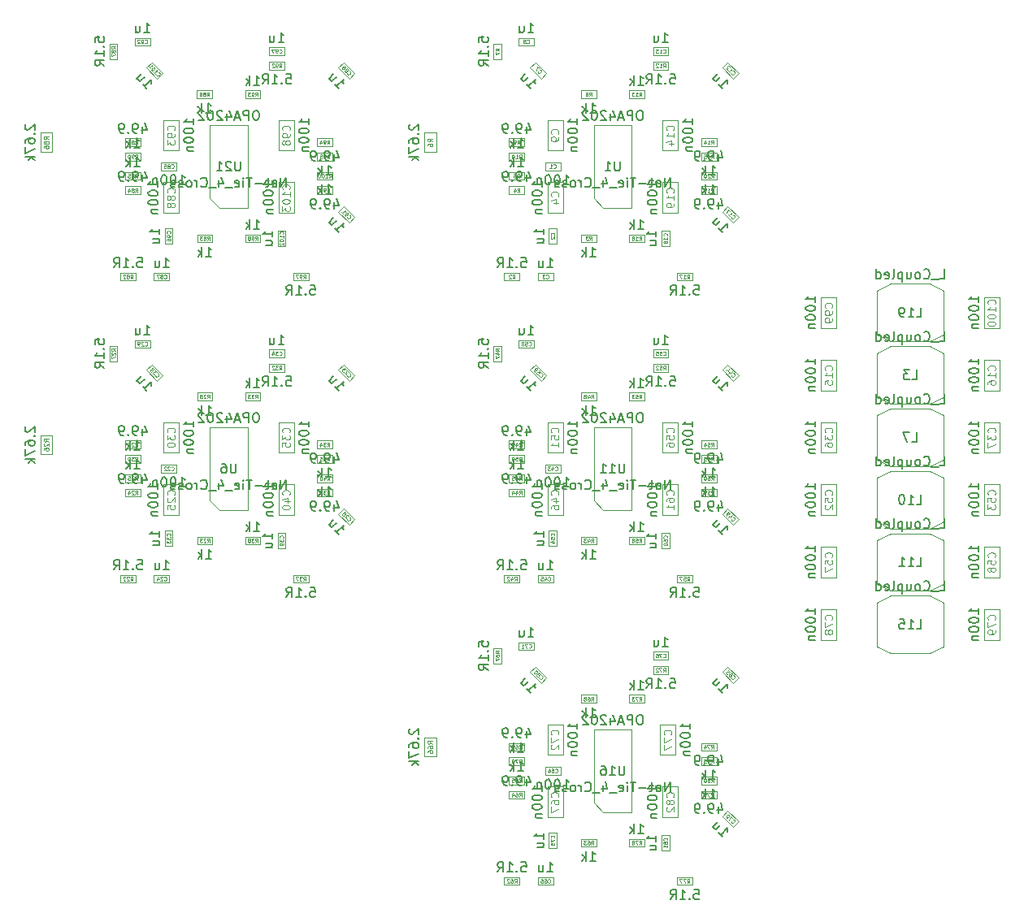
<source format=gbr>
%TF.GenerationSoftware,KiCad,Pcbnew,7.0.1*%
%TF.CreationDate,2023-05-27T02:15:05+02:00*%
%TF.ProjectId,main,6d61696e-2e6b-4696-9361-645f70636258,v1.0.1*%
%TF.SameCoordinates,Original*%
%TF.FileFunction,AssemblyDrawing,Bot*%
%FSLAX46Y46*%
G04 Gerber Fmt 4.6, Leading zero omitted, Abs format (unit mm)*
G04 Created by KiCad (PCBNEW 7.0.1) date 2023-05-27 02:15:05*
%MOMM*%
%LPD*%
G01*
G04 APERTURE LIST*
%ADD10C,0.150000*%
%ADD11C,0.060000*%
%ADD12C,0.120000*%
%ADD13C,0.080000*%
%ADD14C,0.100000*%
G04 APERTURE END LIST*
D10*
%TO.C,NT22*%
X137976190Y-143662619D02*
X137976190Y-142662619D01*
X137976190Y-142662619D02*
X137404762Y-143662619D01*
X137404762Y-143662619D02*
X137404762Y-142662619D01*
X136547619Y-143615000D02*
X136642857Y-143662619D01*
X136642857Y-143662619D02*
X136833333Y-143662619D01*
X136833333Y-143662619D02*
X136928571Y-143615000D01*
X136928571Y-143615000D02*
X136976190Y-143519761D01*
X136976190Y-143519761D02*
X136976190Y-143138809D01*
X136976190Y-143138809D02*
X136928571Y-143043571D01*
X136928571Y-143043571D02*
X136833333Y-142995952D01*
X136833333Y-142995952D02*
X136642857Y-142995952D01*
X136642857Y-142995952D02*
X136547619Y-143043571D01*
X136547619Y-143043571D02*
X136500000Y-143138809D01*
X136500000Y-143138809D02*
X136500000Y-143234047D01*
X136500000Y-143234047D02*
X136976190Y-143329285D01*
X136214285Y-142995952D02*
X135833333Y-142995952D01*
X136071428Y-142662619D02*
X136071428Y-143519761D01*
X136071428Y-143519761D02*
X136023809Y-143615000D01*
X136023809Y-143615000D02*
X135928571Y-143662619D01*
X135928571Y-143662619D02*
X135833333Y-143662619D01*
X135499999Y-143281666D02*
X134738095Y-143281666D01*
X134404761Y-142662619D02*
X133833333Y-142662619D01*
X134119047Y-143662619D02*
X134119047Y-142662619D01*
X133499999Y-143662619D02*
X133499999Y-142995952D01*
X133499999Y-142662619D02*
X133547618Y-142710238D01*
X133547618Y-142710238D02*
X133499999Y-142757857D01*
X133499999Y-142757857D02*
X133452380Y-142710238D01*
X133452380Y-142710238D02*
X133499999Y-142662619D01*
X133499999Y-142662619D02*
X133499999Y-142757857D01*
X132642857Y-143615000D02*
X132738095Y-143662619D01*
X132738095Y-143662619D02*
X132928571Y-143662619D01*
X132928571Y-143662619D02*
X133023809Y-143615000D01*
X133023809Y-143615000D02*
X133071428Y-143519761D01*
X133071428Y-143519761D02*
X133071428Y-143138809D01*
X133071428Y-143138809D02*
X133023809Y-143043571D01*
X133023809Y-143043571D02*
X132928571Y-142995952D01*
X132928571Y-142995952D02*
X132738095Y-142995952D01*
X132738095Y-142995952D02*
X132642857Y-143043571D01*
X132642857Y-143043571D02*
X132595238Y-143138809D01*
X132595238Y-143138809D02*
X132595238Y-143234047D01*
X132595238Y-143234047D02*
X133071428Y-143329285D01*
X132404762Y-143757857D02*
X131642857Y-143757857D01*
X130976190Y-142995952D02*
X130976190Y-143662619D01*
X131214285Y-142615000D02*
X131452380Y-143329285D01*
X131452380Y-143329285D02*
X130833333Y-143329285D01*
X130690476Y-143757857D02*
X129928571Y-143757857D01*
X129119047Y-143567380D02*
X129166666Y-143615000D01*
X129166666Y-143615000D02*
X129309523Y-143662619D01*
X129309523Y-143662619D02*
X129404761Y-143662619D01*
X129404761Y-143662619D02*
X129547618Y-143615000D01*
X129547618Y-143615000D02*
X129642856Y-143519761D01*
X129642856Y-143519761D02*
X129690475Y-143424523D01*
X129690475Y-143424523D02*
X129738094Y-143234047D01*
X129738094Y-143234047D02*
X129738094Y-143091190D01*
X129738094Y-143091190D02*
X129690475Y-142900714D01*
X129690475Y-142900714D02*
X129642856Y-142805476D01*
X129642856Y-142805476D02*
X129547618Y-142710238D01*
X129547618Y-142710238D02*
X129404761Y-142662619D01*
X129404761Y-142662619D02*
X129309523Y-142662619D01*
X129309523Y-142662619D02*
X129166666Y-142710238D01*
X129166666Y-142710238D02*
X129119047Y-142757857D01*
X128690475Y-143662619D02*
X128690475Y-142995952D01*
X128690475Y-143186428D02*
X128642856Y-143091190D01*
X128642856Y-143091190D02*
X128595237Y-143043571D01*
X128595237Y-143043571D02*
X128499999Y-142995952D01*
X128499999Y-142995952D02*
X128404761Y-142995952D01*
X127928570Y-143662619D02*
X128023808Y-143615000D01*
X128023808Y-143615000D02*
X128071427Y-143567380D01*
X128071427Y-143567380D02*
X128119046Y-143472142D01*
X128119046Y-143472142D02*
X128119046Y-143186428D01*
X128119046Y-143186428D02*
X128071427Y-143091190D01*
X128071427Y-143091190D02*
X128023808Y-143043571D01*
X128023808Y-143043571D02*
X127928570Y-142995952D01*
X127928570Y-142995952D02*
X127785713Y-142995952D01*
X127785713Y-142995952D02*
X127690475Y-143043571D01*
X127690475Y-143043571D02*
X127642856Y-143091190D01*
X127642856Y-143091190D02*
X127595237Y-143186428D01*
X127595237Y-143186428D02*
X127595237Y-143472142D01*
X127595237Y-143472142D02*
X127642856Y-143567380D01*
X127642856Y-143567380D02*
X127690475Y-143615000D01*
X127690475Y-143615000D02*
X127785713Y-143662619D01*
X127785713Y-143662619D02*
X127928570Y-143662619D01*
X127214284Y-143615000D02*
X127119046Y-143662619D01*
X127119046Y-143662619D02*
X126928570Y-143662619D01*
X126928570Y-143662619D02*
X126833332Y-143615000D01*
X126833332Y-143615000D02*
X126785713Y-143519761D01*
X126785713Y-143519761D02*
X126785713Y-143472142D01*
X126785713Y-143472142D02*
X126833332Y-143376904D01*
X126833332Y-143376904D02*
X126928570Y-143329285D01*
X126928570Y-143329285D02*
X127071427Y-143329285D01*
X127071427Y-143329285D02*
X127166665Y-143281666D01*
X127166665Y-143281666D02*
X127214284Y-143186428D01*
X127214284Y-143186428D02*
X127214284Y-143138809D01*
X127214284Y-143138809D02*
X127166665Y-143043571D01*
X127166665Y-143043571D02*
X127071427Y-142995952D01*
X127071427Y-142995952D02*
X126928570Y-142995952D01*
X126928570Y-142995952D02*
X126833332Y-143043571D01*
X126404760Y-143615000D02*
X126309522Y-143662619D01*
X126309522Y-143662619D02*
X126119046Y-143662619D01*
X126119046Y-143662619D02*
X126023808Y-143615000D01*
X126023808Y-143615000D02*
X125976189Y-143519761D01*
X125976189Y-143519761D02*
X125976189Y-143472142D01*
X125976189Y-143472142D02*
X126023808Y-143376904D01*
X126023808Y-143376904D02*
X126119046Y-143329285D01*
X126119046Y-143329285D02*
X126261903Y-143329285D01*
X126261903Y-143329285D02*
X126357141Y-143281666D01*
X126357141Y-143281666D02*
X126404760Y-143186428D01*
X126404760Y-143186428D02*
X126404760Y-143138809D01*
X126404760Y-143138809D02*
X126357141Y-143043571D01*
X126357141Y-143043571D02*
X126261903Y-142995952D01*
X126261903Y-142995952D02*
X126119046Y-142995952D01*
X126119046Y-142995952D02*
X126023808Y-143043571D01*
%TO.C,C18*%
X136532619Y-85833333D02*
X136532619Y-85261905D01*
X136532619Y-85547619D02*
X135532619Y-85547619D01*
X135532619Y-85547619D02*
X135675476Y-85452381D01*
X135675476Y-85452381D02*
X135770714Y-85357143D01*
X135770714Y-85357143D02*
X135818333Y-85261905D01*
X135865952Y-86690476D02*
X136532619Y-86690476D01*
X135865952Y-86261905D02*
X136389761Y-86261905D01*
X136389761Y-86261905D02*
X136485000Y-86309524D01*
X136485000Y-86309524D02*
X136532619Y-86404762D01*
X136532619Y-86404762D02*
X136532619Y-86547619D01*
X136532619Y-86547619D02*
X136485000Y-86642857D01*
X136485000Y-86642857D02*
X136437380Y-86690476D01*
D11*
X137646952Y-85742857D02*
X137666000Y-85723809D01*
X137666000Y-85723809D02*
X137685047Y-85666667D01*
X137685047Y-85666667D02*
X137685047Y-85628571D01*
X137685047Y-85628571D02*
X137666000Y-85571428D01*
X137666000Y-85571428D02*
X137627904Y-85533333D01*
X137627904Y-85533333D02*
X137589809Y-85514286D01*
X137589809Y-85514286D02*
X137513619Y-85495238D01*
X137513619Y-85495238D02*
X137456476Y-85495238D01*
X137456476Y-85495238D02*
X137380285Y-85514286D01*
X137380285Y-85514286D02*
X137342190Y-85533333D01*
X137342190Y-85533333D02*
X137304095Y-85571428D01*
X137304095Y-85571428D02*
X137285047Y-85628571D01*
X137285047Y-85628571D02*
X137285047Y-85666667D01*
X137285047Y-85666667D02*
X137304095Y-85723809D01*
X137304095Y-85723809D02*
X137323142Y-85742857D01*
X137685047Y-86123809D02*
X137685047Y-85895238D01*
X137685047Y-86009524D02*
X137285047Y-86009524D01*
X137285047Y-86009524D02*
X137342190Y-85971428D01*
X137342190Y-85971428D02*
X137380285Y-85933333D01*
X137380285Y-85933333D02*
X137399333Y-85895238D01*
X137456476Y-86352380D02*
X137437428Y-86314285D01*
X137437428Y-86314285D02*
X137418380Y-86295238D01*
X137418380Y-86295238D02*
X137380285Y-86276190D01*
X137380285Y-86276190D02*
X137361238Y-86276190D01*
X137361238Y-86276190D02*
X137323142Y-86295238D01*
X137323142Y-86295238D02*
X137304095Y-86314285D01*
X137304095Y-86314285D02*
X137285047Y-86352380D01*
X137285047Y-86352380D02*
X137285047Y-86428571D01*
X137285047Y-86428571D02*
X137304095Y-86466666D01*
X137304095Y-86466666D02*
X137323142Y-86485714D01*
X137323142Y-86485714D02*
X137361238Y-86504761D01*
X137361238Y-86504761D02*
X137380285Y-86504761D01*
X137380285Y-86504761D02*
X137418380Y-86485714D01*
X137418380Y-86485714D02*
X137437428Y-86466666D01*
X137437428Y-86466666D02*
X137456476Y-86428571D01*
X137456476Y-86428571D02*
X137456476Y-86352380D01*
X137456476Y-86352380D02*
X137475523Y-86314285D01*
X137475523Y-86314285D02*
X137494571Y-86295238D01*
X137494571Y-86295238D02*
X137532666Y-86276190D01*
X137532666Y-86276190D02*
X137608857Y-86276190D01*
X137608857Y-86276190D02*
X137646952Y-86295238D01*
X137646952Y-86295238D02*
X137666000Y-86314285D01*
X137666000Y-86314285D02*
X137685047Y-86352380D01*
X137685047Y-86352380D02*
X137685047Y-86428571D01*
X137685047Y-86428571D02*
X137666000Y-86466666D01*
X137666000Y-86466666D02*
X137646952Y-86485714D01*
X137646952Y-86485714D02*
X137608857Y-86504761D01*
X137608857Y-86504761D02*
X137532666Y-86504761D01*
X137532666Y-86504761D02*
X137494571Y-86485714D01*
X137494571Y-86485714D02*
X137475523Y-86466666D01*
X137475523Y-86466666D02*
X137456476Y-86428571D01*
D10*
%TO.C,L15*%
X166071429Y-122712619D02*
X166547619Y-122712619D01*
X166547619Y-122712619D02*
X166547619Y-121712619D01*
X165976191Y-122807857D02*
X165214286Y-122807857D01*
X164404762Y-122617380D02*
X164452381Y-122665000D01*
X164452381Y-122665000D02*
X164595238Y-122712619D01*
X164595238Y-122712619D02*
X164690476Y-122712619D01*
X164690476Y-122712619D02*
X164833333Y-122665000D01*
X164833333Y-122665000D02*
X164928571Y-122569761D01*
X164928571Y-122569761D02*
X164976190Y-122474523D01*
X164976190Y-122474523D02*
X165023809Y-122284047D01*
X165023809Y-122284047D02*
X165023809Y-122141190D01*
X165023809Y-122141190D02*
X164976190Y-121950714D01*
X164976190Y-121950714D02*
X164928571Y-121855476D01*
X164928571Y-121855476D02*
X164833333Y-121760238D01*
X164833333Y-121760238D02*
X164690476Y-121712619D01*
X164690476Y-121712619D02*
X164595238Y-121712619D01*
X164595238Y-121712619D02*
X164452381Y-121760238D01*
X164452381Y-121760238D02*
X164404762Y-121807857D01*
X163833333Y-122712619D02*
X163928571Y-122665000D01*
X163928571Y-122665000D02*
X163976190Y-122617380D01*
X163976190Y-122617380D02*
X164023809Y-122522142D01*
X164023809Y-122522142D02*
X164023809Y-122236428D01*
X164023809Y-122236428D02*
X163976190Y-122141190D01*
X163976190Y-122141190D02*
X163928571Y-122093571D01*
X163928571Y-122093571D02*
X163833333Y-122045952D01*
X163833333Y-122045952D02*
X163690476Y-122045952D01*
X163690476Y-122045952D02*
X163595238Y-122093571D01*
X163595238Y-122093571D02*
X163547619Y-122141190D01*
X163547619Y-122141190D02*
X163500000Y-122236428D01*
X163500000Y-122236428D02*
X163500000Y-122522142D01*
X163500000Y-122522142D02*
X163547619Y-122617380D01*
X163547619Y-122617380D02*
X163595238Y-122665000D01*
X163595238Y-122665000D02*
X163690476Y-122712619D01*
X163690476Y-122712619D02*
X163833333Y-122712619D01*
X162642857Y-122045952D02*
X162642857Y-122712619D01*
X163071428Y-122045952D02*
X163071428Y-122569761D01*
X163071428Y-122569761D02*
X163023809Y-122665000D01*
X163023809Y-122665000D02*
X162928571Y-122712619D01*
X162928571Y-122712619D02*
X162785714Y-122712619D01*
X162785714Y-122712619D02*
X162690476Y-122665000D01*
X162690476Y-122665000D02*
X162642857Y-122617380D01*
X162166666Y-122045952D02*
X162166666Y-123045952D01*
X162166666Y-122093571D02*
X162071428Y-122045952D01*
X162071428Y-122045952D02*
X161880952Y-122045952D01*
X161880952Y-122045952D02*
X161785714Y-122093571D01*
X161785714Y-122093571D02*
X161738095Y-122141190D01*
X161738095Y-122141190D02*
X161690476Y-122236428D01*
X161690476Y-122236428D02*
X161690476Y-122522142D01*
X161690476Y-122522142D02*
X161738095Y-122617380D01*
X161738095Y-122617380D02*
X161785714Y-122665000D01*
X161785714Y-122665000D02*
X161880952Y-122712619D01*
X161880952Y-122712619D02*
X162071428Y-122712619D01*
X162071428Y-122712619D02*
X162166666Y-122665000D01*
X161119047Y-122712619D02*
X161214285Y-122665000D01*
X161214285Y-122665000D02*
X161261904Y-122569761D01*
X161261904Y-122569761D02*
X161261904Y-121712619D01*
X160357142Y-122665000D02*
X160452380Y-122712619D01*
X160452380Y-122712619D02*
X160642856Y-122712619D01*
X160642856Y-122712619D02*
X160738094Y-122665000D01*
X160738094Y-122665000D02*
X160785713Y-122569761D01*
X160785713Y-122569761D02*
X160785713Y-122188809D01*
X160785713Y-122188809D02*
X160738094Y-122093571D01*
X160738094Y-122093571D02*
X160642856Y-122045952D01*
X160642856Y-122045952D02*
X160452380Y-122045952D01*
X160452380Y-122045952D02*
X160357142Y-122093571D01*
X160357142Y-122093571D02*
X160309523Y-122188809D01*
X160309523Y-122188809D02*
X160309523Y-122284047D01*
X160309523Y-122284047D02*
X160785713Y-122379285D01*
X159452380Y-122712619D02*
X159452380Y-121712619D01*
X159452380Y-122665000D02*
X159547618Y-122712619D01*
X159547618Y-122712619D02*
X159738094Y-122712619D01*
X159738094Y-122712619D02*
X159833332Y-122665000D01*
X159833332Y-122665000D02*
X159880951Y-122617380D01*
X159880951Y-122617380D02*
X159928570Y-122522142D01*
X159928570Y-122522142D02*
X159928570Y-122236428D01*
X159928570Y-122236428D02*
X159880951Y-122141190D01*
X159880951Y-122141190D02*
X159833332Y-122093571D01*
X159833332Y-122093571D02*
X159738094Y-122045952D01*
X159738094Y-122045952D02*
X159547618Y-122045952D01*
X159547618Y-122045952D02*
X159452380Y-122093571D01*
X163642857Y-126712619D02*
X164119047Y-126712619D01*
X164119047Y-126712619D02*
X164119047Y-125712619D01*
X162785714Y-126712619D02*
X163357142Y-126712619D01*
X163071428Y-126712619D02*
X163071428Y-125712619D01*
X163071428Y-125712619D02*
X163166666Y-125855476D01*
X163166666Y-125855476D02*
X163261904Y-125950714D01*
X163261904Y-125950714D02*
X163357142Y-125998333D01*
X161880952Y-125712619D02*
X162357142Y-125712619D01*
X162357142Y-125712619D02*
X162404761Y-126188809D01*
X162404761Y-126188809D02*
X162357142Y-126141190D01*
X162357142Y-126141190D02*
X162261904Y-126093571D01*
X162261904Y-126093571D02*
X162023809Y-126093571D01*
X162023809Y-126093571D02*
X161928571Y-126141190D01*
X161928571Y-126141190D02*
X161880952Y-126188809D01*
X161880952Y-126188809D02*
X161833333Y-126284047D01*
X161833333Y-126284047D02*
X161833333Y-126522142D01*
X161833333Y-126522142D02*
X161880952Y-126617380D01*
X161880952Y-126617380D02*
X161928571Y-126665000D01*
X161928571Y-126665000D02*
X162023809Y-126712619D01*
X162023809Y-126712619D02*
X162261904Y-126712619D01*
X162261904Y-126712619D02*
X162357142Y-126665000D01*
X162357142Y-126665000D02*
X162404761Y-126617380D01*
%TO.C,R95*%
X102119047Y-79392619D02*
X102690475Y-79392619D01*
X102404761Y-79392619D02*
X102404761Y-78392619D01*
X102404761Y-78392619D02*
X102499999Y-78535476D01*
X102499999Y-78535476D02*
X102595237Y-78630714D01*
X102595237Y-78630714D02*
X102690475Y-78678333D01*
X101690475Y-79392619D02*
X101690475Y-78392619D01*
X101595237Y-79011666D02*
X101309523Y-79392619D01*
X101309523Y-78725952D02*
X101690475Y-79106904D01*
D11*
X102257142Y-77685047D02*
X102390475Y-77494571D01*
X102485713Y-77685047D02*
X102485713Y-77285047D01*
X102485713Y-77285047D02*
X102333332Y-77285047D01*
X102333332Y-77285047D02*
X102295237Y-77304095D01*
X102295237Y-77304095D02*
X102276190Y-77323142D01*
X102276190Y-77323142D02*
X102257142Y-77361238D01*
X102257142Y-77361238D02*
X102257142Y-77418380D01*
X102257142Y-77418380D02*
X102276190Y-77456476D01*
X102276190Y-77456476D02*
X102295237Y-77475523D01*
X102295237Y-77475523D02*
X102333332Y-77494571D01*
X102333332Y-77494571D02*
X102485713Y-77494571D01*
X102066666Y-77685047D02*
X101990475Y-77685047D01*
X101990475Y-77685047D02*
X101952380Y-77666000D01*
X101952380Y-77666000D02*
X101933332Y-77646952D01*
X101933332Y-77646952D02*
X101895237Y-77589809D01*
X101895237Y-77589809D02*
X101876190Y-77513619D01*
X101876190Y-77513619D02*
X101876190Y-77361238D01*
X101876190Y-77361238D02*
X101895237Y-77323142D01*
X101895237Y-77323142D02*
X101914285Y-77304095D01*
X101914285Y-77304095D02*
X101952380Y-77285047D01*
X101952380Y-77285047D02*
X102028571Y-77285047D01*
X102028571Y-77285047D02*
X102066666Y-77304095D01*
X102066666Y-77304095D02*
X102085713Y-77323142D01*
X102085713Y-77323142D02*
X102104761Y-77361238D01*
X102104761Y-77361238D02*
X102104761Y-77456476D01*
X102104761Y-77456476D02*
X102085713Y-77494571D01*
X102085713Y-77494571D02*
X102066666Y-77513619D01*
X102066666Y-77513619D02*
X102028571Y-77532666D01*
X102028571Y-77532666D02*
X101952380Y-77532666D01*
X101952380Y-77532666D02*
X101914285Y-77513619D01*
X101914285Y-77513619D02*
X101895237Y-77494571D01*
X101895237Y-77494571D02*
X101876190Y-77456476D01*
X101514285Y-77285047D02*
X101704761Y-77285047D01*
X101704761Y-77285047D02*
X101723809Y-77475523D01*
X101723809Y-77475523D02*
X101704761Y-77456476D01*
X101704761Y-77456476D02*
X101666666Y-77437428D01*
X101666666Y-77437428D02*
X101571428Y-77437428D01*
X101571428Y-77437428D02*
X101533333Y-77456476D01*
X101533333Y-77456476D02*
X101514285Y-77475523D01*
X101514285Y-77475523D02*
X101495238Y-77513619D01*
X101495238Y-77513619D02*
X101495238Y-77608857D01*
X101495238Y-77608857D02*
X101514285Y-77646952D01*
X101514285Y-77646952D02*
X101533333Y-77666000D01*
X101533333Y-77666000D02*
X101571428Y-77685047D01*
X101571428Y-77685047D02*
X101666666Y-77685047D01*
X101666666Y-77685047D02*
X101704761Y-77666000D01*
X101704761Y-77666000D02*
X101723809Y-77646952D01*
D10*
%TO.C,R62*%
X122476190Y-151032619D02*
X122952380Y-151032619D01*
X122952380Y-151032619D02*
X122999999Y-151508809D01*
X122999999Y-151508809D02*
X122952380Y-151461190D01*
X122952380Y-151461190D02*
X122857142Y-151413571D01*
X122857142Y-151413571D02*
X122619047Y-151413571D01*
X122619047Y-151413571D02*
X122523809Y-151461190D01*
X122523809Y-151461190D02*
X122476190Y-151508809D01*
X122476190Y-151508809D02*
X122428571Y-151604047D01*
X122428571Y-151604047D02*
X122428571Y-151842142D01*
X122428571Y-151842142D02*
X122476190Y-151937380D01*
X122476190Y-151937380D02*
X122523809Y-151985000D01*
X122523809Y-151985000D02*
X122619047Y-152032619D01*
X122619047Y-152032619D02*
X122857142Y-152032619D01*
X122857142Y-152032619D02*
X122952380Y-151985000D01*
X122952380Y-151985000D02*
X122999999Y-151937380D01*
X121999999Y-151937380D02*
X121952380Y-151985000D01*
X121952380Y-151985000D02*
X121999999Y-152032619D01*
X121999999Y-152032619D02*
X122047618Y-151985000D01*
X122047618Y-151985000D02*
X121999999Y-151937380D01*
X121999999Y-151937380D02*
X121999999Y-152032619D01*
X121000000Y-152032619D02*
X121571428Y-152032619D01*
X121285714Y-152032619D02*
X121285714Y-151032619D01*
X121285714Y-151032619D02*
X121380952Y-151175476D01*
X121380952Y-151175476D02*
X121476190Y-151270714D01*
X121476190Y-151270714D02*
X121571428Y-151318333D01*
X120000000Y-152032619D02*
X120333333Y-151556428D01*
X120571428Y-152032619D02*
X120571428Y-151032619D01*
X120571428Y-151032619D02*
X120190476Y-151032619D01*
X120190476Y-151032619D02*
X120095238Y-151080238D01*
X120095238Y-151080238D02*
X120047619Y-151127857D01*
X120047619Y-151127857D02*
X120000000Y-151223095D01*
X120000000Y-151223095D02*
X120000000Y-151365952D01*
X120000000Y-151365952D02*
X120047619Y-151461190D01*
X120047619Y-151461190D02*
X120095238Y-151508809D01*
X120095238Y-151508809D02*
X120190476Y-151556428D01*
X120190476Y-151556428D02*
X120571428Y-151556428D01*
D11*
X121757142Y-153185047D02*
X121890475Y-152994571D01*
X121985713Y-153185047D02*
X121985713Y-152785047D01*
X121985713Y-152785047D02*
X121833332Y-152785047D01*
X121833332Y-152785047D02*
X121795237Y-152804095D01*
X121795237Y-152804095D02*
X121776190Y-152823142D01*
X121776190Y-152823142D02*
X121757142Y-152861238D01*
X121757142Y-152861238D02*
X121757142Y-152918380D01*
X121757142Y-152918380D02*
X121776190Y-152956476D01*
X121776190Y-152956476D02*
X121795237Y-152975523D01*
X121795237Y-152975523D02*
X121833332Y-152994571D01*
X121833332Y-152994571D02*
X121985713Y-152994571D01*
X121414285Y-152785047D02*
X121490475Y-152785047D01*
X121490475Y-152785047D02*
X121528571Y-152804095D01*
X121528571Y-152804095D02*
X121547618Y-152823142D01*
X121547618Y-152823142D02*
X121585713Y-152880285D01*
X121585713Y-152880285D02*
X121604761Y-152956476D01*
X121604761Y-152956476D02*
X121604761Y-153108857D01*
X121604761Y-153108857D02*
X121585713Y-153146952D01*
X121585713Y-153146952D02*
X121566666Y-153166000D01*
X121566666Y-153166000D02*
X121528571Y-153185047D01*
X121528571Y-153185047D02*
X121452380Y-153185047D01*
X121452380Y-153185047D02*
X121414285Y-153166000D01*
X121414285Y-153166000D02*
X121395237Y-153146952D01*
X121395237Y-153146952D02*
X121376190Y-153108857D01*
X121376190Y-153108857D02*
X121376190Y-153013619D01*
X121376190Y-153013619D02*
X121395237Y-152975523D01*
X121395237Y-152975523D02*
X121414285Y-152956476D01*
X121414285Y-152956476D02*
X121452380Y-152937428D01*
X121452380Y-152937428D02*
X121528571Y-152937428D01*
X121528571Y-152937428D02*
X121566666Y-152956476D01*
X121566666Y-152956476D02*
X121585713Y-152975523D01*
X121585713Y-152975523D02*
X121604761Y-153013619D01*
X121223809Y-152823142D02*
X121204761Y-152804095D01*
X121204761Y-152804095D02*
X121166666Y-152785047D01*
X121166666Y-152785047D02*
X121071428Y-152785047D01*
X121071428Y-152785047D02*
X121033333Y-152804095D01*
X121033333Y-152804095D02*
X121014285Y-152823142D01*
X121014285Y-152823142D02*
X120995238Y-152861238D01*
X120995238Y-152861238D02*
X120995238Y-152899333D01*
X120995238Y-152899333D02*
X121014285Y-152956476D01*
X121014285Y-152956476D02*
X121242857Y-153185047D01*
X121242857Y-153185047D02*
X120995238Y-153185047D01*
D10*
%TO.C,L19*%
X166071429Y-90212619D02*
X166547619Y-90212619D01*
X166547619Y-90212619D02*
X166547619Y-89212619D01*
X165976191Y-90307857D02*
X165214286Y-90307857D01*
X164404762Y-90117380D02*
X164452381Y-90165000D01*
X164452381Y-90165000D02*
X164595238Y-90212619D01*
X164595238Y-90212619D02*
X164690476Y-90212619D01*
X164690476Y-90212619D02*
X164833333Y-90165000D01*
X164833333Y-90165000D02*
X164928571Y-90069761D01*
X164928571Y-90069761D02*
X164976190Y-89974523D01*
X164976190Y-89974523D02*
X165023809Y-89784047D01*
X165023809Y-89784047D02*
X165023809Y-89641190D01*
X165023809Y-89641190D02*
X164976190Y-89450714D01*
X164976190Y-89450714D02*
X164928571Y-89355476D01*
X164928571Y-89355476D02*
X164833333Y-89260238D01*
X164833333Y-89260238D02*
X164690476Y-89212619D01*
X164690476Y-89212619D02*
X164595238Y-89212619D01*
X164595238Y-89212619D02*
X164452381Y-89260238D01*
X164452381Y-89260238D02*
X164404762Y-89307857D01*
X163833333Y-90212619D02*
X163928571Y-90165000D01*
X163928571Y-90165000D02*
X163976190Y-90117380D01*
X163976190Y-90117380D02*
X164023809Y-90022142D01*
X164023809Y-90022142D02*
X164023809Y-89736428D01*
X164023809Y-89736428D02*
X163976190Y-89641190D01*
X163976190Y-89641190D02*
X163928571Y-89593571D01*
X163928571Y-89593571D02*
X163833333Y-89545952D01*
X163833333Y-89545952D02*
X163690476Y-89545952D01*
X163690476Y-89545952D02*
X163595238Y-89593571D01*
X163595238Y-89593571D02*
X163547619Y-89641190D01*
X163547619Y-89641190D02*
X163500000Y-89736428D01*
X163500000Y-89736428D02*
X163500000Y-90022142D01*
X163500000Y-90022142D02*
X163547619Y-90117380D01*
X163547619Y-90117380D02*
X163595238Y-90165000D01*
X163595238Y-90165000D02*
X163690476Y-90212619D01*
X163690476Y-90212619D02*
X163833333Y-90212619D01*
X162642857Y-89545952D02*
X162642857Y-90212619D01*
X163071428Y-89545952D02*
X163071428Y-90069761D01*
X163071428Y-90069761D02*
X163023809Y-90165000D01*
X163023809Y-90165000D02*
X162928571Y-90212619D01*
X162928571Y-90212619D02*
X162785714Y-90212619D01*
X162785714Y-90212619D02*
X162690476Y-90165000D01*
X162690476Y-90165000D02*
X162642857Y-90117380D01*
X162166666Y-89545952D02*
X162166666Y-90545952D01*
X162166666Y-89593571D02*
X162071428Y-89545952D01*
X162071428Y-89545952D02*
X161880952Y-89545952D01*
X161880952Y-89545952D02*
X161785714Y-89593571D01*
X161785714Y-89593571D02*
X161738095Y-89641190D01*
X161738095Y-89641190D02*
X161690476Y-89736428D01*
X161690476Y-89736428D02*
X161690476Y-90022142D01*
X161690476Y-90022142D02*
X161738095Y-90117380D01*
X161738095Y-90117380D02*
X161785714Y-90165000D01*
X161785714Y-90165000D02*
X161880952Y-90212619D01*
X161880952Y-90212619D02*
X162071428Y-90212619D01*
X162071428Y-90212619D02*
X162166666Y-90165000D01*
X161119047Y-90212619D02*
X161214285Y-90165000D01*
X161214285Y-90165000D02*
X161261904Y-90069761D01*
X161261904Y-90069761D02*
X161261904Y-89212619D01*
X160357142Y-90165000D02*
X160452380Y-90212619D01*
X160452380Y-90212619D02*
X160642856Y-90212619D01*
X160642856Y-90212619D02*
X160738094Y-90165000D01*
X160738094Y-90165000D02*
X160785713Y-90069761D01*
X160785713Y-90069761D02*
X160785713Y-89688809D01*
X160785713Y-89688809D02*
X160738094Y-89593571D01*
X160738094Y-89593571D02*
X160642856Y-89545952D01*
X160642856Y-89545952D02*
X160452380Y-89545952D01*
X160452380Y-89545952D02*
X160357142Y-89593571D01*
X160357142Y-89593571D02*
X160309523Y-89688809D01*
X160309523Y-89688809D02*
X160309523Y-89784047D01*
X160309523Y-89784047D02*
X160785713Y-89879285D01*
X159452380Y-90212619D02*
X159452380Y-89212619D01*
X159452380Y-90165000D02*
X159547618Y-90212619D01*
X159547618Y-90212619D02*
X159738094Y-90212619D01*
X159738094Y-90212619D02*
X159833332Y-90165000D01*
X159833332Y-90165000D02*
X159880951Y-90117380D01*
X159880951Y-90117380D02*
X159928570Y-90022142D01*
X159928570Y-90022142D02*
X159928570Y-89736428D01*
X159928570Y-89736428D02*
X159880951Y-89641190D01*
X159880951Y-89641190D02*
X159833332Y-89593571D01*
X159833332Y-89593571D02*
X159738094Y-89545952D01*
X159738094Y-89545952D02*
X159547618Y-89545952D01*
X159547618Y-89545952D02*
X159452380Y-89593571D01*
X163642857Y-94212619D02*
X164119047Y-94212619D01*
X164119047Y-94212619D02*
X164119047Y-93212619D01*
X162785714Y-94212619D02*
X163357142Y-94212619D01*
X163071428Y-94212619D02*
X163071428Y-93212619D01*
X163071428Y-93212619D02*
X163166666Y-93355476D01*
X163166666Y-93355476D02*
X163261904Y-93450714D01*
X163261904Y-93450714D02*
X163357142Y-93498333D01*
X162309523Y-94212619D02*
X162119047Y-94212619D01*
X162119047Y-94212619D02*
X162023809Y-94165000D01*
X162023809Y-94165000D02*
X161976190Y-94117380D01*
X161976190Y-94117380D02*
X161880952Y-93974523D01*
X161880952Y-93974523D02*
X161833333Y-93784047D01*
X161833333Y-93784047D02*
X161833333Y-93403095D01*
X161833333Y-93403095D02*
X161880952Y-93307857D01*
X161880952Y-93307857D02*
X161928571Y-93260238D01*
X161928571Y-93260238D02*
X162023809Y-93212619D01*
X162023809Y-93212619D02*
X162214285Y-93212619D01*
X162214285Y-93212619D02*
X162309523Y-93260238D01*
X162309523Y-93260238D02*
X162357142Y-93307857D01*
X162357142Y-93307857D02*
X162404761Y-93403095D01*
X162404761Y-93403095D02*
X162404761Y-93641190D01*
X162404761Y-93641190D02*
X162357142Y-93736428D01*
X162357142Y-93736428D02*
X162309523Y-93784047D01*
X162309523Y-93784047D02*
X162214285Y-93831666D01*
X162214285Y-93831666D02*
X162023809Y-93831666D01*
X162023809Y-93831666D02*
X161928571Y-93784047D01*
X161928571Y-93784047D02*
X161880952Y-93736428D01*
X161880952Y-93736428D02*
X161833333Y-93641190D01*
%TO.C,C58*%
X170112619Y-118630952D02*
X170112619Y-118059524D01*
X170112619Y-118345238D02*
X169112619Y-118345238D01*
X169112619Y-118345238D02*
X169255476Y-118250000D01*
X169255476Y-118250000D02*
X169350714Y-118154762D01*
X169350714Y-118154762D02*
X169398333Y-118059524D01*
X169112619Y-119250000D02*
X169112619Y-119345238D01*
X169112619Y-119345238D02*
X169160238Y-119440476D01*
X169160238Y-119440476D02*
X169207857Y-119488095D01*
X169207857Y-119488095D02*
X169303095Y-119535714D01*
X169303095Y-119535714D02*
X169493571Y-119583333D01*
X169493571Y-119583333D02*
X169731666Y-119583333D01*
X169731666Y-119583333D02*
X169922142Y-119535714D01*
X169922142Y-119535714D02*
X170017380Y-119488095D01*
X170017380Y-119488095D02*
X170065000Y-119440476D01*
X170065000Y-119440476D02*
X170112619Y-119345238D01*
X170112619Y-119345238D02*
X170112619Y-119250000D01*
X170112619Y-119250000D02*
X170065000Y-119154762D01*
X170065000Y-119154762D02*
X170017380Y-119107143D01*
X170017380Y-119107143D02*
X169922142Y-119059524D01*
X169922142Y-119059524D02*
X169731666Y-119011905D01*
X169731666Y-119011905D02*
X169493571Y-119011905D01*
X169493571Y-119011905D02*
X169303095Y-119059524D01*
X169303095Y-119059524D02*
X169207857Y-119107143D01*
X169207857Y-119107143D02*
X169160238Y-119154762D01*
X169160238Y-119154762D02*
X169112619Y-119250000D01*
X169112619Y-120202381D02*
X169112619Y-120297619D01*
X169112619Y-120297619D02*
X169160238Y-120392857D01*
X169160238Y-120392857D02*
X169207857Y-120440476D01*
X169207857Y-120440476D02*
X169303095Y-120488095D01*
X169303095Y-120488095D02*
X169493571Y-120535714D01*
X169493571Y-120535714D02*
X169731666Y-120535714D01*
X169731666Y-120535714D02*
X169922142Y-120488095D01*
X169922142Y-120488095D02*
X170017380Y-120440476D01*
X170017380Y-120440476D02*
X170065000Y-120392857D01*
X170065000Y-120392857D02*
X170112619Y-120297619D01*
X170112619Y-120297619D02*
X170112619Y-120202381D01*
X170112619Y-120202381D02*
X170065000Y-120107143D01*
X170065000Y-120107143D02*
X170017380Y-120059524D01*
X170017380Y-120059524D02*
X169922142Y-120011905D01*
X169922142Y-120011905D02*
X169731666Y-119964286D01*
X169731666Y-119964286D02*
X169493571Y-119964286D01*
X169493571Y-119964286D02*
X169303095Y-120011905D01*
X169303095Y-120011905D02*
X169207857Y-120059524D01*
X169207857Y-120059524D02*
X169160238Y-120107143D01*
X169160238Y-120107143D02*
X169112619Y-120202381D01*
X169445952Y-120964286D02*
X170112619Y-120964286D01*
X169541190Y-120964286D02*
X169493571Y-121011905D01*
X169493571Y-121011905D02*
X169445952Y-121107143D01*
X169445952Y-121107143D02*
X169445952Y-121250000D01*
X169445952Y-121250000D02*
X169493571Y-121345238D01*
X169493571Y-121345238D02*
X169588809Y-121392857D01*
X169588809Y-121392857D02*
X170112619Y-121392857D01*
D12*
X171793904Y-119235714D02*
X171832000Y-119197618D01*
X171832000Y-119197618D02*
X171870095Y-119083333D01*
X171870095Y-119083333D02*
X171870095Y-119007142D01*
X171870095Y-119007142D02*
X171832000Y-118892856D01*
X171832000Y-118892856D02*
X171755809Y-118816666D01*
X171755809Y-118816666D02*
X171679619Y-118778571D01*
X171679619Y-118778571D02*
X171527238Y-118740475D01*
X171527238Y-118740475D02*
X171412952Y-118740475D01*
X171412952Y-118740475D02*
X171260571Y-118778571D01*
X171260571Y-118778571D02*
X171184380Y-118816666D01*
X171184380Y-118816666D02*
X171108190Y-118892856D01*
X171108190Y-118892856D02*
X171070095Y-119007142D01*
X171070095Y-119007142D02*
X171070095Y-119083333D01*
X171070095Y-119083333D02*
X171108190Y-119197618D01*
X171108190Y-119197618D02*
X171146285Y-119235714D01*
X171070095Y-119959523D02*
X171070095Y-119578571D01*
X171070095Y-119578571D02*
X171451047Y-119540475D01*
X171451047Y-119540475D02*
X171412952Y-119578571D01*
X171412952Y-119578571D02*
X171374857Y-119654761D01*
X171374857Y-119654761D02*
X171374857Y-119845237D01*
X171374857Y-119845237D02*
X171412952Y-119921428D01*
X171412952Y-119921428D02*
X171451047Y-119959523D01*
X171451047Y-119959523D02*
X171527238Y-119997618D01*
X171527238Y-119997618D02*
X171717714Y-119997618D01*
X171717714Y-119997618D02*
X171793904Y-119959523D01*
X171793904Y-119959523D02*
X171832000Y-119921428D01*
X171832000Y-119921428D02*
X171870095Y-119845237D01*
X171870095Y-119845237D02*
X171870095Y-119654761D01*
X171870095Y-119654761D02*
X171832000Y-119578571D01*
X171832000Y-119578571D02*
X171793904Y-119540475D01*
X171412952Y-120454761D02*
X171374857Y-120378571D01*
X171374857Y-120378571D02*
X171336761Y-120340476D01*
X171336761Y-120340476D02*
X171260571Y-120302380D01*
X171260571Y-120302380D02*
X171222476Y-120302380D01*
X171222476Y-120302380D02*
X171146285Y-120340476D01*
X171146285Y-120340476D02*
X171108190Y-120378571D01*
X171108190Y-120378571D02*
X171070095Y-120454761D01*
X171070095Y-120454761D02*
X171070095Y-120607142D01*
X171070095Y-120607142D02*
X171108190Y-120683333D01*
X171108190Y-120683333D02*
X171146285Y-120721428D01*
X171146285Y-120721428D02*
X171222476Y-120759523D01*
X171222476Y-120759523D02*
X171260571Y-120759523D01*
X171260571Y-120759523D02*
X171336761Y-120721428D01*
X171336761Y-120721428D02*
X171374857Y-120683333D01*
X171374857Y-120683333D02*
X171412952Y-120607142D01*
X171412952Y-120607142D02*
X171412952Y-120454761D01*
X171412952Y-120454761D02*
X171451047Y-120378571D01*
X171451047Y-120378571D02*
X171489142Y-120340476D01*
X171489142Y-120340476D02*
X171565333Y-120302380D01*
X171565333Y-120302380D02*
X171717714Y-120302380D01*
X171717714Y-120302380D02*
X171793904Y-120340476D01*
X171793904Y-120340476D02*
X171832000Y-120378571D01*
X171832000Y-120378571D02*
X171870095Y-120454761D01*
X171870095Y-120454761D02*
X171870095Y-120607142D01*
X171870095Y-120607142D02*
X171832000Y-120683333D01*
X171832000Y-120683333D02*
X171793904Y-120721428D01*
X171793904Y-120721428D02*
X171717714Y-120759523D01*
X171717714Y-120759523D02*
X171565333Y-120759523D01*
X171565333Y-120759523D02*
X171489142Y-120721428D01*
X171489142Y-120721428D02*
X171451047Y-120683333D01*
X171451047Y-120683333D02*
X171412952Y-120607142D01*
D10*
%TO.C,R85*%
X82119047Y-78532619D02*
X82690475Y-78532619D01*
X82404761Y-78532619D02*
X82404761Y-77532619D01*
X82404761Y-77532619D02*
X82499999Y-77675476D01*
X82499999Y-77675476D02*
X82595237Y-77770714D01*
X82595237Y-77770714D02*
X82690475Y-77818333D01*
X81690475Y-78532619D02*
X81690475Y-77532619D01*
X81595237Y-78151666D02*
X81309523Y-78532619D01*
X81309523Y-77865952D02*
X81690475Y-78246904D01*
D11*
X82257142Y-79685047D02*
X82390475Y-79494571D01*
X82485713Y-79685047D02*
X82485713Y-79285047D01*
X82485713Y-79285047D02*
X82333332Y-79285047D01*
X82333332Y-79285047D02*
X82295237Y-79304095D01*
X82295237Y-79304095D02*
X82276190Y-79323142D01*
X82276190Y-79323142D02*
X82257142Y-79361238D01*
X82257142Y-79361238D02*
X82257142Y-79418380D01*
X82257142Y-79418380D02*
X82276190Y-79456476D01*
X82276190Y-79456476D02*
X82295237Y-79475523D01*
X82295237Y-79475523D02*
X82333332Y-79494571D01*
X82333332Y-79494571D02*
X82485713Y-79494571D01*
X82028571Y-79456476D02*
X82066666Y-79437428D01*
X82066666Y-79437428D02*
X82085713Y-79418380D01*
X82085713Y-79418380D02*
X82104761Y-79380285D01*
X82104761Y-79380285D02*
X82104761Y-79361238D01*
X82104761Y-79361238D02*
X82085713Y-79323142D01*
X82085713Y-79323142D02*
X82066666Y-79304095D01*
X82066666Y-79304095D02*
X82028571Y-79285047D01*
X82028571Y-79285047D02*
X81952380Y-79285047D01*
X81952380Y-79285047D02*
X81914285Y-79304095D01*
X81914285Y-79304095D02*
X81895237Y-79323142D01*
X81895237Y-79323142D02*
X81876190Y-79361238D01*
X81876190Y-79361238D02*
X81876190Y-79380285D01*
X81876190Y-79380285D02*
X81895237Y-79418380D01*
X81895237Y-79418380D02*
X81914285Y-79437428D01*
X81914285Y-79437428D02*
X81952380Y-79456476D01*
X81952380Y-79456476D02*
X82028571Y-79456476D01*
X82028571Y-79456476D02*
X82066666Y-79475523D01*
X82066666Y-79475523D02*
X82085713Y-79494571D01*
X82085713Y-79494571D02*
X82104761Y-79532666D01*
X82104761Y-79532666D02*
X82104761Y-79608857D01*
X82104761Y-79608857D02*
X82085713Y-79646952D01*
X82085713Y-79646952D02*
X82066666Y-79666000D01*
X82066666Y-79666000D02*
X82028571Y-79685047D01*
X82028571Y-79685047D02*
X81952380Y-79685047D01*
X81952380Y-79685047D02*
X81914285Y-79666000D01*
X81914285Y-79666000D02*
X81895237Y-79646952D01*
X81895237Y-79646952D02*
X81876190Y-79608857D01*
X81876190Y-79608857D02*
X81876190Y-79532666D01*
X81876190Y-79532666D02*
X81895237Y-79494571D01*
X81895237Y-79494571D02*
X81914285Y-79475523D01*
X81914285Y-79475523D02*
X81952380Y-79456476D01*
X81514285Y-79285047D02*
X81704761Y-79285047D01*
X81704761Y-79285047D02*
X81723809Y-79475523D01*
X81723809Y-79475523D02*
X81704761Y-79456476D01*
X81704761Y-79456476D02*
X81666666Y-79437428D01*
X81666666Y-79437428D02*
X81571428Y-79437428D01*
X81571428Y-79437428D02*
X81533333Y-79456476D01*
X81533333Y-79456476D02*
X81514285Y-79475523D01*
X81514285Y-79475523D02*
X81495238Y-79513619D01*
X81495238Y-79513619D02*
X81495238Y-79608857D01*
X81495238Y-79608857D02*
X81514285Y-79646952D01*
X81514285Y-79646952D02*
X81533333Y-79666000D01*
X81533333Y-79666000D02*
X81571428Y-79685047D01*
X81571428Y-79685047D02*
X81666666Y-79685047D01*
X81666666Y-79685047D02*
X81704761Y-79666000D01*
X81704761Y-79666000D02*
X81723809Y-79646952D01*
D10*
%TO.C,R5*%
X122119047Y-78532619D02*
X122690475Y-78532619D01*
X122404761Y-78532619D02*
X122404761Y-77532619D01*
X122404761Y-77532619D02*
X122499999Y-77675476D01*
X122499999Y-77675476D02*
X122595237Y-77770714D01*
X122595237Y-77770714D02*
X122690475Y-77818333D01*
X121690475Y-78532619D02*
X121690475Y-77532619D01*
X121595237Y-78151666D02*
X121309523Y-78532619D01*
X121309523Y-77865952D02*
X121690475Y-78246904D01*
D11*
X122066666Y-79685047D02*
X122199999Y-79494571D01*
X122295237Y-79685047D02*
X122295237Y-79285047D01*
X122295237Y-79285047D02*
X122142856Y-79285047D01*
X122142856Y-79285047D02*
X122104761Y-79304095D01*
X122104761Y-79304095D02*
X122085714Y-79323142D01*
X122085714Y-79323142D02*
X122066666Y-79361238D01*
X122066666Y-79361238D02*
X122066666Y-79418380D01*
X122066666Y-79418380D02*
X122085714Y-79456476D01*
X122085714Y-79456476D02*
X122104761Y-79475523D01*
X122104761Y-79475523D02*
X122142856Y-79494571D01*
X122142856Y-79494571D02*
X122295237Y-79494571D01*
X121704761Y-79285047D02*
X121895237Y-79285047D01*
X121895237Y-79285047D02*
X121914285Y-79475523D01*
X121914285Y-79475523D02*
X121895237Y-79456476D01*
X121895237Y-79456476D02*
X121857142Y-79437428D01*
X121857142Y-79437428D02*
X121761904Y-79437428D01*
X121761904Y-79437428D02*
X121723809Y-79456476D01*
X121723809Y-79456476D02*
X121704761Y-79475523D01*
X121704761Y-79475523D02*
X121685714Y-79513619D01*
X121685714Y-79513619D02*
X121685714Y-79608857D01*
X121685714Y-79608857D02*
X121704761Y-79646952D01*
X121704761Y-79646952D02*
X121723809Y-79666000D01*
X121723809Y-79666000D02*
X121761904Y-79685047D01*
X121761904Y-79685047D02*
X121857142Y-79685047D01*
X121857142Y-79685047D02*
X121895237Y-79666000D01*
X121895237Y-79666000D02*
X121914285Y-79646952D01*
D10*
%TO.C,C9*%
X128312619Y-74130952D02*
X128312619Y-73559524D01*
X128312619Y-73845238D02*
X127312619Y-73845238D01*
X127312619Y-73845238D02*
X127455476Y-73750000D01*
X127455476Y-73750000D02*
X127550714Y-73654762D01*
X127550714Y-73654762D02*
X127598333Y-73559524D01*
X127312619Y-74750000D02*
X127312619Y-74845238D01*
X127312619Y-74845238D02*
X127360238Y-74940476D01*
X127360238Y-74940476D02*
X127407857Y-74988095D01*
X127407857Y-74988095D02*
X127503095Y-75035714D01*
X127503095Y-75035714D02*
X127693571Y-75083333D01*
X127693571Y-75083333D02*
X127931666Y-75083333D01*
X127931666Y-75083333D02*
X128122142Y-75035714D01*
X128122142Y-75035714D02*
X128217380Y-74988095D01*
X128217380Y-74988095D02*
X128265000Y-74940476D01*
X128265000Y-74940476D02*
X128312619Y-74845238D01*
X128312619Y-74845238D02*
X128312619Y-74750000D01*
X128312619Y-74750000D02*
X128265000Y-74654762D01*
X128265000Y-74654762D02*
X128217380Y-74607143D01*
X128217380Y-74607143D02*
X128122142Y-74559524D01*
X128122142Y-74559524D02*
X127931666Y-74511905D01*
X127931666Y-74511905D02*
X127693571Y-74511905D01*
X127693571Y-74511905D02*
X127503095Y-74559524D01*
X127503095Y-74559524D02*
X127407857Y-74607143D01*
X127407857Y-74607143D02*
X127360238Y-74654762D01*
X127360238Y-74654762D02*
X127312619Y-74750000D01*
X127312619Y-75702381D02*
X127312619Y-75797619D01*
X127312619Y-75797619D02*
X127360238Y-75892857D01*
X127360238Y-75892857D02*
X127407857Y-75940476D01*
X127407857Y-75940476D02*
X127503095Y-75988095D01*
X127503095Y-75988095D02*
X127693571Y-76035714D01*
X127693571Y-76035714D02*
X127931666Y-76035714D01*
X127931666Y-76035714D02*
X128122142Y-75988095D01*
X128122142Y-75988095D02*
X128217380Y-75940476D01*
X128217380Y-75940476D02*
X128265000Y-75892857D01*
X128265000Y-75892857D02*
X128312619Y-75797619D01*
X128312619Y-75797619D02*
X128312619Y-75702381D01*
X128312619Y-75702381D02*
X128265000Y-75607143D01*
X128265000Y-75607143D02*
X128217380Y-75559524D01*
X128217380Y-75559524D02*
X128122142Y-75511905D01*
X128122142Y-75511905D02*
X127931666Y-75464286D01*
X127931666Y-75464286D02*
X127693571Y-75464286D01*
X127693571Y-75464286D02*
X127503095Y-75511905D01*
X127503095Y-75511905D02*
X127407857Y-75559524D01*
X127407857Y-75559524D02*
X127360238Y-75607143D01*
X127360238Y-75607143D02*
X127312619Y-75702381D01*
X127645952Y-76464286D02*
X128312619Y-76464286D01*
X127741190Y-76464286D02*
X127693571Y-76511905D01*
X127693571Y-76511905D02*
X127645952Y-76607143D01*
X127645952Y-76607143D02*
X127645952Y-76750000D01*
X127645952Y-76750000D02*
X127693571Y-76845238D01*
X127693571Y-76845238D02*
X127788809Y-76892857D01*
X127788809Y-76892857D02*
X128312619Y-76892857D01*
D12*
X126293904Y-75116667D02*
X126332000Y-75078571D01*
X126332000Y-75078571D02*
X126370095Y-74964286D01*
X126370095Y-74964286D02*
X126370095Y-74888095D01*
X126370095Y-74888095D02*
X126332000Y-74773809D01*
X126332000Y-74773809D02*
X126255809Y-74697619D01*
X126255809Y-74697619D02*
X126179619Y-74659524D01*
X126179619Y-74659524D02*
X126027238Y-74621428D01*
X126027238Y-74621428D02*
X125912952Y-74621428D01*
X125912952Y-74621428D02*
X125760571Y-74659524D01*
X125760571Y-74659524D02*
X125684380Y-74697619D01*
X125684380Y-74697619D02*
X125608190Y-74773809D01*
X125608190Y-74773809D02*
X125570095Y-74888095D01*
X125570095Y-74888095D02*
X125570095Y-74964286D01*
X125570095Y-74964286D02*
X125608190Y-75078571D01*
X125608190Y-75078571D02*
X125646285Y-75116667D01*
X126370095Y-75497619D02*
X126370095Y-75650000D01*
X126370095Y-75650000D02*
X126332000Y-75726190D01*
X126332000Y-75726190D02*
X126293904Y-75764286D01*
X126293904Y-75764286D02*
X126179619Y-75840476D01*
X126179619Y-75840476D02*
X126027238Y-75878571D01*
X126027238Y-75878571D02*
X125722476Y-75878571D01*
X125722476Y-75878571D02*
X125646285Y-75840476D01*
X125646285Y-75840476D02*
X125608190Y-75802381D01*
X125608190Y-75802381D02*
X125570095Y-75726190D01*
X125570095Y-75726190D02*
X125570095Y-75573809D01*
X125570095Y-75573809D02*
X125608190Y-75497619D01*
X125608190Y-75497619D02*
X125646285Y-75459524D01*
X125646285Y-75459524D02*
X125722476Y-75421428D01*
X125722476Y-75421428D02*
X125912952Y-75421428D01*
X125912952Y-75421428D02*
X125989142Y-75459524D01*
X125989142Y-75459524D02*
X126027238Y-75497619D01*
X126027238Y-75497619D02*
X126065333Y-75573809D01*
X126065333Y-75573809D02*
X126065333Y-75726190D01*
X126065333Y-75726190D02*
X126027238Y-75802381D01*
X126027238Y-75802381D02*
X125989142Y-75840476D01*
X125989142Y-75840476D02*
X125912952Y-75878571D01*
D10*
%TO.C,R8*%
X129619047Y-72892619D02*
X130190475Y-72892619D01*
X129904761Y-72892619D02*
X129904761Y-71892619D01*
X129904761Y-71892619D02*
X129999999Y-72035476D01*
X129999999Y-72035476D02*
X130095237Y-72130714D01*
X130095237Y-72130714D02*
X130190475Y-72178333D01*
X129190475Y-72892619D02*
X129190475Y-71892619D01*
X129095237Y-72511666D02*
X128809523Y-72892619D01*
X128809523Y-72225952D02*
X129190475Y-72606904D01*
D11*
X129566666Y-71185047D02*
X129699999Y-70994571D01*
X129795237Y-71185047D02*
X129795237Y-70785047D01*
X129795237Y-70785047D02*
X129642856Y-70785047D01*
X129642856Y-70785047D02*
X129604761Y-70804095D01*
X129604761Y-70804095D02*
X129585714Y-70823142D01*
X129585714Y-70823142D02*
X129566666Y-70861238D01*
X129566666Y-70861238D02*
X129566666Y-70918380D01*
X129566666Y-70918380D02*
X129585714Y-70956476D01*
X129585714Y-70956476D02*
X129604761Y-70975523D01*
X129604761Y-70975523D02*
X129642856Y-70994571D01*
X129642856Y-70994571D02*
X129795237Y-70994571D01*
X129338095Y-70956476D02*
X129376190Y-70937428D01*
X129376190Y-70937428D02*
X129395237Y-70918380D01*
X129395237Y-70918380D02*
X129414285Y-70880285D01*
X129414285Y-70880285D02*
X129414285Y-70861238D01*
X129414285Y-70861238D02*
X129395237Y-70823142D01*
X129395237Y-70823142D02*
X129376190Y-70804095D01*
X129376190Y-70804095D02*
X129338095Y-70785047D01*
X129338095Y-70785047D02*
X129261904Y-70785047D01*
X129261904Y-70785047D02*
X129223809Y-70804095D01*
X129223809Y-70804095D02*
X129204761Y-70823142D01*
X129204761Y-70823142D02*
X129185714Y-70861238D01*
X129185714Y-70861238D02*
X129185714Y-70880285D01*
X129185714Y-70880285D02*
X129204761Y-70918380D01*
X129204761Y-70918380D02*
X129223809Y-70937428D01*
X129223809Y-70937428D02*
X129261904Y-70956476D01*
X129261904Y-70956476D02*
X129338095Y-70956476D01*
X129338095Y-70956476D02*
X129376190Y-70975523D01*
X129376190Y-70975523D02*
X129395237Y-70994571D01*
X129395237Y-70994571D02*
X129414285Y-71032666D01*
X129414285Y-71032666D02*
X129414285Y-71108857D01*
X129414285Y-71108857D02*
X129395237Y-71146952D01*
X129395237Y-71146952D02*
X129376190Y-71166000D01*
X129376190Y-71166000D02*
X129338095Y-71185047D01*
X129338095Y-71185047D02*
X129261904Y-71185047D01*
X129261904Y-71185047D02*
X129223809Y-71166000D01*
X129223809Y-71166000D02*
X129204761Y-71146952D01*
X129204761Y-71146952D02*
X129185714Y-71108857D01*
X129185714Y-71108857D02*
X129185714Y-71032666D01*
X129185714Y-71032666D02*
X129204761Y-70994571D01*
X129204761Y-70994571D02*
X129223809Y-70975523D01*
X129223809Y-70975523D02*
X129261904Y-70956476D01*
D10*
%TO.C,R57*%
X140476190Y-122392619D02*
X140952380Y-122392619D01*
X140952380Y-122392619D02*
X140999999Y-122868809D01*
X140999999Y-122868809D02*
X140952380Y-122821190D01*
X140952380Y-122821190D02*
X140857142Y-122773571D01*
X140857142Y-122773571D02*
X140619047Y-122773571D01*
X140619047Y-122773571D02*
X140523809Y-122821190D01*
X140523809Y-122821190D02*
X140476190Y-122868809D01*
X140476190Y-122868809D02*
X140428571Y-122964047D01*
X140428571Y-122964047D02*
X140428571Y-123202142D01*
X140428571Y-123202142D02*
X140476190Y-123297380D01*
X140476190Y-123297380D02*
X140523809Y-123345000D01*
X140523809Y-123345000D02*
X140619047Y-123392619D01*
X140619047Y-123392619D02*
X140857142Y-123392619D01*
X140857142Y-123392619D02*
X140952380Y-123345000D01*
X140952380Y-123345000D02*
X140999999Y-123297380D01*
X139999999Y-123297380D02*
X139952380Y-123345000D01*
X139952380Y-123345000D02*
X139999999Y-123392619D01*
X139999999Y-123392619D02*
X140047618Y-123345000D01*
X140047618Y-123345000D02*
X139999999Y-123297380D01*
X139999999Y-123297380D02*
X139999999Y-123392619D01*
X139000000Y-123392619D02*
X139571428Y-123392619D01*
X139285714Y-123392619D02*
X139285714Y-122392619D01*
X139285714Y-122392619D02*
X139380952Y-122535476D01*
X139380952Y-122535476D02*
X139476190Y-122630714D01*
X139476190Y-122630714D02*
X139571428Y-122678333D01*
X138000000Y-123392619D02*
X138333333Y-122916428D01*
X138571428Y-123392619D02*
X138571428Y-122392619D01*
X138571428Y-122392619D02*
X138190476Y-122392619D01*
X138190476Y-122392619D02*
X138095238Y-122440238D01*
X138095238Y-122440238D02*
X138047619Y-122487857D01*
X138047619Y-122487857D02*
X138000000Y-122583095D01*
X138000000Y-122583095D02*
X138000000Y-122725952D01*
X138000000Y-122725952D02*
X138047619Y-122821190D01*
X138047619Y-122821190D02*
X138095238Y-122868809D01*
X138095238Y-122868809D02*
X138190476Y-122916428D01*
X138190476Y-122916428D02*
X138571428Y-122916428D01*
D11*
X139757142Y-121685047D02*
X139890475Y-121494571D01*
X139985713Y-121685047D02*
X139985713Y-121285047D01*
X139985713Y-121285047D02*
X139833332Y-121285047D01*
X139833332Y-121285047D02*
X139795237Y-121304095D01*
X139795237Y-121304095D02*
X139776190Y-121323142D01*
X139776190Y-121323142D02*
X139757142Y-121361238D01*
X139757142Y-121361238D02*
X139757142Y-121418380D01*
X139757142Y-121418380D02*
X139776190Y-121456476D01*
X139776190Y-121456476D02*
X139795237Y-121475523D01*
X139795237Y-121475523D02*
X139833332Y-121494571D01*
X139833332Y-121494571D02*
X139985713Y-121494571D01*
X139395237Y-121285047D02*
X139585713Y-121285047D01*
X139585713Y-121285047D02*
X139604761Y-121475523D01*
X139604761Y-121475523D02*
X139585713Y-121456476D01*
X139585713Y-121456476D02*
X139547618Y-121437428D01*
X139547618Y-121437428D02*
X139452380Y-121437428D01*
X139452380Y-121437428D02*
X139414285Y-121456476D01*
X139414285Y-121456476D02*
X139395237Y-121475523D01*
X139395237Y-121475523D02*
X139376190Y-121513619D01*
X139376190Y-121513619D02*
X139376190Y-121608857D01*
X139376190Y-121608857D02*
X139395237Y-121646952D01*
X139395237Y-121646952D02*
X139414285Y-121666000D01*
X139414285Y-121666000D02*
X139452380Y-121685047D01*
X139452380Y-121685047D02*
X139547618Y-121685047D01*
X139547618Y-121685047D02*
X139585713Y-121666000D01*
X139585713Y-121666000D02*
X139604761Y-121646952D01*
X139242857Y-121285047D02*
X138976190Y-121285047D01*
X138976190Y-121285047D02*
X139147619Y-121685047D01*
D10*
%TO.C,C23*%
X103029566Y-101456134D02*
X103433627Y-101860195D01*
X103231597Y-101658165D02*
X103938704Y-100951058D01*
X103938704Y-100951058D02*
X103905032Y-101119417D01*
X103905032Y-101119417D02*
X103905032Y-101254104D01*
X103905032Y-101254104D02*
X103938704Y-101355119D01*
X102894879Y-100378638D02*
X102423475Y-100850043D01*
X103197925Y-100681684D02*
X102827536Y-101052073D01*
X102827536Y-101052073D02*
X102726520Y-101085745D01*
X102726520Y-101085745D02*
X102625505Y-101052073D01*
X102625505Y-101052073D02*
X102524490Y-100951058D01*
X102524490Y-100951058D02*
X102490818Y-100850043D01*
X102490818Y-100850043D02*
X102490818Y-100782699D01*
D11*
X104327916Y-100285738D02*
X104327916Y-100312675D01*
X104327916Y-100312675D02*
X104354853Y-100366550D01*
X104354853Y-100366550D02*
X104381790Y-100393487D01*
X104381790Y-100393487D02*
X104435665Y-100420425D01*
X104435665Y-100420425D02*
X104489540Y-100420425D01*
X104489540Y-100420425D02*
X104529946Y-100406956D01*
X104529946Y-100406956D02*
X104597290Y-100366550D01*
X104597290Y-100366550D02*
X104637696Y-100326144D01*
X104637696Y-100326144D02*
X104678102Y-100258800D01*
X104678102Y-100258800D02*
X104691571Y-100218394D01*
X104691571Y-100218394D02*
X104691571Y-100164519D01*
X104691571Y-100164519D02*
X104664633Y-100110645D01*
X104664633Y-100110645D02*
X104637696Y-100083707D01*
X104637696Y-100083707D02*
X104583821Y-100056770D01*
X104583821Y-100056770D02*
X104556884Y-100056770D01*
X104449134Y-99949020D02*
X104449134Y-99922083D01*
X104449134Y-99922083D02*
X104435665Y-99881677D01*
X104435665Y-99881677D02*
X104368322Y-99814333D01*
X104368322Y-99814333D02*
X104327916Y-99800864D01*
X104327916Y-99800864D02*
X104300978Y-99800864D01*
X104300978Y-99800864D02*
X104260572Y-99814333D01*
X104260572Y-99814333D02*
X104233635Y-99841271D01*
X104233635Y-99841271D02*
X104206697Y-99895145D01*
X104206697Y-99895145D02*
X104206697Y-100218394D01*
X104206697Y-100218394D02*
X104031604Y-100043301D01*
X104220166Y-99666178D02*
X104045073Y-99491085D01*
X104045073Y-99491085D02*
X104031605Y-99693115D01*
X104031605Y-99693115D02*
X103991198Y-99652709D01*
X103991198Y-99652709D02*
X103950792Y-99639240D01*
X103950792Y-99639240D02*
X103923855Y-99639240D01*
X103923855Y-99639240D02*
X103883449Y-99652709D01*
X103883449Y-99652709D02*
X103816105Y-99720053D01*
X103816105Y-99720053D02*
X103802637Y-99760459D01*
X103802637Y-99760459D02*
X103802637Y-99787396D01*
X103802637Y-99787396D02*
X103816105Y-99827802D01*
X103816105Y-99827802D02*
X103896918Y-99908614D01*
X103896918Y-99908614D02*
X103937324Y-99922083D01*
X103937324Y-99922083D02*
X103964261Y-99922083D01*
D10*
%TO.C,R99*%
X102999999Y-82225952D02*
X102999999Y-82892619D01*
X103238094Y-81845000D02*
X103476189Y-82559285D01*
X103476189Y-82559285D02*
X102857142Y-82559285D01*
X102428570Y-82892619D02*
X102238094Y-82892619D01*
X102238094Y-82892619D02*
X102142856Y-82845000D01*
X102142856Y-82845000D02*
X102095237Y-82797380D01*
X102095237Y-82797380D02*
X101999999Y-82654523D01*
X101999999Y-82654523D02*
X101952380Y-82464047D01*
X101952380Y-82464047D02*
X101952380Y-82083095D01*
X101952380Y-82083095D02*
X101999999Y-81987857D01*
X101999999Y-81987857D02*
X102047618Y-81940238D01*
X102047618Y-81940238D02*
X102142856Y-81892619D01*
X102142856Y-81892619D02*
X102333332Y-81892619D01*
X102333332Y-81892619D02*
X102428570Y-81940238D01*
X102428570Y-81940238D02*
X102476189Y-81987857D01*
X102476189Y-81987857D02*
X102523808Y-82083095D01*
X102523808Y-82083095D02*
X102523808Y-82321190D01*
X102523808Y-82321190D02*
X102476189Y-82416428D01*
X102476189Y-82416428D02*
X102428570Y-82464047D01*
X102428570Y-82464047D02*
X102333332Y-82511666D01*
X102333332Y-82511666D02*
X102142856Y-82511666D01*
X102142856Y-82511666D02*
X102047618Y-82464047D01*
X102047618Y-82464047D02*
X101999999Y-82416428D01*
X101999999Y-82416428D02*
X101952380Y-82321190D01*
X101523808Y-82797380D02*
X101476189Y-82845000D01*
X101476189Y-82845000D02*
X101523808Y-82892619D01*
X101523808Y-82892619D02*
X101571427Y-82845000D01*
X101571427Y-82845000D02*
X101523808Y-82797380D01*
X101523808Y-82797380D02*
X101523808Y-82892619D01*
X100999999Y-82892619D02*
X100809523Y-82892619D01*
X100809523Y-82892619D02*
X100714285Y-82845000D01*
X100714285Y-82845000D02*
X100666666Y-82797380D01*
X100666666Y-82797380D02*
X100571428Y-82654523D01*
X100571428Y-82654523D02*
X100523809Y-82464047D01*
X100523809Y-82464047D02*
X100523809Y-82083095D01*
X100523809Y-82083095D02*
X100571428Y-81987857D01*
X100571428Y-81987857D02*
X100619047Y-81940238D01*
X100619047Y-81940238D02*
X100714285Y-81892619D01*
X100714285Y-81892619D02*
X100904761Y-81892619D01*
X100904761Y-81892619D02*
X100999999Y-81940238D01*
X100999999Y-81940238D02*
X101047618Y-81987857D01*
X101047618Y-81987857D02*
X101095237Y-82083095D01*
X101095237Y-82083095D02*
X101095237Y-82321190D01*
X101095237Y-82321190D02*
X101047618Y-82416428D01*
X101047618Y-82416428D02*
X100999999Y-82464047D01*
X100999999Y-82464047D02*
X100904761Y-82511666D01*
X100904761Y-82511666D02*
X100714285Y-82511666D01*
X100714285Y-82511666D02*
X100619047Y-82464047D01*
X100619047Y-82464047D02*
X100571428Y-82416428D01*
X100571428Y-82416428D02*
X100523809Y-82321190D01*
D11*
X102257142Y-81185047D02*
X102390475Y-80994571D01*
X102485713Y-81185047D02*
X102485713Y-80785047D01*
X102485713Y-80785047D02*
X102333332Y-80785047D01*
X102333332Y-80785047D02*
X102295237Y-80804095D01*
X102295237Y-80804095D02*
X102276190Y-80823142D01*
X102276190Y-80823142D02*
X102257142Y-80861238D01*
X102257142Y-80861238D02*
X102257142Y-80918380D01*
X102257142Y-80918380D02*
X102276190Y-80956476D01*
X102276190Y-80956476D02*
X102295237Y-80975523D01*
X102295237Y-80975523D02*
X102333332Y-80994571D01*
X102333332Y-80994571D02*
X102485713Y-80994571D01*
X102066666Y-81185047D02*
X101990475Y-81185047D01*
X101990475Y-81185047D02*
X101952380Y-81166000D01*
X101952380Y-81166000D02*
X101933332Y-81146952D01*
X101933332Y-81146952D02*
X101895237Y-81089809D01*
X101895237Y-81089809D02*
X101876190Y-81013619D01*
X101876190Y-81013619D02*
X101876190Y-80861238D01*
X101876190Y-80861238D02*
X101895237Y-80823142D01*
X101895237Y-80823142D02*
X101914285Y-80804095D01*
X101914285Y-80804095D02*
X101952380Y-80785047D01*
X101952380Y-80785047D02*
X102028571Y-80785047D01*
X102028571Y-80785047D02*
X102066666Y-80804095D01*
X102066666Y-80804095D02*
X102085713Y-80823142D01*
X102085713Y-80823142D02*
X102104761Y-80861238D01*
X102104761Y-80861238D02*
X102104761Y-80956476D01*
X102104761Y-80956476D02*
X102085713Y-80994571D01*
X102085713Y-80994571D02*
X102066666Y-81013619D01*
X102066666Y-81013619D02*
X102028571Y-81032666D01*
X102028571Y-81032666D02*
X101952380Y-81032666D01*
X101952380Y-81032666D02*
X101914285Y-81013619D01*
X101914285Y-81013619D02*
X101895237Y-80994571D01*
X101895237Y-80994571D02*
X101876190Y-80956476D01*
X101685714Y-81185047D02*
X101609523Y-81185047D01*
X101609523Y-81185047D02*
X101571428Y-81166000D01*
X101571428Y-81166000D02*
X101552380Y-81146952D01*
X101552380Y-81146952D02*
X101514285Y-81089809D01*
X101514285Y-81089809D02*
X101495238Y-81013619D01*
X101495238Y-81013619D02*
X101495238Y-80861238D01*
X101495238Y-80861238D02*
X101514285Y-80823142D01*
X101514285Y-80823142D02*
X101533333Y-80804095D01*
X101533333Y-80804095D02*
X101571428Y-80785047D01*
X101571428Y-80785047D02*
X101647619Y-80785047D01*
X101647619Y-80785047D02*
X101685714Y-80804095D01*
X101685714Y-80804095D02*
X101704761Y-80823142D01*
X101704761Y-80823142D02*
X101723809Y-80861238D01*
X101723809Y-80861238D02*
X101723809Y-80956476D01*
X101723809Y-80956476D02*
X101704761Y-80994571D01*
X101704761Y-80994571D02*
X101685714Y-81013619D01*
X101685714Y-81013619D02*
X101647619Y-81032666D01*
X101647619Y-81032666D02*
X101571428Y-81032666D01*
X101571428Y-81032666D02*
X101533333Y-81013619D01*
X101533333Y-81013619D02*
X101514285Y-80994571D01*
X101514285Y-80994571D02*
X101495238Y-80956476D01*
D10*
%TO.C,R37*%
X100476190Y-122392619D02*
X100952380Y-122392619D01*
X100952380Y-122392619D02*
X100999999Y-122868809D01*
X100999999Y-122868809D02*
X100952380Y-122821190D01*
X100952380Y-122821190D02*
X100857142Y-122773571D01*
X100857142Y-122773571D02*
X100619047Y-122773571D01*
X100619047Y-122773571D02*
X100523809Y-122821190D01*
X100523809Y-122821190D02*
X100476190Y-122868809D01*
X100476190Y-122868809D02*
X100428571Y-122964047D01*
X100428571Y-122964047D02*
X100428571Y-123202142D01*
X100428571Y-123202142D02*
X100476190Y-123297380D01*
X100476190Y-123297380D02*
X100523809Y-123345000D01*
X100523809Y-123345000D02*
X100619047Y-123392619D01*
X100619047Y-123392619D02*
X100857142Y-123392619D01*
X100857142Y-123392619D02*
X100952380Y-123345000D01*
X100952380Y-123345000D02*
X100999999Y-123297380D01*
X99999999Y-123297380D02*
X99952380Y-123345000D01*
X99952380Y-123345000D02*
X99999999Y-123392619D01*
X99999999Y-123392619D02*
X100047618Y-123345000D01*
X100047618Y-123345000D02*
X99999999Y-123297380D01*
X99999999Y-123297380D02*
X99999999Y-123392619D01*
X99000000Y-123392619D02*
X99571428Y-123392619D01*
X99285714Y-123392619D02*
X99285714Y-122392619D01*
X99285714Y-122392619D02*
X99380952Y-122535476D01*
X99380952Y-122535476D02*
X99476190Y-122630714D01*
X99476190Y-122630714D02*
X99571428Y-122678333D01*
X98000000Y-123392619D02*
X98333333Y-122916428D01*
X98571428Y-123392619D02*
X98571428Y-122392619D01*
X98571428Y-122392619D02*
X98190476Y-122392619D01*
X98190476Y-122392619D02*
X98095238Y-122440238D01*
X98095238Y-122440238D02*
X98047619Y-122487857D01*
X98047619Y-122487857D02*
X98000000Y-122583095D01*
X98000000Y-122583095D02*
X98000000Y-122725952D01*
X98000000Y-122725952D02*
X98047619Y-122821190D01*
X98047619Y-122821190D02*
X98095238Y-122868809D01*
X98095238Y-122868809D02*
X98190476Y-122916428D01*
X98190476Y-122916428D02*
X98571428Y-122916428D01*
D11*
X99757142Y-121685047D02*
X99890475Y-121494571D01*
X99985713Y-121685047D02*
X99985713Y-121285047D01*
X99985713Y-121285047D02*
X99833332Y-121285047D01*
X99833332Y-121285047D02*
X99795237Y-121304095D01*
X99795237Y-121304095D02*
X99776190Y-121323142D01*
X99776190Y-121323142D02*
X99757142Y-121361238D01*
X99757142Y-121361238D02*
X99757142Y-121418380D01*
X99757142Y-121418380D02*
X99776190Y-121456476D01*
X99776190Y-121456476D02*
X99795237Y-121475523D01*
X99795237Y-121475523D02*
X99833332Y-121494571D01*
X99833332Y-121494571D02*
X99985713Y-121494571D01*
X99623809Y-121285047D02*
X99376190Y-121285047D01*
X99376190Y-121285047D02*
X99509523Y-121437428D01*
X99509523Y-121437428D02*
X99452380Y-121437428D01*
X99452380Y-121437428D02*
X99414285Y-121456476D01*
X99414285Y-121456476D02*
X99395237Y-121475523D01*
X99395237Y-121475523D02*
X99376190Y-121513619D01*
X99376190Y-121513619D02*
X99376190Y-121608857D01*
X99376190Y-121608857D02*
X99395237Y-121646952D01*
X99395237Y-121646952D02*
X99414285Y-121666000D01*
X99414285Y-121666000D02*
X99452380Y-121685047D01*
X99452380Y-121685047D02*
X99566666Y-121685047D01*
X99566666Y-121685047D02*
X99604761Y-121666000D01*
X99604761Y-121666000D02*
X99623809Y-121646952D01*
X99242857Y-121285047D02*
X98976190Y-121285047D01*
X98976190Y-121285047D02*
X99147619Y-121685047D01*
D10*
%TO.C,C19*%
X136612619Y-80630952D02*
X136612619Y-80059524D01*
X136612619Y-80345238D02*
X135612619Y-80345238D01*
X135612619Y-80345238D02*
X135755476Y-80250000D01*
X135755476Y-80250000D02*
X135850714Y-80154762D01*
X135850714Y-80154762D02*
X135898333Y-80059524D01*
X135612619Y-81250000D02*
X135612619Y-81345238D01*
X135612619Y-81345238D02*
X135660238Y-81440476D01*
X135660238Y-81440476D02*
X135707857Y-81488095D01*
X135707857Y-81488095D02*
X135803095Y-81535714D01*
X135803095Y-81535714D02*
X135993571Y-81583333D01*
X135993571Y-81583333D02*
X136231666Y-81583333D01*
X136231666Y-81583333D02*
X136422142Y-81535714D01*
X136422142Y-81535714D02*
X136517380Y-81488095D01*
X136517380Y-81488095D02*
X136565000Y-81440476D01*
X136565000Y-81440476D02*
X136612619Y-81345238D01*
X136612619Y-81345238D02*
X136612619Y-81250000D01*
X136612619Y-81250000D02*
X136565000Y-81154762D01*
X136565000Y-81154762D02*
X136517380Y-81107143D01*
X136517380Y-81107143D02*
X136422142Y-81059524D01*
X136422142Y-81059524D02*
X136231666Y-81011905D01*
X136231666Y-81011905D02*
X135993571Y-81011905D01*
X135993571Y-81011905D02*
X135803095Y-81059524D01*
X135803095Y-81059524D02*
X135707857Y-81107143D01*
X135707857Y-81107143D02*
X135660238Y-81154762D01*
X135660238Y-81154762D02*
X135612619Y-81250000D01*
X135612619Y-82202381D02*
X135612619Y-82297619D01*
X135612619Y-82297619D02*
X135660238Y-82392857D01*
X135660238Y-82392857D02*
X135707857Y-82440476D01*
X135707857Y-82440476D02*
X135803095Y-82488095D01*
X135803095Y-82488095D02*
X135993571Y-82535714D01*
X135993571Y-82535714D02*
X136231666Y-82535714D01*
X136231666Y-82535714D02*
X136422142Y-82488095D01*
X136422142Y-82488095D02*
X136517380Y-82440476D01*
X136517380Y-82440476D02*
X136565000Y-82392857D01*
X136565000Y-82392857D02*
X136612619Y-82297619D01*
X136612619Y-82297619D02*
X136612619Y-82202381D01*
X136612619Y-82202381D02*
X136565000Y-82107143D01*
X136565000Y-82107143D02*
X136517380Y-82059524D01*
X136517380Y-82059524D02*
X136422142Y-82011905D01*
X136422142Y-82011905D02*
X136231666Y-81964286D01*
X136231666Y-81964286D02*
X135993571Y-81964286D01*
X135993571Y-81964286D02*
X135803095Y-82011905D01*
X135803095Y-82011905D02*
X135707857Y-82059524D01*
X135707857Y-82059524D02*
X135660238Y-82107143D01*
X135660238Y-82107143D02*
X135612619Y-82202381D01*
X135945952Y-82964286D02*
X136612619Y-82964286D01*
X136041190Y-82964286D02*
X135993571Y-83011905D01*
X135993571Y-83011905D02*
X135945952Y-83107143D01*
X135945952Y-83107143D02*
X135945952Y-83250000D01*
X135945952Y-83250000D02*
X135993571Y-83345238D01*
X135993571Y-83345238D02*
X136088809Y-83392857D01*
X136088809Y-83392857D02*
X136612619Y-83392857D01*
D12*
X138293904Y-81235714D02*
X138332000Y-81197618D01*
X138332000Y-81197618D02*
X138370095Y-81083333D01*
X138370095Y-81083333D02*
X138370095Y-81007142D01*
X138370095Y-81007142D02*
X138332000Y-80892856D01*
X138332000Y-80892856D02*
X138255809Y-80816666D01*
X138255809Y-80816666D02*
X138179619Y-80778571D01*
X138179619Y-80778571D02*
X138027238Y-80740475D01*
X138027238Y-80740475D02*
X137912952Y-80740475D01*
X137912952Y-80740475D02*
X137760571Y-80778571D01*
X137760571Y-80778571D02*
X137684380Y-80816666D01*
X137684380Y-80816666D02*
X137608190Y-80892856D01*
X137608190Y-80892856D02*
X137570095Y-81007142D01*
X137570095Y-81007142D02*
X137570095Y-81083333D01*
X137570095Y-81083333D02*
X137608190Y-81197618D01*
X137608190Y-81197618D02*
X137646285Y-81235714D01*
X138370095Y-81997618D02*
X138370095Y-81540475D01*
X138370095Y-81769047D02*
X137570095Y-81769047D01*
X137570095Y-81769047D02*
X137684380Y-81692856D01*
X137684380Y-81692856D02*
X137760571Y-81616666D01*
X137760571Y-81616666D02*
X137798666Y-81540475D01*
X138370095Y-82378571D02*
X138370095Y-82530952D01*
X138370095Y-82530952D02*
X138332000Y-82607142D01*
X138332000Y-82607142D02*
X138293904Y-82645238D01*
X138293904Y-82645238D02*
X138179619Y-82721428D01*
X138179619Y-82721428D02*
X138027238Y-82759523D01*
X138027238Y-82759523D02*
X137722476Y-82759523D01*
X137722476Y-82759523D02*
X137646285Y-82721428D01*
X137646285Y-82721428D02*
X137608190Y-82683333D01*
X137608190Y-82683333D02*
X137570095Y-82607142D01*
X137570095Y-82607142D02*
X137570095Y-82454761D01*
X137570095Y-82454761D02*
X137608190Y-82378571D01*
X137608190Y-82378571D02*
X137646285Y-82340476D01*
X137646285Y-82340476D02*
X137722476Y-82302380D01*
X137722476Y-82302380D02*
X137912952Y-82302380D01*
X137912952Y-82302380D02*
X137989142Y-82340476D01*
X137989142Y-82340476D02*
X138027238Y-82378571D01*
X138027238Y-82378571D02*
X138065333Y-82454761D01*
X138065333Y-82454761D02*
X138065333Y-82607142D01*
X138065333Y-82607142D02*
X138027238Y-82683333D01*
X138027238Y-82683333D02*
X137989142Y-82721428D01*
X137989142Y-82721428D02*
X137912952Y-82759523D01*
D10*
%TO.C,R23*%
X89619047Y-119392619D02*
X90190475Y-119392619D01*
X89904761Y-119392619D02*
X89904761Y-118392619D01*
X89904761Y-118392619D02*
X89999999Y-118535476D01*
X89999999Y-118535476D02*
X90095237Y-118630714D01*
X90095237Y-118630714D02*
X90190475Y-118678333D01*
X89190475Y-119392619D02*
X89190475Y-118392619D01*
X89095237Y-119011666D02*
X88809523Y-119392619D01*
X88809523Y-118725952D02*
X89190475Y-119106904D01*
D11*
X89757142Y-117685047D02*
X89890475Y-117494571D01*
X89985713Y-117685047D02*
X89985713Y-117285047D01*
X89985713Y-117285047D02*
X89833332Y-117285047D01*
X89833332Y-117285047D02*
X89795237Y-117304095D01*
X89795237Y-117304095D02*
X89776190Y-117323142D01*
X89776190Y-117323142D02*
X89757142Y-117361238D01*
X89757142Y-117361238D02*
X89757142Y-117418380D01*
X89757142Y-117418380D02*
X89776190Y-117456476D01*
X89776190Y-117456476D02*
X89795237Y-117475523D01*
X89795237Y-117475523D02*
X89833332Y-117494571D01*
X89833332Y-117494571D02*
X89985713Y-117494571D01*
X89604761Y-117323142D02*
X89585713Y-117304095D01*
X89585713Y-117304095D02*
X89547618Y-117285047D01*
X89547618Y-117285047D02*
X89452380Y-117285047D01*
X89452380Y-117285047D02*
X89414285Y-117304095D01*
X89414285Y-117304095D02*
X89395237Y-117323142D01*
X89395237Y-117323142D02*
X89376190Y-117361238D01*
X89376190Y-117361238D02*
X89376190Y-117399333D01*
X89376190Y-117399333D02*
X89395237Y-117456476D01*
X89395237Y-117456476D02*
X89623809Y-117685047D01*
X89623809Y-117685047D02*
X89376190Y-117685047D01*
X89242857Y-117285047D02*
X88995238Y-117285047D01*
X88995238Y-117285047D02*
X89128571Y-117437428D01*
X89128571Y-117437428D02*
X89071428Y-117437428D01*
X89071428Y-117437428D02*
X89033333Y-117456476D01*
X89033333Y-117456476D02*
X89014285Y-117475523D01*
X89014285Y-117475523D02*
X88995238Y-117513619D01*
X88995238Y-117513619D02*
X88995238Y-117608857D01*
X88995238Y-117608857D02*
X89014285Y-117646952D01*
X89014285Y-117646952D02*
X89033333Y-117666000D01*
X89033333Y-117666000D02*
X89071428Y-117685047D01*
X89071428Y-117685047D02*
X89185714Y-117685047D01*
X89185714Y-117685047D02*
X89223809Y-117666000D01*
X89223809Y-117666000D02*
X89242857Y-117646952D01*
D10*
%TO.C,R88*%
X89589047Y-72892619D02*
X90160475Y-72892619D01*
X89874761Y-72892619D02*
X89874761Y-71892619D01*
X89874761Y-71892619D02*
X89969999Y-72035476D01*
X89969999Y-72035476D02*
X90065237Y-72130714D01*
X90065237Y-72130714D02*
X90160475Y-72178333D01*
X89160475Y-72892619D02*
X89160475Y-71892619D01*
X89065237Y-72511666D02*
X88779523Y-72892619D01*
X88779523Y-72225952D02*
X89160475Y-72606904D01*
D11*
X89727142Y-71185047D02*
X89860475Y-70994571D01*
X89955713Y-71185047D02*
X89955713Y-70785047D01*
X89955713Y-70785047D02*
X89803332Y-70785047D01*
X89803332Y-70785047D02*
X89765237Y-70804095D01*
X89765237Y-70804095D02*
X89746190Y-70823142D01*
X89746190Y-70823142D02*
X89727142Y-70861238D01*
X89727142Y-70861238D02*
X89727142Y-70918380D01*
X89727142Y-70918380D02*
X89746190Y-70956476D01*
X89746190Y-70956476D02*
X89765237Y-70975523D01*
X89765237Y-70975523D02*
X89803332Y-70994571D01*
X89803332Y-70994571D02*
X89955713Y-70994571D01*
X89498571Y-70956476D02*
X89536666Y-70937428D01*
X89536666Y-70937428D02*
X89555713Y-70918380D01*
X89555713Y-70918380D02*
X89574761Y-70880285D01*
X89574761Y-70880285D02*
X89574761Y-70861238D01*
X89574761Y-70861238D02*
X89555713Y-70823142D01*
X89555713Y-70823142D02*
X89536666Y-70804095D01*
X89536666Y-70804095D02*
X89498571Y-70785047D01*
X89498571Y-70785047D02*
X89422380Y-70785047D01*
X89422380Y-70785047D02*
X89384285Y-70804095D01*
X89384285Y-70804095D02*
X89365237Y-70823142D01*
X89365237Y-70823142D02*
X89346190Y-70861238D01*
X89346190Y-70861238D02*
X89346190Y-70880285D01*
X89346190Y-70880285D02*
X89365237Y-70918380D01*
X89365237Y-70918380D02*
X89384285Y-70937428D01*
X89384285Y-70937428D02*
X89422380Y-70956476D01*
X89422380Y-70956476D02*
X89498571Y-70956476D01*
X89498571Y-70956476D02*
X89536666Y-70975523D01*
X89536666Y-70975523D02*
X89555713Y-70994571D01*
X89555713Y-70994571D02*
X89574761Y-71032666D01*
X89574761Y-71032666D02*
X89574761Y-71108857D01*
X89574761Y-71108857D02*
X89555713Y-71146952D01*
X89555713Y-71146952D02*
X89536666Y-71166000D01*
X89536666Y-71166000D02*
X89498571Y-71185047D01*
X89498571Y-71185047D02*
X89422380Y-71185047D01*
X89422380Y-71185047D02*
X89384285Y-71166000D01*
X89384285Y-71166000D02*
X89365237Y-71146952D01*
X89365237Y-71146952D02*
X89346190Y-71108857D01*
X89346190Y-71108857D02*
X89346190Y-71032666D01*
X89346190Y-71032666D02*
X89365237Y-70994571D01*
X89365237Y-70994571D02*
X89384285Y-70975523D01*
X89384285Y-70975523D02*
X89422380Y-70956476D01*
X89117619Y-70956476D02*
X89155714Y-70937428D01*
X89155714Y-70937428D02*
X89174761Y-70918380D01*
X89174761Y-70918380D02*
X89193809Y-70880285D01*
X89193809Y-70880285D02*
X89193809Y-70861238D01*
X89193809Y-70861238D02*
X89174761Y-70823142D01*
X89174761Y-70823142D02*
X89155714Y-70804095D01*
X89155714Y-70804095D02*
X89117619Y-70785047D01*
X89117619Y-70785047D02*
X89041428Y-70785047D01*
X89041428Y-70785047D02*
X89003333Y-70804095D01*
X89003333Y-70804095D02*
X88984285Y-70823142D01*
X88984285Y-70823142D02*
X88965238Y-70861238D01*
X88965238Y-70861238D02*
X88965238Y-70880285D01*
X88965238Y-70880285D02*
X88984285Y-70918380D01*
X88984285Y-70918380D02*
X89003333Y-70937428D01*
X89003333Y-70937428D02*
X89041428Y-70956476D01*
X89041428Y-70956476D02*
X89117619Y-70956476D01*
X89117619Y-70956476D02*
X89155714Y-70975523D01*
X89155714Y-70975523D02*
X89174761Y-70994571D01*
X89174761Y-70994571D02*
X89193809Y-71032666D01*
X89193809Y-71032666D02*
X89193809Y-71108857D01*
X89193809Y-71108857D02*
X89174761Y-71146952D01*
X89174761Y-71146952D02*
X89155714Y-71166000D01*
X89155714Y-71166000D02*
X89117619Y-71185047D01*
X89117619Y-71185047D02*
X89041428Y-71185047D01*
X89041428Y-71185047D02*
X89003333Y-71166000D01*
X89003333Y-71166000D02*
X88984285Y-71146952D01*
X88984285Y-71146952D02*
X88965238Y-71108857D01*
X88965238Y-71108857D02*
X88965238Y-71032666D01*
X88965238Y-71032666D02*
X88984285Y-70994571D01*
X88984285Y-70994571D02*
X89003333Y-70975523D01*
X89003333Y-70975523D02*
X89041428Y-70956476D01*
D10*
%TO.C,C8*%
X123166666Y-64532619D02*
X123738094Y-64532619D01*
X123452380Y-64532619D02*
X123452380Y-63532619D01*
X123452380Y-63532619D02*
X123547618Y-63675476D01*
X123547618Y-63675476D02*
X123642856Y-63770714D01*
X123642856Y-63770714D02*
X123738094Y-63818333D01*
X122309523Y-63865952D02*
X122309523Y-64532619D01*
X122738094Y-63865952D02*
X122738094Y-64389761D01*
X122738094Y-64389761D02*
X122690475Y-64485000D01*
X122690475Y-64485000D02*
X122595237Y-64532619D01*
X122595237Y-64532619D02*
X122452380Y-64532619D01*
X122452380Y-64532619D02*
X122357142Y-64485000D01*
X122357142Y-64485000D02*
X122309523Y-64437380D01*
D11*
X123066666Y-65646952D02*
X123085714Y-65666000D01*
X123085714Y-65666000D02*
X123142856Y-65685047D01*
X123142856Y-65685047D02*
X123180952Y-65685047D01*
X123180952Y-65685047D02*
X123238095Y-65666000D01*
X123238095Y-65666000D02*
X123276190Y-65627904D01*
X123276190Y-65627904D02*
X123295237Y-65589809D01*
X123295237Y-65589809D02*
X123314285Y-65513619D01*
X123314285Y-65513619D02*
X123314285Y-65456476D01*
X123314285Y-65456476D02*
X123295237Y-65380285D01*
X123295237Y-65380285D02*
X123276190Y-65342190D01*
X123276190Y-65342190D02*
X123238095Y-65304095D01*
X123238095Y-65304095D02*
X123180952Y-65285047D01*
X123180952Y-65285047D02*
X123142856Y-65285047D01*
X123142856Y-65285047D02*
X123085714Y-65304095D01*
X123085714Y-65304095D02*
X123066666Y-65323142D01*
X122838095Y-65456476D02*
X122876190Y-65437428D01*
X122876190Y-65437428D02*
X122895237Y-65418380D01*
X122895237Y-65418380D02*
X122914285Y-65380285D01*
X122914285Y-65380285D02*
X122914285Y-65361238D01*
X122914285Y-65361238D02*
X122895237Y-65323142D01*
X122895237Y-65323142D02*
X122876190Y-65304095D01*
X122876190Y-65304095D02*
X122838095Y-65285047D01*
X122838095Y-65285047D02*
X122761904Y-65285047D01*
X122761904Y-65285047D02*
X122723809Y-65304095D01*
X122723809Y-65304095D02*
X122704761Y-65323142D01*
X122704761Y-65323142D02*
X122685714Y-65361238D01*
X122685714Y-65361238D02*
X122685714Y-65380285D01*
X122685714Y-65380285D02*
X122704761Y-65418380D01*
X122704761Y-65418380D02*
X122723809Y-65437428D01*
X122723809Y-65437428D02*
X122761904Y-65456476D01*
X122761904Y-65456476D02*
X122838095Y-65456476D01*
X122838095Y-65456476D02*
X122876190Y-65475523D01*
X122876190Y-65475523D02*
X122895237Y-65494571D01*
X122895237Y-65494571D02*
X122914285Y-65532666D01*
X122914285Y-65532666D02*
X122914285Y-65608857D01*
X122914285Y-65608857D02*
X122895237Y-65646952D01*
X122895237Y-65646952D02*
X122876190Y-65666000D01*
X122876190Y-65666000D02*
X122838095Y-65685047D01*
X122838095Y-65685047D02*
X122761904Y-65685047D01*
X122761904Y-65685047D02*
X122723809Y-65666000D01*
X122723809Y-65666000D02*
X122704761Y-65646952D01*
X122704761Y-65646952D02*
X122685714Y-65608857D01*
X122685714Y-65608857D02*
X122685714Y-65532666D01*
X122685714Y-65532666D02*
X122704761Y-65494571D01*
X122704761Y-65494571D02*
X122723809Y-65475523D01*
X122723809Y-65475523D02*
X122761904Y-65456476D01*
D10*
%TO.C,R42*%
X122476190Y-119532619D02*
X122952380Y-119532619D01*
X122952380Y-119532619D02*
X122999999Y-120008809D01*
X122999999Y-120008809D02*
X122952380Y-119961190D01*
X122952380Y-119961190D02*
X122857142Y-119913571D01*
X122857142Y-119913571D02*
X122619047Y-119913571D01*
X122619047Y-119913571D02*
X122523809Y-119961190D01*
X122523809Y-119961190D02*
X122476190Y-120008809D01*
X122476190Y-120008809D02*
X122428571Y-120104047D01*
X122428571Y-120104047D02*
X122428571Y-120342142D01*
X122428571Y-120342142D02*
X122476190Y-120437380D01*
X122476190Y-120437380D02*
X122523809Y-120485000D01*
X122523809Y-120485000D02*
X122619047Y-120532619D01*
X122619047Y-120532619D02*
X122857142Y-120532619D01*
X122857142Y-120532619D02*
X122952380Y-120485000D01*
X122952380Y-120485000D02*
X122999999Y-120437380D01*
X121999999Y-120437380D02*
X121952380Y-120485000D01*
X121952380Y-120485000D02*
X121999999Y-120532619D01*
X121999999Y-120532619D02*
X122047618Y-120485000D01*
X122047618Y-120485000D02*
X121999999Y-120437380D01*
X121999999Y-120437380D02*
X121999999Y-120532619D01*
X121000000Y-120532619D02*
X121571428Y-120532619D01*
X121285714Y-120532619D02*
X121285714Y-119532619D01*
X121285714Y-119532619D02*
X121380952Y-119675476D01*
X121380952Y-119675476D02*
X121476190Y-119770714D01*
X121476190Y-119770714D02*
X121571428Y-119818333D01*
X120000000Y-120532619D02*
X120333333Y-120056428D01*
X120571428Y-120532619D02*
X120571428Y-119532619D01*
X120571428Y-119532619D02*
X120190476Y-119532619D01*
X120190476Y-119532619D02*
X120095238Y-119580238D01*
X120095238Y-119580238D02*
X120047619Y-119627857D01*
X120047619Y-119627857D02*
X120000000Y-119723095D01*
X120000000Y-119723095D02*
X120000000Y-119865952D01*
X120000000Y-119865952D02*
X120047619Y-119961190D01*
X120047619Y-119961190D02*
X120095238Y-120008809D01*
X120095238Y-120008809D02*
X120190476Y-120056428D01*
X120190476Y-120056428D02*
X120571428Y-120056428D01*
D11*
X121757142Y-121685047D02*
X121890475Y-121494571D01*
X121985713Y-121685047D02*
X121985713Y-121285047D01*
X121985713Y-121285047D02*
X121833332Y-121285047D01*
X121833332Y-121285047D02*
X121795237Y-121304095D01*
X121795237Y-121304095D02*
X121776190Y-121323142D01*
X121776190Y-121323142D02*
X121757142Y-121361238D01*
X121757142Y-121361238D02*
X121757142Y-121418380D01*
X121757142Y-121418380D02*
X121776190Y-121456476D01*
X121776190Y-121456476D02*
X121795237Y-121475523D01*
X121795237Y-121475523D02*
X121833332Y-121494571D01*
X121833332Y-121494571D02*
X121985713Y-121494571D01*
X121414285Y-121418380D02*
X121414285Y-121685047D01*
X121509523Y-121266000D02*
X121604761Y-121551714D01*
X121604761Y-121551714D02*
X121357142Y-121551714D01*
X121223809Y-121323142D02*
X121204761Y-121304095D01*
X121204761Y-121304095D02*
X121166666Y-121285047D01*
X121166666Y-121285047D02*
X121071428Y-121285047D01*
X121071428Y-121285047D02*
X121033333Y-121304095D01*
X121033333Y-121304095D02*
X121014285Y-121323142D01*
X121014285Y-121323142D02*
X120995238Y-121361238D01*
X120995238Y-121361238D02*
X120995238Y-121399333D01*
X120995238Y-121399333D02*
X121014285Y-121456476D01*
X121014285Y-121456476D02*
X121242857Y-121685047D01*
X121242857Y-121685047D02*
X120995238Y-121685047D01*
D10*
%TO.C,R29*%
X82999999Y-105865952D02*
X82999999Y-106532619D01*
X83238094Y-105485000D02*
X83476189Y-106199285D01*
X83476189Y-106199285D02*
X82857142Y-106199285D01*
X82428570Y-106532619D02*
X82238094Y-106532619D01*
X82238094Y-106532619D02*
X82142856Y-106485000D01*
X82142856Y-106485000D02*
X82095237Y-106437380D01*
X82095237Y-106437380D02*
X81999999Y-106294523D01*
X81999999Y-106294523D02*
X81952380Y-106104047D01*
X81952380Y-106104047D02*
X81952380Y-105723095D01*
X81952380Y-105723095D02*
X81999999Y-105627857D01*
X81999999Y-105627857D02*
X82047618Y-105580238D01*
X82047618Y-105580238D02*
X82142856Y-105532619D01*
X82142856Y-105532619D02*
X82333332Y-105532619D01*
X82333332Y-105532619D02*
X82428570Y-105580238D01*
X82428570Y-105580238D02*
X82476189Y-105627857D01*
X82476189Y-105627857D02*
X82523808Y-105723095D01*
X82523808Y-105723095D02*
X82523808Y-105961190D01*
X82523808Y-105961190D02*
X82476189Y-106056428D01*
X82476189Y-106056428D02*
X82428570Y-106104047D01*
X82428570Y-106104047D02*
X82333332Y-106151666D01*
X82333332Y-106151666D02*
X82142856Y-106151666D01*
X82142856Y-106151666D02*
X82047618Y-106104047D01*
X82047618Y-106104047D02*
X81999999Y-106056428D01*
X81999999Y-106056428D02*
X81952380Y-105961190D01*
X81523808Y-106437380D02*
X81476189Y-106485000D01*
X81476189Y-106485000D02*
X81523808Y-106532619D01*
X81523808Y-106532619D02*
X81571427Y-106485000D01*
X81571427Y-106485000D02*
X81523808Y-106437380D01*
X81523808Y-106437380D02*
X81523808Y-106532619D01*
X80999999Y-106532619D02*
X80809523Y-106532619D01*
X80809523Y-106532619D02*
X80714285Y-106485000D01*
X80714285Y-106485000D02*
X80666666Y-106437380D01*
X80666666Y-106437380D02*
X80571428Y-106294523D01*
X80571428Y-106294523D02*
X80523809Y-106104047D01*
X80523809Y-106104047D02*
X80523809Y-105723095D01*
X80523809Y-105723095D02*
X80571428Y-105627857D01*
X80571428Y-105627857D02*
X80619047Y-105580238D01*
X80619047Y-105580238D02*
X80714285Y-105532619D01*
X80714285Y-105532619D02*
X80904761Y-105532619D01*
X80904761Y-105532619D02*
X80999999Y-105580238D01*
X80999999Y-105580238D02*
X81047618Y-105627857D01*
X81047618Y-105627857D02*
X81095237Y-105723095D01*
X81095237Y-105723095D02*
X81095237Y-105961190D01*
X81095237Y-105961190D02*
X81047618Y-106056428D01*
X81047618Y-106056428D02*
X80999999Y-106104047D01*
X80999999Y-106104047D02*
X80904761Y-106151666D01*
X80904761Y-106151666D02*
X80714285Y-106151666D01*
X80714285Y-106151666D02*
X80619047Y-106104047D01*
X80619047Y-106104047D02*
X80571428Y-106056428D01*
X80571428Y-106056428D02*
X80523809Y-105961190D01*
D11*
X82257142Y-107685047D02*
X82390475Y-107494571D01*
X82485713Y-107685047D02*
X82485713Y-107285047D01*
X82485713Y-107285047D02*
X82333332Y-107285047D01*
X82333332Y-107285047D02*
X82295237Y-107304095D01*
X82295237Y-107304095D02*
X82276190Y-107323142D01*
X82276190Y-107323142D02*
X82257142Y-107361238D01*
X82257142Y-107361238D02*
X82257142Y-107418380D01*
X82257142Y-107418380D02*
X82276190Y-107456476D01*
X82276190Y-107456476D02*
X82295237Y-107475523D01*
X82295237Y-107475523D02*
X82333332Y-107494571D01*
X82333332Y-107494571D02*
X82485713Y-107494571D01*
X82104761Y-107323142D02*
X82085713Y-107304095D01*
X82085713Y-107304095D02*
X82047618Y-107285047D01*
X82047618Y-107285047D02*
X81952380Y-107285047D01*
X81952380Y-107285047D02*
X81914285Y-107304095D01*
X81914285Y-107304095D02*
X81895237Y-107323142D01*
X81895237Y-107323142D02*
X81876190Y-107361238D01*
X81876190Y-107361238D02*
X81876190Y-107399333D01*
X81876190Y-107399333D02*
X81895237Y-107456476D01*
X81895237Y-107456476D02*
X82123809Y-107685047D01*
X82123809Y-107685047D02*
X81876190Y-107685047D01*
X81685714Y-107685047D02*
X81609523Y-107685047D01*
X81609523Y-107685047D02*
X81571428Y-107666000D01*
X81571428Y-107666000D02*
X81552380Y-107646952D01*
X81552380Y-107646952D02*
X81514285Y-107589809D01*
X81514285Y-107589809D02*
X81495238Y-107513619D01*
X81495238Y-107513619D02*
X81495238Y-107361238D01*
X81495238Y-107361238D02*
X81514285Y-107323142D01*
X81514285Y-107323142D02*
X81533333Y-107304095D01*
X81533333Y-107304095D02*
X81571428Y-107285047D01*
X81571428Y-107285047D02*
X81647619Y-107285047D01*
X81647619Y-107285047D02*
X81685714Y-107304095D01*
X81685714Y-107304095D02*
X81704761Y-107323142D01*
X81704761Y-107323142D02*
X81723809Y-107361238D01*
X81723809Y-107361238D02*
X81723809Y-107456476D01*
X81723809Y-107456476D02*
X81704761Y-107494571D01*
X81704761Y-107494571D02*
X81685714Y-107513619D01*
X81685714Y-107513619D02*
X81647619Y-107532666D01*
X81647619Y-107532666D02*
X81571428Y-107532666D01*
X81571428Y-107532666D02*
X81533333Y-107513619D01*
X81533333Y-107513619D02*
X81514285Y-107494571D01*
X81514285Y-107494571D02*
X81495238Y-107456476D01*
D10*
%TO.C,R82*%
X82476190Y-88032619D02*
X82952380Y-88032619D01*
X82952380Y-88032619D02*
X82999999Y-88508809D01*
X82999999Y-88508809D02*
X82952380Y-88461190D01*
X82952380Y-88461190D02*
X82857142Y-88413571D01*
X82857142Y-88413571D02*
X82619047Y-88413571D01*
X82619047Y-88413571D02*
X82523809Y-88461190D01*
X82523809Y-88461190D02*
X82476190Y-88508809D01*
X82476190Y-88508809D02*
X82428571Y-88604047D01*
X82428571Y-88604047D02*
X82428571Y-88842142D01*
X82428571Y-88842142D02*
X82476190Y-88937380D01*
X82476190Y-88937380D02*
X82523809Y-88985000D01*
X82523809Y-88985000D02*
X82619047Y-89032619D01*
X82619047Y-89032619D02*
X82857142Y-89032619D01*
X82857142Y-89032619D02*
X82952380Y-88985000D01*
X82952380Y-88985000D02*
X82999999Y-88937380D01*
X81999999Y-88937380D02*
X81952380Y-88985000D01*
X81952380Y-88985000D02*
X81999999Y-89032619D01*
X81999999Y-89032619D02*
X82047618Y-88985000D01*
X82047618Y-88985000D02*
X81999999Y-88937380D01*
X81999999Y-88937380D02*
X81999999Y-89032619D01*
X81000000Y-89032619D02*
X81571428Y-89032619D01*
X81285714Y-89032619D02*
X81285714Y-88032619D01*
X81285714Y-88032619D02*
X81380952Y-88175476D01*
X81380952Y-88175476D02*
X81476190Y-88270714D01*
X81476190Y-88270714D02*
X81571428Y-88318333D01*
X80000000Y-89032619D02*
X80333333Y-88556428D01*
X80571428Y-89032619D02*
X80571428Y-88032619D01*
X80571428Y-88032619D02*
X80190476Y-88032619D01*
X80190476Y-88032619D02*
X80095238Y-88080238D01*
X80095238Y-88080238D02*
X80047619Y-88127857D01*
X80047619Y-88127857D02*
X80000000Y-88223095D01*
X80000000Y-88223095D02*
X80000000Y-88365952D01*
X80000000Y-88365952D02*
X80047619Y-88461190D01*
X80047619Y-88461190D02*
X80095238Y-88508809D01*
X80095238Y-88508809D02*
X80190476Y-88556428D01*
X80190476Y-88556428D02*
X80571428Y-88556428D01*
D11*
X81757142Y-90185047D02*
X81890475Y-89994571D01*
X81985713Y-90185047D02*
X81985713Y-89785047D01*
X81985713Y-89785047D02*
X81833332Y-89785047D01*
X81833332Y-89785047D02*
X81795237Y-89804095D01*
X81795237Y-89804095D02*
X81776190Y-89823142D01*
X81776190Y-89823142D02*
X81757142Y-89861238D01*
X81757142Y-89861238D02*
X81757142Y-89918380D01*
X81757142Y-89918380D02*
X81776190Y-89956476D01*
X81776190Y-89956476D02*
X81795237Y-89975523D01*
X81795237Y-89975523D02*
X81833332Y-89994571D01*
X81833332Y-89994571D02*
X81985713Y-89994571D01*
X81528571Y-89956476D02*
X81566666Y-89937428D01*
X81566666Y-89937428D02*
X81585713Y-89918380D01*
X81585713Y-89918380D02*
X81604761Y-89880285D01*
X81604761Y-89880285D02*
X81604761Y-89861238D01*
X81604761Y-89861238D02*
X81585713Y-89823142D01*
X81585713Y-89823142D02*
X81566666Y-89804095D01*
X81566666Y-89804095D02*
X81528571Y-89785047D01*
X81528571Y-89785047D02*
X81452380Y-89785047D01*
X81452380Y-89785047D02*
X81414285Y-89804095D01*
X81414285Y-89804095D02*
X81395237Y-89823142D01*
X81395237Y-89823142D02*
X81376190Y-89861238D01*
X81376190Y-89861238D02*
X81376190Y-89880285D01*
X81376190Y-89880285D02*
X81395237Y-89918380D01*
X81395237Y-89918380D02*
X81414285Y-89937428D01*
X81414285Y-89937428D02*
X81452380Y-89956476D01*
X81452380Y-89956476D02*
X81528571Y-89956476D01*
X81528571Y-89956476D02*
X81566666Y-89975523D01*
X81566666Y-89975523D02*
X81585713Y-89994571D01*
X81585713Y-89994571D02*
X81604761Y-90032666D01*
X81604761Y-90032666D02*
X81604761Y-90108857D01*
X81604761Y-90108857D02*
X81585713Y-90146952D01*
X81585713Y-90146952D02*
X81566666Y-90166000D01*
X81566666Y-90166000D02*
X81528571Y-90185047D01*
X81528571Y-90185047D02*
X81452380Y-90185047D01*
X81452380Y-90185047D02*
X81414285Y-90166000D01*
X81414285Y-90166000D02*
X81395237Y-90146952D01*
X81395237Y-90146952D02*
X81376190Y-90108857D01*
X81376190Y-90108857D02*
X81376190Y-90032666D01*
X81376190Y-90032666D02*
X81395237Y-89994571D01*
X81395237Y-89994571D02*
X81414285Y-89975523D01*
X81414285Y-89975523D02*
X81452380Y-89956476D01*
X81223809Y-89823142D02*
X81204761Y-89804095D01*
X81204761Y-89804095D02*
X81166666Y-89785047D01*
X81166666Y-89785047D02*
X81071428Y-89785047D01*
X81071428Y-89785047D02*
X81033333Y-89804095D01*
X81033333Y-89804095D02*
X81014285Y-89823142D01*
X81014285Y-89823142D02*
X80995238Y-89861238D01*
X80995238Y-89861238D02*
X80995238Y-89899333D01*
X80995238Y-89899333D02*
X81014285Y-89956476D01*
X81014285Y-89956476D02*
X81242857Y-90185047D01*
X81242857Y-90185047D02*
X80995238Y-90185047D01*
D10*
%TO.C,R39*%
X102999999Y-113725952D02*
X102999999Y-114392619D01*
X103238094Y-113345000D02*
X103476189Y-114059285D01*
X103476189Y-114059285D02*
X102857142Y-114059285D01*
X102428570Y-114392619D02*
X102238094Y-114392619D01*
X102238094Y-114392619D02*
X102142856Y-114345000D01*
X102142856Y-114345000D02*
X102095237Y-114297380D01*
X102095237Y-114297380D02*
X101999999Y-114154523D01*
X101999999Y-114154523D02*
X101952380Y-113964047D01*
X101952380Y-113964047D02*
X101952380Y-113583095D01*
X101952380Y-113583095D02*
X101999999Y-113487857D01*
X101999999Y-113487857D02*
X102047618Y-113440238D01*
X102047618Y-113440238D02*
X102142856Y-113392619D01*
X102142856Y-113392619D02*
X102333332Y-113392619D01*
X102333332Y-113392619D02*
X102428570Y-113440238D01*
X102428570Y-113440238D02*
X102476189Y-113487857D01*
X102476189Y-113487857D02*
X102523808Y-113583095D01*
X102523808Y-113583095D02*
X102523808Y-113821190D01*
X102523808Y-113821190D02*
X102476189Y-113916428D01*
X102476189Y-113916428D02*
X102428570Y-113964047D01*
X102428570Y-113964047D02*
X102333332Y-114011666D01*
X102333332Y-114011666D02*
X102142856Y-114011666D01*
X102142856Y-114011666D02*
X102047618Y-113964047D01*
X102047618Y-113964047D02*
X101999999Y-113916428D01*
X101999999Y-113916428D02*
X101952380Y-113821190D01*
X101523808Y-114297380D02*
X101476189Y-114345000D01*
X101476189Y-114345000D02*
X101523808Y-114392619D01*
X101523808Y-114392619D02*
X101571427Y-114345000D01*
X101571427Y-114345000D02*
X101523808Y-114297380D01*
X101523808Y-114297380D02*
X101523808Y-114392619D01*
X100999999Y-114392619D02*
X100809523Y-114392619D01*
X100809523Y-114392619D02*
X100714285Y-114345000D01*
X100714285Y-114345000D02*
X100666666Y-114297380D01*
X100666666Y-114297380D02*
X100571428Y-114154523D01*
X100571428Y-114154523D02*
X100523809Y-113964047D01*
X100523809Y-113964047D02*
X100523809Y-113583095D01*
X100523809Y-113583095D02*
X100571428Y-113487857D01*
X100571428Y-113487857D02*
X100619047Y-113440238D01*
X100619047Y-113440238D02*
X100714285Y-113392619D01*
X100714285Y-113392619D02*
X100904761Y-113392619D01*
X100904761Y-113392619D02*
X100999999Y-113440238D01*
X100999999Y-113440238D02*
X101047618Y-113487857D01*
X101047618Y-113487857D02*
X101095237Y-113583095D01*
X101095237Y-113583095D02*
X101095237Y-113821190D01*
X101095237Y-113821190D02*
X101047618Y-113916428D01*
X101047618Y-113916428D02*
X100999999Y-113964047D01*
X100999999Y-113964047D02*
X100904761Y-114011666D01*
X100904761Y-114011666D02*
X100714285Y-114011666D01*
X100714285Y-114011666D02*
X100619047Y-113964047D01*
X100619047Y-113964047D02*
X100571428Y-113916428D01*
X100571428Y-113916428D02*
X100523809Y-113821190D01*
D11*
X102257142Y-112685047D02*
X102390475Y-112494571D01*
X102485713Y-112685047D02*
X102485713Y-112285047D01*
X102485713Y-112285047D02*
X102333332Y-112285047D01*
X102333332Y-112285047D02*
X102295237Y-112304095D01*
X102295237Y-112304095D02*
X102276190Y-112323142D01*
X102276190Y-112323142D02*
X102257142Y-112361238D01*
X102257142Y-112361238D02*
X102257142Y-112418380D01*
X102257142Y-112418380D02*
X102276190Y-112456476D01*
X102276190Y-112456476D02*
X102295237Y-112475523D01*
X102295237Y-112475523D02*
X102333332Y-112494571D01*
X102333332Y-112494571D02*
X102485713Y-112494571D01*
X102123809Y-112285047D02*
X101876190Y-112285047D01*
X101876190Y-112285047D02*
X102009523Y-112437428D01*
X102009523Y-112437428D02*
X101952380Y-112437428D01*
X101952380Y-112437428D02*
X101914285Y-112456476D01*
X101914285Y-112456476D02*
X101895237Y-112475523D01*
X101895237Y-112475523D02*
X101876190Y-112513619D01*
X101876190Y-112513619D02*
X101876190Y-112608857D01*
X101876190Y-112608857D02*
X101895237Y-112646952D01*
X101895237Y-112646952D02*
X101914285Y-112666000D01*
X101914285Y-112666000D02*
X101952380Y-112685047D01*
X101952380Y-112685047D02*
X102066666Y-112685047D01*
X102066666Y-112685047D02*
X102104761Y-112666000D01*
X102104761Y-112666000D02*
X102123809Y-112646952D01*
X101685714Y-112685047D02*
X101609523Y-112685047D01*
X101609523Y-112685047D02*
X101571428Y-112666000D01*
X101571428Y-112666000D02*
X101552380Y-112646952D01*
X101552380Y-112646952D02*
X101514285Y-112589809D01*
X101514285Y-112589809D02*
X101495238Y-112513619D01*
X101495238Y-112513619D02*
X101495238Y-112361238D01*
X101495238Y-112361238D02*
X101514285Y-112323142D01*
X101514285Y-112323142D02*
X101533333Y-112304095D01*
X101533333Y-112304095D02*
X101571428Y-112285047D01*
X101571428Y-112285047D02*
X101647619Y-112285047D01*
X101647619Y-112285047D02*
X101685714Y-112304095D01*
X101685714Y-112304095D02*
X101704761Y-112323142D01*
X101704761Y-112323142D02*
X101723809Y-112361238D01*
X101723809Y-112361238D02*
X101723809Y-112456476D01*
X101723809Y-112456476D02*
X101704761Y-112494571D01*
X101704761Y-112494571D02*
X101685714Y-112513619D01*
X101685714Y-112513619D02*
X101647619Y-112532666D01*
X101647619Y-112532666D02*
X101571428Y-112532666D01*
X101571428Y-112532666D02*
X101533333Y-112513619D01*
X101533333Y-112513619D02*
X101514285Y-112494571D01*
X101514285Y-112494571D02*
X101495238Y-112456476D01*
D10*
%TO.C,R90*%
X82119047Y-76532619D02*
X82690475Y-76532619D01*
X82404761Y-76532619D02*
X82404761Y-75532619D01*
X82404761Y-75532619D02*
X82499999Y-75675476D01*
X82499999Y-75675476D02*
X82595237Y-75770714D01*
X82595237Y-75770714D02*
X82690475Y-75818333D01*
X81690475Y-76532619D02*
X81690475Y-75532619D01*
X81595237Y-76151666D02*
X81309523Y-76532619D01*
X81309523Y-75865952D02*
X81690475Y-76246904D01*
D11*
X82257142Y-77685047D02*
X82390475Y-77494571D01*
X82485713Y-77685047D02*
X82485713Y-77285047D01*
X82485713Y-77285047D02*
X82333332Y-77285047D01*
X82333332Y-77285047D02*
X82295237Y-77304095D01*
X82295237Y-77304095D02*
X82276190Y-77323142D01*
X82276190Y-77323142D02*
X82257142Y-77361238D01*
X82257142Y-77361238D02*
X82257142Y-77418380D01*
X82257142Y-77418380D02*
X82276190Y-77456476D01*
X82276190Y-77456476D02*
X82295237Y-77475523D01*
X82295237Y-77475523D02*
X82333332Y-77494571D01*
X82333332Y-77494571D02*
X82485713Y-77494571D01*
X82066666Y-77685047D02*
X81990475Y-77685047D01*
X81990475Y-77685047D02*
X81952380Y-77666000D01*
X81952380Y-77666000D02*
X81933332Y-77646952D01*
X81933332Y-77646952D02*
X81895237Y-77589809D01*
X81895237Y-77589809D02*
X81876190Y-77513619D01*
X81876190Y-77513619D02*
X81876190Y-77361238D01*
X81876190Y-77361238D02*
X81895237Y-77323142D01*
X81895237Y-77323142D02*
X81914285Y-77304095D01*
X81914285Y-77304095D02*
X81952380Y-77285047D01*
X81952380Y-77285047D02*
X82028571Y-77285047D01*
X82028571Y-77285047D02*
X82066666Y-77304095D01*
X82066666Y-77304095D02*
X82085713Y-77323142D01*
X82085713Y-77323142D02*
X82104761Y-77361238D01*
X82104761Y-77361238D02*
X82104761Y-77456476D01*
X82104761Y-77456476D02*
X82085713Y-77494571D01*
X82085713Y-77494571D02*
X82066666Y-77513619D01*
X82066666Y-77513619D02*
X82028571Y-77532666D01*
X82028571Y-77532666D02*
X81952380Y-77532666D01*
X81952380Y-77532666D02*
X81914285Y-77513619D01*
X81914285Y-77513619D02*
X81895237Y-77494571D01*
X81895237Y-77494571D02*
X81876190Y-77456476D01*
X81628571Y-77285047D02*
X81590476Y-77285047D01*
X81590476Y-77285047D02*
X81552380Y-77304095D01*
X81552380Y-77304095D02*
X81533333Y-77323142D01*
X81533333Y-77323142D02*
X81514285Y-77361238D01*
X81514285Y-77361238D02*
X81495238Y-77437428D01*
X81495238Y-77437428D02*
X81495238Y-77532666D01*
X81495238Y-77532666D02*
X81514285Y-77608857D01*
X81514285Y-77608857D02*
X81533333Y-77646952D01*
X81533333Y-77646952D02*
X81552380Y-77666000D01*
X81552380Y-77666000D02*
X81590476Y-77685047D01*
X81590476Y-77685047D02*
X81628571Y-77685047D01*
X81628571Y-77685047D02*
X81666666Y-77666000D01*
X81666666Y-77666000D02*
X81685714Y-77646952D01*
X81685714Y-77646952D02*
X81704761Y-77608857D01*
X81704761Y-77608857D02*
X81723809Y-77532666D01*
X81723809Y-77532666D02*
X81723809Y-77437428D01*
X81723809Y-77437428D02*
X81704761Y-77361238D01*
X81704761Y-77361238D02*
X81685714Y-77323142D01*
X81685714Y-77323142D02*
X81666666Y-77304095D01*
X81666666Y-77304095D02*
X81628571Y-77285047D01*
D10*
%TO.C,C12*%
X143029566Y-69956134D02*
X143433627Y-70360195D01*
X143231597Y-70158165D02*
X143938704Y-69451058D01*
X143938704Y-69451058D02*
X143905032Y-69619417D01*
X143905032Y-69619417D02*
X143905032Y-69754104D01*
X143905032Y-69754104D02*
X143938704Y-69855119D01*
X142894879Y-68878638D02*
X142423475Y-69350043D01*
X143197925Y-69181684D02*
X142827536Y-69552073D01*
X142827536Y-69552073D02*
X142726520Y-69585745D01*
X142726520Y-69585745D02*
X142625505Y-69552073D01*
X142625505Y-69552073D02*
X142524490Y-69451058D01*
X142524490Y-69451058D02*
X142490818Y-69350043D01*
X142490818Y-69350043D02*
X142490818Y-69282699D01*
D11*
X144327916Y-68785738D02*
X144327916Y-68812675D01*
X144327916Y-68812675D02*
X144354853Y-68866550D01*
X144354853Y-68866550D02*
X144381790Y-68893487D01*
X144381790Y-68893487D02*
X144435665Y-68920425D01*
X144435665Y-68920425D02*
X144489540Y-68920425D01*
X144489540Y-68920425D02*
X144529946Y-68906956D01*
X144529946Y-68906956D02*
X144597290Y-68866550D01*
X144597290Y-68866550D02*
X144637696Y-68826144D01*
X144637696Y-68826144D02*
X144678102Y-68758800D01*
X144678102Y-68758800D02*
X144691571Y-68718394D01*
X144691571Y-68718394D02*
X144691571Y-68664519D01*
X144691571Y-68664519D02*
X144664633Y-68610645D01*
X144664633Y-68610645D02*
X144637696Y-68583707D01*
X144637696Y-68583707D02*
X144583821Y-68556770D01*
X144583821Y-68556770D02*
X144556884Y-68556770D01*
X144031604Y-68543301D02*
X144193229Y-68704926D01*
X144112416Y-68624113D02*
X144395259Y-68341271D01*
X144395259Y-68341271D02*
X144381790Y-68408614D01*
X144381790Y-68408614D02*
X144381790Y-68462489D01*
X144381790Y-68462489D02*
X144395259Y-68502895D01*
X144179760Y-68179646D02*
X144179760Y-68152709D01*
X144179760Y-68152709D02*
X144166292Y-68112303D01*
X144166292Y-68112303D02*
X144098948Y-68044959D01*
X144098948Y-68044959D02*
X144058542Y-68031491D01*
X144058542Y-68031491D02*
X144031605Y-68031491D01*
X144031605Y-68031491D02*
X143991198Y-68044959D01*
X143991198Y-68044959D02*
X143964261Y-68071897D01*
X143964261Y-68071897D02*
X143937324Y-68125772D01*
X143937324Y-68125772D02*
X143937324Y-68449020D01*
X143937324Y-68449020D02*
X143762231Y-68273927D01*
D10*
%TO.C,R30*%
X82119047Y-108032619D02*
X82690475Y-108032619D01*
X82404761Y-108032619D02*
X82404761Y-107032619D01*
X82404761Y-107032619D02*
X82499999Y-107175476D01*
X82499999Y-107175476D02*
X82595237Y-107270714D01*
X82595237Y-107270714D02*
X82690475Y-107318333D01*
X81690475Y-108032619D02*
X81690475Y-107032619D01*
X81595237Y-107651666D02*
X81309523Y-108032619D01*
X81309523Y-107365952D02*
X81690475Y-107746904D01*
D11*
X82257142Y-109185047D02*
X82390475Y-108994571D01*
X82485713Y-109185047D02*
X82485713Y-108785047D01*
X82485713Y-108785047D02*
X82333332Y-108785047D01*
X82333332Y-108785047D02*
X82295237Y-108804095D01*
X82295237Y-108804095D02*
X82276190Y-108823142D01*
X82276190Y-108823142D02*
X82257142Y-108861238D01*
X82257142Y-108861238D02*
X82257142Y-108918380D01*
X82257142Y-108918380D02*
X82276190Y-108956476D01*
X82276190Y-108956476D02*
X82295237Y-108975523D01*
X82295237Y-108975523D02*
X82333332Y-108994571D01*
X82333332Y-108994571D02*
X82485713Y-108994571D01*
X82123809Y-108785047D02*
X81876190Y-108785047D01*
X81876190Y-108785047D02*
X82009523Y-108937428D01*
X82009523Y-108937428D02*
X81952380Y-108937428D01*
X81952380Y-108937428D02*
X81914285Y-108956476D01*
X81914285Y-108956476D02*
X81895237Y-108975523D01*
X81895237Y-108975523D02*
X81876190Y-109013619D01*
X81876190Y-109013619D02*
X81876190Y-109108857D01*
X81876190Y-109108857D02*
X81895237Y-109146952D01*
X81895237Y-109146952D02*
X81914285Y-109166000D01*
X81914285Y-109166000D02*
X81952380Y-109185047D01*
X81952380Y-109185047D02*
X82066666Y-109185047D01*
X82066666Y-109185047D02*
X82104761Y-109166000D01*
X82104761Y-109166000D02*
X82123809Y-109146952D01*
X81628571Y-108785047D02*
X81590476Y-108785047D01*
X81590476Y-108785047D02*
X81552380Y-108804095D01*
X81552380Y-108804095D02*
X81533333Y-108823142D01*
X81533333Y-108823142D02*
X81514285Y-108861238D01*
X81514285Y-108861238D02*
X81495238Y-108937428D01*
X81495238Y-108937428D02*
X81495238Y-109032666D01*
X81495238Y-109032666D02*
X81514285Y-109108857D01*
X81514285Y-109108857D02*
X81533333Y-109146952D01*
X81533333Y-109146952D02*
X81552380Y-109166000D01*
X81552380Y-109166000D02*
X81590476Y-109185047D01*
X81590476Y-109185047D02*
X81628571Y-109185047D01*
X81628571Y-109185047D02*
X81666666Y-109166000D01*
X81666666Y-109166000D02*
X81685714Y-109146952D01*
X81685714Y-109146952D02*
X81704761Y-109108857D01*
X81704761Y-109108857D02*
X81723809Y-109032666D01*
X81723809Y-109032666D02*
X81723809Y-108937428D01*
X81723809Y-108937428D02*
X81704761Y-108861238D01*
X81704761Y-108861238D02*
X81685714Y-108823142D01*
X81685714Y-108823142D02*
X81666666Y-108804095D01*
X81666666Y-108804095D02*
X81628571Y-108785047D01*
D10*
%TO.C,L10*%
X166071429Y-109712619D02*
X166547619Y-109712619D01*
X166547619Y-109712619D02*
X166547619Y-108712619D01*
X165976191Y-109807857D02*
X165214286Y-109807857D01*
X164404762Y-109617380D02*
X164452381Y-109665000D01*
X164452381Y-109665000D02*
X164595238Y-109712619D01*
X164595238Y-109712619D02*
X164690476Y-109712619D01*
X164690476Y-109712619D02*
X164833333Y-109665000D01*
X164833333Y-109665000D02*
X164928571Y-109569761D01*
X164928571Y-109569761D02*
X164976190Y-109474523D01*
X164976190Y-109474523D02*
X165023809Y-109284047D01*
X165023809Y-109284047D02*
X165023809Y-109141190D01*
X165023809Y-109141190D02*
X164976190Y-108950714D01*
X164976190Y-108950714D02*
X164928571Y-108855476D01*
X164928571Y-108855476D02*
X164833333Y-108760238D01*
X164833333Y-108760238D02*
X164690476Y-108712619D01*
X164690476Y-108712619D02*
X164595238Y-108712619D01*
X164595238Y-108712619D02*
X164452381Y-108760238D01*
X164452381Y-108760238D02*
X164404762Y-108807857D01*
X163833333Y-109712619D02*
X163928571Y-109665000D01*
X163928571Y-109665000D02*
X163976190Y-109617380D01*
X163976190Y-109617380D02*
X164023809Y-109522142D01*
X164023809Y-109522142D02*
X164023809Y-109236428D01*
X164023809Y-109236428D02*
X163976190Y-109141190D01*
X163976190Y-109141190D02*
X163928571Y-109093571D01*
X163928571Y-109093571D02*
X163833333Y-109045952D01*
X163833333Y-109045952D02*
X163690476Y-109045952D01*
X163690476Y-109045952D02*
X163595238Y-109093571D01*
X163595238Y-109093571D02*
X163547619Y-109141190D01*
X163547619Y-109141190D02*
X163500000Y-109236428D01*
X163500000Y-109236428D02*
X163500000Y-109522142D01*
X163500000Y-109522142D02*
X163547619Y-109617380D01*
X163547619Y-109617380D02*
X163595238Y-109665000D01*
X163595238Y-109665000D02*
X163690476Y-109712619D01*
X163690476Y-109712619D02*
X163833333Y-109712619D01*
X162642857Y-109045952D02*
X162642857Y-109712619D01*
X163071428Y-109045952D02*
X163071428Y-109569761D01*
X163071428Y-109569761D02*
X163023809Y-109665000D01*
X163023809Y-109665000D02*
X162928571Y-109712619D01*
X162928571Y-109712619D02*
X162785714Y-109712619D01*
X162785714Y-109712619D02*
X162690476Y-109665000D01*
X162690476Y-109665000D02*
X162642857Y-109617380D01*
X162166666Y-109045952D02*
X162166666Y-110045952D01*
X162166666Y-109093571D02*
X162071428Y-109045952D01*
X162071428Y-109045952D02*
X161880952Y-109045952D01*
X161880952Y-109045952D02*
X161785714Y-109093571D01*
X161785714Y-109093571D02*
X161738095Y-109141190D01*
X161738095Y-109141190D02*
X161690476Y-109236428D01*
X161690476Y-109236428D02*
X161690476Y-109522142D01*
X161690476Y-109522142D02*
X161738095Y-109617380D01*
X161738095Y-109617380D02*
X161785714Y-109665000D01*
X161785714Y-109665000D02*
X161880952Y-109712619D01*
X161880952Y-109712619D02*
X162071428Y-109712619D01*
X162071428Y-109712619D02*
X162166666Y-109665000D01*
X161119047Y-109712619D02*
X161214285Y-109665000D01*
X161214285Y-109665000D02*
X161261904Y-109569761D01*
X161261904Y-109569761D02*
X161261904Y-108712619D01*
X160357142Y-109665000D02*
X160452380Y-109712619D01*
X160452380Y-109712619D02*
X160642856Y-109712619D01*
X160642856Y-109712619D02*
X160738094Y-109665000D01*
X160738094Y-109665000D02*
X160785713Y-109569761D01*
X160785713Y-109569761D02*
X160785713Y-109188809D01*
X160785713Y-109188809D02*
X160738094Y-109093571D01*
X160738094Y-109093571D02*
X160642856Y-109045952D01*
X160642856Y-109045952D02*
X160452380Y-109045952D01*
X160452380Y-109045952D02*
X160357142Y-109093571D01*
X160357142Y-109093571D02*
X160309523Y-109188809D01*
X160309523Y-109188809D02*
X160309523Y-109284047D01*
X160309523Y-109284047D02*
X160785713Y-109379285D01*
X159452380Y-109712619D02*
X159452380Y-108712619D01*
X159452380Y-109665000D02*
X159547618Y-109712619D01*
X159547618Y-109712619D02*
X159738094Y-109712619D01*
X159738094Y-109712619D02*
X159833332Y-109665000D01*
X159833332Y-109665000D02*
X159880951Y-109617380D01*
X159880951Y-109617380D02*
X159928570Y-109522142D01*
X159928570Y-109522142D02*
X159928570Y-109236428D01*
X159928570Y-109236428D02*
X159880951Y-109141190D01*
X159880951Y-109141190D02*
X159833332Y-109093571D01*
X159833332Y-109093571D02*
X159738094Y-109045952D01*
X159738094Y-109045952D02*
X159547618Y-109045952D01*
X159547618Y-109045952D02*
X159452380Y-109093571D01*
X163642857Y-113712619D02*
X164119047Y-113712619D01*
X164119047Y-113712619D02*
X164119047Y-112712619D01*
X162785714Y-113712619D02*
X163357142Y-113712619D01*
X163071428Y-113712619D02*
X163071428Y-112712619D01*
X163071428Y-112712619D02*
X163166666Y-112855476D01*
X163166666Y-112855476D02*
X163261904Y-112950714D01*
X163261904Y-112950714D02*
X163357142Y-112998333D01*
X162166666Y-112712619D02*
X162071428Y-112712619D01*
X162071428Y-112712619D02*
X161976190Y-112760238D01*
X161976190Y-112760238D02*
X161928571Y-112807857D01*
X161928571Y-112807857D02*
X161880952Y-112903095D01*
X161880952Y-112903095D02*
X161833333Y-113093571D01*
X161833333Y-113093571D02*
X161833333Y-113331666D01*
X161833333Y-113331666D02*
X161880952Y-113522142D01*
X161880952Y-113522142D02*
X161928571Y-113617380D01*
X161928571Y-113617380D02*
X161976190Y-113665000D01*
X161976190Y-113665000D02*
X162071428Y-113712619D01*
X162071428Y-113712619D02*
X162166666Y-113712619D01*
X162166666Y-113712619D02*
X162261904Y-113665000D01*
X162261904Y-113665000D02*
X162309523Y-113617380D01*
X162309523Y-113617380D02*
X162357142Y-113522142D01*
X162357142Y-113522142D02*
X162404761Y-113331666D01*
X162404761Y-113331666D02*
X162404761Y-113093571D01*
X162404761Y-113093571D02*
X162357142Y-112903095D01*
X162357142Y-112903095D02*
X162309523Y-112807857D01*
X162309523Y-112807857D02*
X162261904Y-112760238D01*
X162261904Y-112760238D02*
X162166666Y-112712619D01*
%TO.C,C101*%
X83029566Y-69956134D02*
X83433627Y-70360195D01*
X83231597Y-70158165D02*
X83938704Y-69451058D01*
X83938704Y-69451058D02*
X83905032Y-69619417D01*
X83905032Y-69619417D02*
X83905032Y-69754104D01*
X83905032Y-69754104D02*
X83938704Y-69855119D01*
X82894879Y-68878638D02*
X82423475Y-69350043D01*
X83197925Y-69181684D02*
X82827536Y-69552073D01*
X82827536Y-69552073D02*
X82726520Y-69585745D01*
X82726520Y-69585745D02*
X82625505Y-69552073D01*
X82625505Y-69552073D02*
X82524490Y-69451058D01*
X82524490Y-69451058D02*
X82490818Y-69350043D01*
X82490818Y-69350043D02*
X82490818Y-69282699D01*
D11*
X84462603Y-68920425D02*
X84462603Y-68947362D01*
X84462603Y-68947362D02*
X84489540Y-69001237D01*
X84489540Y-69001237D02*
X84516477Y-69028174D01*
X84516477Y-69028174D02*
X84570352Y-69055112D01*
X84570352Y-69055112D02*
X84624227Y-69055112D01*
X84624227Y-69055112D02*
X84664633Y-69041643D01*
X84664633Y-69041643D02*
X84731977Y-69001237D01*
X84731977Y-69001237D02*
X84772383Y-68960831D01*
X84772383Y-68960831D02*
X84812789Y-68893487D01*
X84812789Y-68893487D02*
X84826257Y-68853081D01*
X84826257Y-68853081D02*
X84826257Y-68799206D01*
X84826257Y-68799206D02*
X84799320Y-68745331D01*
X84799320Y-68745331D02*
X84772383Y-68718394D01*
X84772383Y-68718394D02*
X84718508Y-68691457D01*
X84718508Y-68691457D02*
X84691570Y-68691457D01*
X84166291Y-68677988D02*
X84327916Y-68839612D01*
X84247103Y-68758800D02*
X84529946Y-68475957D01*
X84529946Y-68475957D02*
X84516477Y-68543301D01*
X84516477Y-68543301D02*
X84516477Y-68597176D01*
X84516477Y-68597176D02*
X84529946Y-68637582D01*
X84274041Y-68220052D02*
X84247104Y-68193115D01*
X84247104Y-68193115D02*
X84206697Y-68179646D01*
X84206697Y-68179646D02*
X84179760Y-68179646D01*
X84179760Y-68179646D02*
X84139354Y-68193115D01*
X84139354Y-68193115D02*
X84072010Y-68233521D01*
X84072010Y-68233521D02*
X84004667Y-68300865D01*
X84004667Y-68300865D02*
X83964261Y-68368208D01*
X83964261Y-68368208D02*
X83950792Y-68408614D01*
X83950792Y-68408614D02*
X83950792Y-68435552D01*
X83950792Y-68435552D02*
X83964261Y-68475958D01*
X83964261Y-68475958D02*
X83991198Y-68502895D01*
X83991198Y-68502895D02*
X84031604Y-68516364D01*
X84031604Y-68516364D02*
X84058542Y-68516364D01*
X84058542Y-68516364D02*
X84098948Y-68502895D01*
X84098948Y-68502895D02*
X84166291Y-68462489D01*
X84166291Y-68462489D02*
X84233635Y-68395146D01*
X84233635Y-68395146D02*
X84274041Y-68327802D01*
X84274041Y-68327802D02*
X84287510Y-68287396D01*
X84287510Y-68287396D02*
X84287510Y-68260459D01*
X84287510Y-68260459D02*
X84274041Y-68220052D01*
X83627544Y-68139240D02*
X83789168Y-68300865D01*
X83708356Y-68220053D02*
X83991199Y-67937210D01*
X83991199Y-67937210D02*
X83977730Y-68004553D01*
X83977730Y-68004553D02*
X83977730Y-68058428D01*
X83977730Y-68058428D02*
X83991199Y-68098834D01*
D10*
%TO.C,NT21*%
X137976190Y-112162619D02*
X137976190Y-111162619D01*
X137976190Y-111162619D02*
X137404762Y-112162619D01*
X137404762Y-112162619D02*
X137404762Y-111162619D01*
X136547619Y-112115000D02*
X136642857Y-112162619D01*
X136642857Y-112162619D02*
X136833333Y-112162619D01*
X136833333Y-112162619D02*
X136928571Y-112115000D01*
X136928571Y-112115000D02*
X136976190Y-112019761D01*
X136976190Y-112019761D02*
X136976190Y-111638809D01*
X136976190Y-111638809D02*
X136928571Y-111543571D01*
X136928571Y-111543571D02*
X136833333Y-111495952D01*
X136833333Y-111495952D02*
X136642857Y-111495952D01*
X136642857Y-111495952D02*
X136547619Y-111543571D01*
X136547619Y-111543571D02*
X136500000Y-111638809D01*
X136500000Y-111638809D02*
X136500000Y-111734047D01*
X136500000Y-111734047D02*
X136976190Y-111829285D01*
X136214285Y-111495952D02*
X135833333Y-111495952D01*
X136071428Y-111162619D02*
X136071428Y-112019761D01*
X136071428Y-112019761D02*
X136023809Y-112115000D01*
X136023809Y-112115000D02*
X135928571Y-112162619D01*
X135928571Y-112162619D02*
X135833333Y-112162619D01*
X135499999Y-111781666D02*
X134738095Y-111781666D01*
X134404761Y-111162619D02*
X133833333Y-111162619D01*
X134119047Y-112162619D02*
X134119047Y-111162619D01*
X133499999Y-112162619D02*
X133499999Y-111495952D01*
X133499999Y-111162619D02*
X133547618Y-111210238D01*
X133547618Y-111210238D02*
X133499999Y-111257857D01*
X133499999Y-111257857D02*
X133452380Y-111210238D01*
X133452380Y-111210238D02*
X133499999Y-111162619D01*
X133499999Y-111162619D02*
X133499999Y-111257857D01*
X132642857Y-112115000D02*
X132738095Y-112162619D01*
X132738095Y-112162619D02*
X132928571Y-112162619D01*
X132928571Y-112162619D02*
X133023809Y-112115000D01*
X133023809Y-112115000D02*
X133071428Y-112019761D01*
X133071428Y-112019761D02*
X133071428Y-111638809D01*
X133071428Y-111638809D02*
X133023809Y-111543571D01*
X133023809Y-111543571D02*
X132928571Y-111495952D01*
X132928571Y-111495952D02*
X132738095Y-111495952D01*
X132738095Y-111495952D02*
X132642857Y-111543571D01*
X132642857Y-111543571D02*
X132595238Y-111638809D01*
X132595238Y-111638809D02*
X132595238Y-111734047D01*
X132595238Y-111734047D02*
X133071428Y-111829285D01*
X132404762Y-112257857D02*
X131642857Y-112257857D01*
X130976190Y-111495952D02*
X130976190Y-112162619D01*
X131214285Y-111115000D02*
X131452380Y-111829285D01*
X131452380Y-111829285D02*
X130833333Y-111829285D01*
X130690476Y-112257857D02*
X129928571Y-112257857D01*
X129119047Y-112067380D02*
X129166666Y-112115000D01*
X129166666Y-112115000D02*
X129309523Y-112162619D01*
X129309523Y-112162619D02*
X129404761Y-112162619D01*
X129404761Y-112162619D02*
X129547618Y-112115000D01*
X129547618Y-112115000D02*
X129642856Y-112019761D01*
X129642856Y-112019761D02*
X129690475Y-111924523D01*
X129690475Y-111924523D02*
X129738094Y-111734047D01*
X129738094Y-111734047D02*
X129738094Y-111591190D01*
X129738094Y-111591190D02*
X129690475Y-111400714D01*
X129690475Y-111400714D02*
X129642856Y-111305476D01*
X129642856Y-111305476D02*
X129547618Y-111210238D01*
X129547618Y-111210238D02*
X129404761Y-111162619D01*
X129404761Y-111162619D02*
X129309523Y-111162619D01*
X129309523Y-111162619D02*
X129166666Y-111210238D01*
X129166666Y-111210238D02*
X129119047Y-111257857D01*
X128690475Y-112162619D02*
X128690475Y-111495952D01*
X128690475Y-111686428D02*
X128642856Y-111591190D01*
X128642856Y-111591190D02*
X128595237Y-111543571D01*
X128595237Y-111543571D02*
X128499999Y-111495952D01*
X128499999Y-111495952D02*
X128404761Y-111495952D01*
X127928570Y-112162619D02*
X128023808Y-112115000D01*
X128023808Y-112115000D02*
X128071427Y-112067380D01*
X128071427Y-112067380D02*
X128119046Y-111972142D01*
X128119046Y-111972142D02*
X128119046Y-111686428D01*
X128119046Y-111686428D02*
X128071427Y-111591190D01*
X128071427Y-111591190D02*
X128023808Y-111543571D01*
X128023808Y-111543571D02*
X127928570Y-111495952D01*
X127928570Y-111495952D02*
X127785713Y-111495952D01*
X127785713Y-111495952D02*
X127690475Y-111543571D01*
X127690475Y-111543571D02*
X127642856Y-111591190D01*
X127642856Y-111591190D02*
X127595237Y-111686428D01*
X127595237Y-111686428D02*
X127595237Y-111972142D01*
X127595237Y-111972142D02*
X127642856Y-112067380D01*
X127642856Y-112067380D02*
X127690475Y-112115000D01*
X127690475Y-112115000D02*
X127785713Y-112162619D01*
X127785713Y-112162619D02*
X127928570Y-112162619D01*
X127214284Y-112115000D02*
X127119046Y-112162619D01*
X127119046Y-112162619D02*
X126928570Y-112162619D01*
X126928570Y-112162619D02*
X126833332Y-112115000D01*
X126833332Y-112115000D02*
X126785713Y-112019761D01*
X126785713Y-112019761D02*
X126785713Y-111972142D01*
X126785713Y-111972142D02*
X126833332Y-111876904D01*
X126833332Y-111876904D02*
X126928570Y-111829285D01*
X126928570Y-111829285D02*
X127071427Y-111829285D01*
X127071427Y-111829285D02*
X127166665Y-111781666D01*
X127166665Y-111781666D02*
X127214284Y-111686428D01*
X127214284Y-111686428D02*
X127214284Y-111638809D01*
X127214284Y-111638809D02*
X127166665Y-111543571D01*
X127166665Y-111543571D02*
X127071427Y-111495952D01*
X127071427Y-111495952D02*
X126928570Y-111495952D01*
X126928570Y-111495952D02*
X126833332Y-111543571D01*
X126404760Y-112115000D02*
X126309522Y-112162619D01*
X126309522Y-112162619D02*
X126119046Y-112162619D01*
X126119046Y-112162619D02*
X126023808Y-112115000D01*
X126023808Y-112115000D02*
X125976189Y-112019761D01*
X125976189Y-112019761D02*
X125976189Y-111972142D01*
X125976189Y-111972142D02*
X126023808Y-111876904D01*
X126023808Y-111876904D02*
X126119046Y-111829285D01*
X126119046Y-111829285D02*
X126261903Y-111829285D01*
X126261903Y-111829285D02*
X126357141Y-111781666D01*
X126357141Y-111781666D02*
X126404760Y-111686428D01*
X126404760Y-111686428D02*
X126404760Y-111638809D01*
X126404760Y-111638809D02*
X126357141Y-111543571D01*
X126357141Y-111543571D02*
X126261903Y-111495952D01*
X126261903Y-111495952D02*
X126119046Y-111495952D01*
X126119046Y-111495952D02*
X126023808Y-111543571D01*
%TO.C,C1*%
X126869047Y-80392619D02*
X127440475Y-80392619D01*
X127154761Y-80392619D02*
X127154761Y-79392619D01*
X127154761Y-79392619D02*
X127249999Y-79535476D01*
X127249999Y-79535476D02*
X127345237Y-79630714D01*
X127345237Y-79630714D02*
X127440475Y-79678333D01*
X126249999Y-79392619D02*
X126154761Y-79392619D01*
X126154761Y-79392619D02*
X126059523Y-79440238D01*
X126059523Y-79440238D02*
X126011904Y-79487857D01*
X126011904Y-79487857D02*
X125964285Y-79583095D01*
X125964285Y-79583095D02*
X125916666Y-79773571D01*
X125916666Y-79773571D02*
X125916666Y-80011666D01*
X125916666Y-80011666D02*
X125964285Y-80202142D01*
X125964285Y-80202142D02*
X126011904Y-80297380D01*
X126011904Y-80297380D02*
X126059523Y-80345000D01*
X126059523Y-80345000D02*
X126154761Y-80392619D01*
X126154761Y-80392619D02*
X126249999Y-80392619D01*
X126249999Y-80392619D02*
X126345237Y-80345000D01*
X126345237Y-80345000D02*
X126392856Y-80297380D01*
X126392856Y-80297380D02*
X126440475Y-80202142D01*
X126440475Y-80202142D02*
X126488094Y-80011666D01*
X126488094Y-80011666D02*
X126488094Y-79773571D01*
X126488094Y-79773571D02*
X126440475Y-79583095D01*
X126440475Y-79583095D02*
X126392856Y-79487857D01*
X126392856Y-79487857D02*
X126345237Y-79440238D01*
X126345237Y-79440238D02*
X126249999Y-79392619D01*
X125297618Y-79392619D02*
X125202380Y-79392619D01*
X125202380Y-79392619D02*
X125107142Y-79440238D01*
X125107142Y-79440238D02*
X125059523Y-79487857D01*
X125059523Y-79487857D02*
X125011904Y-79583095D01*
X125011904Y-79583095D02*
X124964285Y-79773571D01*
X124964285Y-79773571D02*
X124964285Y-80011666D01*
X124964285Y-80011666D02*
X125011904Y-80202142D01*
X125011904Y-80202142D02*
X125059523Y-80297380D01*
X125059523Y-80297380D02*
X125107142Y-80345000D01*
X125107142Y-80345000D02*
X125202380Y-80392619D01*
X125202380Y-80392619D02*
X125297618Y-80392619D01*
X125297618Y-80392619D02*
X125392856Y-80345000D01*
X125392856Y-80345000D02*
X125440475Y-80297380D01*
X125440475Y-80297380D02*
X125488094Y-80202142D01*
X125488094Y-80202142D02*
X125535713Y-80011666D01*
X125535713Y-80011666D02*
X125535713Y-79773571D01*
X125535713Y-79773571D02*
X125488094Y-79583095D01*
X125488094Y-79583095D02*
X125440475Y-79487857D01*
X125440475Y-79487857D02*
X125392856Y-79440238D01*
X125392856Y-79440238D02*
X125297618Y-79392619D01*
X124535713Y-79725952D02*
X124535713Y-80392619D01*
X124535713Y-79821190D02*
X124488094Y-79773571D01*
X124488094Y-79773571D02*
X124392856Y-79725952D01*
X124392856Y-79725952D02*
X124249999Y-79725952D01*
X124249999Y-79725952D02*
X124154761Y-79773571D01*
X124154761Y-79773571D02*
X124107142Y-79868809D01*
X124107142Y-79868809D02*
X124107142Y-80392619D01*
D11*
X125816666Y-78646952D02*
X125835714Y-78666000D01*
X125835714Y-78666000D02*
X125892856Y-78685047D01*
X125892856Y-78685047D02*
X125930952Y-78685047D01*
X125930952Y-78685047D02*
X125988095Y-78666000D01*
X125988095Y-78666000D02*
X126026190Y-78627904D01*
X126026190Y-78627904D02*
X126045237Y-78589809D01*
X126045237Y-78589809D02*
X126064285Y-78513619D01*
X126064285Y-78513619D02*
X126064285Y-78456476D01*
X126064285Y-78456476D02*
X126045237Y-78380285D01*
X126045237Y-78380285D02*
X126026190Y-78342190D01*
X126026190Y-78342190D02*
X125988095Y-78304095D01*
X125988095Y-78304095D02*
X125930952Y-78285047D01*
X125930952Y-78285047D02*
X125892856Y-78285047D01*
X125892856Y-78285047D02*
X125835714Y-78304095D01*
X125835714Y-78304095D02*
X125816666Y-78323142D01*
X125435714Y-78685047D02*
X125664285Y-78685047D01*
X125549999Y-78685047D02*
X125549999Y-78285047D01*
X125549999Y-78285047D02*
X125588095Y-78342190D01*
X125588095Y-78342190D02*
X125626190Y-78380285D01*
X125626190Y-78380285D02*
X125664285Y-78399333D01*
D10*
%TO.C,R18*%
X134619047Y-85032619D02*
X135190475Y-85032619D01*
X134904761Y-85032619D02*
X134904761Y-84032619D01*
X134904761Y-84032619D02*
X134999999Y-84175476D01*
X134999999Y-84175476D02*
X135095237Y-84270714D01*
X135095237Y-84270714D02*
X135190475Y-84318333D01*
X134190475Y-85032619D02*
X134190475Y-84032619D01*
X134095237Y-84651666D02*
X133809523Y-85032619D01*
X133809523Y-84365952D02*
X134190475Y-84746904D01*
D11*
X134757142Y-86185047D02*
X134890475Y-85994571D01*
X134985713Y-86185047D02*
X134985713Y-85785047D01*
X134985713Y-85785047D02*
X134833332Y-85785047D01*
X134833332Y-85785047D02*
X134795237Y-85804095D01*
X134795237Y-85804095D02*
X134776190Y-85823142D01*
X134776190Y-85823142D02*
X134757142Y-85861238D01*
X134757142Y-85861238D02*
X134757142Y-85918380D01*
X134757142Y-85918380D02*
X134776190Y-85956476D01*
X134776190Y-85956476D02*
X134795237Y-85975523D01*
X134795237Y-85975523D02*
X134833332Y-85994571D01*
X134833332Y-85994571D02*
X134985713Y-85994571D01*
X134376190Y-86185047D02*
X134604761Y-86185047D01*
X134490475Y-86185047D02*
X134490475Y-85785047D01*
X134490475Y-85785047D02*
X134528571Y-85842190D01*
X134528571Y-85842190D02*
X134566666Y-85880285D01*
X134566666Y-85880285D02*
X134604761Y-85899333D01*
X134147619Y-85956476D02*
X134185714Y-85937428D01*
X134185714Y-85937428D02*
X134204761Y-85918380D01*
X134204761Y-85918380D02*
X134223809Y-85880285D01*
X134223809Y-85880285D02*
X134223809Y-85861238D01*
X134223809Y-85861238D02*
X134204761Y-85823142D01*
X134204761Y-85823142D02*
X134185714Y-85804095D01*
X134185714Y-85804095D02*
X134147619Y-85785047D01*
X134147619Y-85785047D02*
X134071428Y-85785047D01*
X134071428Y-85785047D02*
X134033333Y-85804095D01*
X134033333Y-85804095D02*
X134014285Y-85823142D01*
X134014285Y-85823142D02*
X133995238Y-85861238D01*
X133995238Y-85861238D02*
X133995238Y-85880285D01*
X133995238Y-85880285D02*
X134014285Y-85918380D01*
X134014285Y-85918380D02*
X134033333Y-85937428D01*
X134033333Y-85937428D02*
X134071428Y-85956476D01*
X134071428Y-85956476D02*
X134147619Y-85956476D01*
X134147619Y-85956476D02*
X134185714Y-85975523D01*
X134185714Y-85975523D02*
X134204761Y-85994571D01*
X134204761Y-85994571D02*
X134223809Y-86032666D01*
X134223809Y-86032666D02*
X134223809Y-86108857D01*
X134223809Y-86108857D02*
X134204761Y-86146952D01*
X134204761Y-86146952D02*
X134185714Y-86166000D01*
X134185714Y-86166000D02*
X134147619Y-86185047D01*
X134147619Y-86185047D02*
X134071428Y-86185047D01*
X134071428Y-86185047D02*
X134033333Y-86166000D01*
X134033333Y-86166000D02*
X134014285Y-86146952D01*
X134014285Y-86146952D02*
X133995238Y-86108857D01*
X133995238Y-86108857D02*
X133995238Y-86032666D01*
X133995238Y-86032666D02*
X134014285Y-85994571D01*
X134014285Y-85994571D02*
X134033333Y-85975523D01*
X134033333Y-85975523D02*
X134071428Y-85956476D01*
D10*
%TO.C,C100*%
X170112619Y-92630952D02*
X170112619Y-92059524D01*
X170112619Y-92345238D02*
X169112619Y-92345238D01*
X169112619Y-92345238D02*
X169255476Y-92250000D01*
X169255476Y-92250000D02*
X169350714Y-92154762D01*
X169350714Y-92154762D02*
X169398333Y-92059524D01*
X169112619Y-93250000D02*
X169112619Y-93345238D01*
X169112619Y-93345238D02*
X169160238Y-93440476D01*
X169160238Y-93440476D02*
X169207857Y-93488095D01*
X169207857Y-93488095D02*
X169303095Y-93535714D01*
X169303095Y-93535714D02*
X169493571Y-93583333D01*
X169493571Y-93583333D02*
X169731666Y-93583333D01*
X169731666Y-93583333D02*
X169922142Y-93535714D01*
X169922142Y-93535714D02*
X170017380Y-93488095D01*
X170017380Y-93488095D02*
X170065000Y-93440476D01*
X170065000Y-93440476D02*
X170112619Y-93345238D01*
X170112619Y-93345238D02*
X170112619Y-93250000D01*
X170112619Y-93250000D02*
X170065000Y-93154762D01*
X170065000Y-93154762D02*
X170017380Y-93107143D01*
X170017380Y-93107143D02*
X169922142Y-93059524D01*
X169922142Y-93059524D02*
X169731666Y-93011905D01*
X169731666Y-93011905D02*
X169493571Y-93011905D01*
X169493571Y-93011905D02*
X169303095Y-93059524D01*
X169303095Y-93059524D02*
X169207857Y-93107143D01*
X169207857Y-93107143D02*
X169160238Y-93154762D01*
X169160238Y-93154762D02*
X169112619Y-93250000D01*
X169112619Y-94202381D02*
X169112619Y-94297619D01*
X169112619Y-94297619D02*
X169160238Y-94392857D01*
X169160238Y-94392857D02*
X169207857Y-94440476D01*
X169207857Y-94440476D02*
X169303095Y-94488095D01*
X169303095Y-94488095D02*
X169493571Y-94535714D01*
X169493571Y-94535714D02*
X169731666Y-94535714D01*
X169731666Y-94535714D02*
X169922142Y-94488095D01*
X169922142Y-94488095D02*
X170017380Y-94440476D01*
X170017380Y-94440476D02*
X170065000Y-94392857D01*
X170065000Y-94392857D02*
X170112619Y-94297619D01*
X170112619Y-94297619D02*
X170112619Y-94202381D01*
X170112619Y-94202381D02*
X170065000Y-94107143D01*
X170065000Y-94107143D02*
X170017380Y-94059524D01*
X170017380Y-94059524D02*
X169922142Y-94011905D01*
X169922142Y-94011905D02*
X169731666Y-93964286D01*
X169731666Y-93964286D02*
X169493571Y-93964286D01*
X169493571Y-93964286D02*
X169303095Y-94011905D01*
X169303095Y-94011905D02*
X169207857Y-94059524D01*
X169207857Y-94059524D02*
X169160238Y-94107143D01*
X169160238Y-94107143D02*
X169112619Y-94202381D01*
X169445952Y-94964286D02*
X170112619Y-94964286D01*
X169541190Y-94964286D02*
X169493571Y-95011905D01*
X169493571Y-95011905D02*
X169445952Y-95107143D01*
X169445952Y-95107143D02*
X169445952Y-95250000D01*
X169445952Y-95250000D02*
X169493571Y-95345238D01*
X169493571Y-95345238D02*
X169588809Y-95392857D01*
X169588809Y-95392857D02*
X170112619Y-95392857D01*
D12*
X171793904Y-92854762D02*
X171832000Y-92816666D01*
X171832000Y-92816666D02*
X171870095Y-92702381D01*
X171870095Y-92702381D02*
X171870095Y-92626190D01*
X171870095Y-92626190D02*
X171832000Y-92511904D01*
X171832000Y-92511904D02*
X171755809Y-92435714D01*
X171755809Y-92435714D02*
X171679619Y-92397619D01*
X171679619Y-92397619D02*
X171527238Y-92359523D01*
X171527238Y-92359523D02*
X171412952Y-92359523D01*
X171412952Y-92359523D02*
X171260571Y-92397619D01*
X171260571Y-92397619D02*
X171184380Y-92435714D01*
X171184380Y-92435714D02*
X171108190Y-92511904D01*
X171108190Y-92511904D02*
X171070095Y-92626190D01*
X171070095Y-92626190D02*
X171070095Y-92702381D01*
X171070095Y-92702381D02*
X171108190Y-92816666D01*
X171108190Y-92816666D02*
X171146285Y-92854762D01*
X171870095Y-93616666D02*
X171870095Y-93159523D01*
X171870095Y-93388095D02*
X171070095Y-93388095D01*
X171070095Y-93388095D02*
X171184380Y-93311904D01*
X171184380Y-93311904D02*
X171260571Y-93235714D01*
X171260571Y-93235714D02*
X171298666Y-93159523D01*
X171070095Y-94111905D02*
X171070095Y-94188095D01*
X171070095Y-94188095D02*
X171108190Y-94264286D01*
X171108190Y-94264286D02*
X171146285Y-94302381D01*
X171146285Y-94302381D02*
X171222476Y-94340476D01*
X171222476Y-94340476D02*
X171374857Y-94378571D01*
X171374857Y-94378571D02*
X171565333Y-94378571D01*
X171565333Y-94378571D02*
X171717714Y-94340476D01*
X171717714Y-94340476D02*
X171793904Y-94302381D01*
X171793904Y-94302381D02*
X171832000Y-94264286D01*
X171832000Y-94264286D02*
X171870095Y-94188095D01*
X171870095Y-94188095D02*
X171870095Y-94111905D01*
X171870095Y-94111905D02*
X171832000Y-94035714D01*
X171832000Y-94035714D02*
X171793904Y-93997619D01*
X171793904Y-93997619D02*
X171717714Y-93959524D01*
X171717714Y-93959524D02*
X171565333Y-93921428D01*
X171565333Y-93921428D02*
X171374857Y-93921428D01*
X171374857Y-93921428D02*
X171222476Y-93959524D01*
X171222476Y-93959524D02*
X171146285Y-93997619D01*
X171146285Y-93997619D02*
X171108190Y-94035714D01*
X171108190Y-94035714D02*
X171070095Y-94111905D01*
X171070095Y-94873810D02*
X171070095Y-94950000D01*
X171070095Y-94950000D02*
X171108190Y-95026191D01*
X171108190Y-95026191D02*
X171146285Y-95064286D01*
X171146285Y-95064286D02*
X171222476Y-95102381D01*
X171222476Y-95102381D02*
X171374857Y-95140476D01*
X171374857Y-95140476D02*
X171565333Y-95140476D01*
X171565333Y-95140476D02*
X171717714Y-95102381D01*
X171717714Y-95102381D02*
X171793904Y-95064286D01*
X171793904Y-95064286D02*
X171832000Y-95026191D01*
X171832000Y-95026191D02*
X171870095Y-94950000D01*
X171870095Y-94950000D02*
X171870095Y-94873810D01*
X171870095Y-94873810D02*
X171832000Y-94797619D01*
X171832000Y-94797619D02*
X171793904Y-94759524D01*
X171793904Y-94759524D02*
X171717714Y-94721429D01*
X171717714Y-94721429D02*
X171565333Y-94683333D01*
X171565333Y-94683333D02*
X171374857Y-94683333D01*
X171374857Y-94683333D02*
X171222476Y-94721429D01*
X171222476Y-94721429D02*
X171146285Y-94759524D01*
X171146285Y-94759524D02*
X171108190Y-94797619D01*
X171108190Y-94797619D02*
X171070095Y-94873810D01*
D10*
%TO.C,C29*%
X83166666Y-96032619D02*
X83738094Y-96032619D01*
X83452380Y-96032619D02*
X83452380Y-95032619D01*
X83452380Y-95032619D02*
X83547618Y-95175476D01*
X83547618Y-95175476D02*
X83642856Y-95270714D01*
X83642856Y-95270714D02*
X83738094Y-95318333D01*
X82309523Y-95365952D02*
X82309523Y-96032619D01*
X82738094Y-95365952D02*
X82738094Y-95889761D01*
X82738094Y-95889761D02*
X82690475Y-95985000D01*
X82690475Y-95985000D02*
X82595237Y-96032619D01*
X82595237Y-96032619D02*
X82452380Y-96032619D01*
X82452380Y-96032619D02*
X82357142Y-95985000D01*
X82357142Y-95985000D02*
X82309523Y-95937380D01*
D11*
X83257142Y-97146952D02*
X83276190Y-97166000D01*
X83276190Y-97166000D02*
X83333332Y-97185047D01*
X83333332Y-97185047D02*
X83371428Y-97185047D01*
X83371428Y-97185047D02*
X83428571Y-97166000D01*
X83428571Y-97166000D02*
X83466666Y-97127904D01*
X83466666Y-97127904D02*
X83485713Y-97089809D01*
X83485713Y-97089809D02*
X83504761Y-97013619D01*
X83504761Y-97013619D02*
X83504761Y-96956476D01*
X83504761Y-96956476D02*
X83485713Y-96880285D01*
X83485713Y-96880285D02*
X83466666Y-96842190D01*
X83466666Y-96842190D02*
X83428571Y-96804095D01*
X83428571Y-96804095D02*
X83371428Y-96785047D01*
X83371428Y-96785047D02*
X83333332Y-96785047D01*
X83333332Y-96785047D02*
X83276190Y-96804095D01*
X83276190Y-96804095D02*
X83257142Y-96823142D01*
X83104761Y-96823142D02*
X83085713Y-96804095D01*
X83085713Y-96804095D02*
X83047618Y-96785047D01*
X83047618Y-96785047D02*
X82952380Y-96785047D01*
X82952380Y-96785047D02*
X82914285Y-96804095D01*
X82914285Y-96804095D02*
X82895237Y-96823142D01*
X82895237Y-96823142D02*
X82876190Y-96861238D01*
X82876190Y-96861238D02*
X82876190Y-96899333D01*
X82876190Y-96899333D02*
X82895237Y-96956476D01*
X82895237Y-96956476D02*
X83123809Y-97185047D01*
X83123809Y-97185047D02*
X82876190Y-97185047D01*
X82685714Y-97185047D02*
X82609523Y-97185047D01*
X82609523Y-97185047D02*
X82571428Y-97166000D01*
X82571428Y-97166000D02*
X82552380Y-97146952D01*
X82552380Y-97146952D02*
X82514285Y-97089809D01*
X82514285Y-97089809D02*
X82495238Y-97013619D01*
X82495238Y-97013619D02*
X82495238Y-96861238D01*
X82495238Y-96861238D02*
X82514285Y-96823142D01*
X82514285Y-96823142D02*
X82533333Y-96804095D01*
X82533333Y-96804095D02*
X82571428Y-96785047D01*
X82571428Y-96785047D02*
X82647619Y-96785047D01*
X82647619Y-96785047D02*
X82685714Y-96804095D01*
X82685714Y-96804095D02*
X82704761Y-96823142D01*
X82704761Y-96823142D02*
X82723809Y-96861238D01*
X82723809Y-96861238D02*
X82723809Y-96956476D01*
X82723809Y-96956476D02*
X82704761Y-96994571D01*
X82704761Y-96994571D02*
X82685714Y-97013619D01*
X82685714Y-97013619D02*
X82647619Y-97032666D01*
X82647619Y-97032666D02*
X82571428Y-97032666D01*
X82571428Y-97032666D02*
X82533333Y-97013619D01*
X82533333Y-97013619D02*
X82514285Y-96994571D01*
X82514285Y-96994571D02*
X82495238Y-96956476D01*
D10*
%TO.C,C80*%
X123029566Y-132956134D02*
X123433627Y-133360195D01*
X123231597Y-133158165D02*
X123938704Y-132451058D01*
X123938704Y-132451058D02*
X123905032Y-132619417D01*
X123905032Y-132619417D02*
X123905032Y-132754104D01*
X123905032Y-132754104D02*
X123938704Y-132855119D01*
X122894879Y-131878638D02*
X122423475Y-132350043D01*
X123197925Y-132181684D02*
X122827536Y-132552073D01*
X122827536Y-132552073D02*
X122726520Y-132585745D01*
X122726520Y-132585745D02*
X122625505Y-132552073D01*
X122625505Y-132552073D02*
X122524490Y-132451058D01*
X122524490Y-132451058D02*
X122490818Y-132350043D01*
X122490818Y-132350043D02*
X122490818Y-132282699D01*
D11*
X124327916Y-131785738D02*
X124327916Y-131812675D01*
X124327916Y-131812675D02*
X124354853Y-131866550D01*
X124354853Y-131866550D02*
X124381790Y-131893487D01*
X124381790Y-131893487D02*
X124435665Y-131920425D01*
X124435665Y-131920425D02*
X124489540Y-131920425D01*
X124489540Y-131920425D02*
X124529946Y-131906956D01*
X124529946Y-131906956D02*
X124597290Y-131866550D01*
X124597290Y-131866550D02*
X124637696Y-131826144D01*
X124637696Y-131826144D02*
X124678102Y-131758800D01*
X124678102Y-131758800D02*
X124691571Y-131718394D01*
X124691571Y-131718394D02*
X124691571Y-131664519D01*
X124691571Y-131664519D02*
X124664633Y-131610645D01*
X124664633Y-131610645D02*
X124637696Y-131583707D01*
X124637696Y-131583707D02*
X124583821Y-131556770D01*
X124583821Y-131556770D02*
X124556884Y-131556770D01*
X124300978Y-131489426D02*
X124341384Y-131502895D01*
X124341384Y-131502895D02*
X124368322Y-131502895D01*
X124368322Y-131502895D02*
X124408728Y-131489426D01*
X124408728Y-131489426D02*
X124422197Y-131475958D01*
X124422197Y-131475958D02*
X124435665Y-131435551D01*
X124435665Y-131435551D02*
X124435665Y-131408614D01*
X124435665Y-131408614D02*
X124422197Y-131368208D01*
X124422197Y-131368208D02*
X124368322Y-131314333D01*
X124368322Y-131314333D02*
X124327916Y-131300864D01*
X124327916Y-131300864D02*
X124300978Y-131300864D01*
X124300978Y-131300864D02*
X124260572Y-131314333D01*
X124260572Y-131314333D02*
X124247103Y-131327802D01*
X124247103Y-131327802D02*
X124233635Y-131368208D01*
X124233635Y-131368208D02*
X124233635Y-131395145D01*
X124233635Y-131395145D02*
X124247103Y-131435551D01*
X124247103Y-131435551D02*
X124300978Y-131489426D01*
X124300978Y-131489426D02*
X124314447Y-131529832D01*
X124314447Y-131529832D02*
X124314447Y-131556770D01*
X124314447Y-131556770D02*
X124300978Y-131597176D01*
X124300978Y-131597176D02*
X124247103Y-131651051D01*
X124247103Y-131651051D02*
X124206697Y-131664519D01*
X124206697Y-131664519D02*
X124179760Y-131664519D01*
X124179760Y-131664519D02*
X124139354Y-131651051D01*
X124139354Y-131651051D02*
X124085479Y-131597176D01*
X124085479Y-131597176D02*
X124072010Y-131556770D01*
X124072010Y-131556770D02*
X124072010Y-131529832D01*
X124072010Y-131529832D02*
X124085479Y-131489426D01*
X124085479Y-131489426D02*
X124139354Y-131435551D01*
X124139354Y-131435551D02*
X124179760Y-131422083D01*
X124179760Y-131422083D02*
X124206697Y-131422083D01*
X124206697Y-131422083D02*
X124247103Y-131435551D01*
X124139354Y-131085366D02*
X124112417Y-131058428D01*
X124112417Y-131058428D02*
X124072011Y-131044959D01*
X124072011Y-131044959D02*
X124045073Y-131044959D01*
X124045073Y-131044959D02*
X124004667Y-131058428D01*
X124004667Y-131058428D02*
X123937324Y-131098834D01*
X123937324Y-131098834D02*
X123869980Y-131166178D01*
X123869980Y-131166178D02*
X123829574Y-131233521D01*
X123829574Y-131233521D02*
X123816105Y-131273927D01*
X123816105Y-131273927D02*
X123816105Y-131300865D01*
X123816105Y-131300865D02*
X123829574Y-131341271D01*
X123829574Y-131341271D02*
X123856511Y-131368208D01*
X123856511Y-131368208D02*
X123896918Y-131381677D01*
X123896918Y-131381677D02*
X123923855Y-131381677D01*
X123923855Y-131381677D02*
X123964261Y-131368208D01*
X123964261Y-131368208D02*
X124031605Y-131327802D01*
X124031605Y-131327802D02*
X124098948Y-131260459D01*
X124098948Y-131260459D02*
X124139354Y-131193115D01*
X124139354Y-131193115D02*
X124152823Y-131152709D01*
X124152823Y-131152709D02*
X124152823Y-131125772D01*
X124152823Y-131125772D02*
X124139354Y-131085366D01*
D10*
%TO.C,R65*%
X122119047Y-141532619D02*
X122690475Y-141532619D01*
X122404761Y-141532619D02*
X122404761Y-140532619D01*
X122404761Y-140532619D02*
X122499999Y-140675476D01*
X122499999Y-140675476D02*
X122595237Y-140770714D01*
X122595237Y-140770714D02*
X122690475Y-140818333D01*
X121690475Y-141532619D02*
X121690475Y-140532619D01*
X121595237Y-141151666D02*
X121309523Y-141532619D01*
X121309523Y-140865952D02*
X121690475Y-141246904D01*
D11*
X122257142Y-142685047D02*
X122390475Y-142494571D01*
X122485713Y-142685047D02*
X122485713Y-142285047D01*
X122485713Y-142285047D02*
X122333332Y-142285047D01*
X122333332Y-142285047D02*
X122295237Y-142304095D01*
X122295237Y-142304095D02*
X122276190Y-142323142D01*
X122276190Y-142323142D02*
X122257142Y-142361238D01*
X122257142Y-142361238D02*
X122257142Y-142418380D01*
X122257142Y-142418380D02*
X122276190Y-142456476D01*
X122276190Y-142456476D02*
X122295237Y-142475523D01*
X122295237Y-142475523D02*
X122333332Y-142494571D01*
X122333332Y-142494571D02*
X122485713Y-142494571D01*
X121914285Y-142285047D02*
X121990475Y-142285047D01*
X121990475Y-142285047D02*
X122028571Y-142304095D01*
X122028571Y-142304095D02*
X122047618Y-142323142D01*
X122047618Y-142323142D02*
X122085713Y-142380285D01*
X122085713Y-142380285D02*
X122104761Y-142456476D01*
X122104761Y-142456476D02*
X122104761Y-142608857D01*
X122104761Y-142608857D02*
X122085713Y-142646952D01*
X122085713Y-142646952D02*
X122066666Y-142666000D01*
X122066666Y-142666000D02*
X122028571Y-142685047D01*
X122028571Y-142685047D02*
X121952380Y-142685047D01*
X121952380Y-142685047D02*
X121914285Y-142666000D01*
X121914285Y-142666000D02*
X121895237Y-142646952D01*
X121895237Y-142646952D02*
X121876190Y-142608857D01*
X121876190Y-142608857D02*
X121876190Y-142513619D01*
X121876190Y-142513619D02*
X121895237Y-142475523D01*
X121895237Y-142475523D02*
X121914285Y-142456476D01*
X121914285Y-142456476D02*
X121952380Y-142437428D01*
X121952380Y-142437428D02*
X122028571Y-142437428D01*
X122028571Y-142437428D02*
X122066666Y-142456476D01*
X122066666Y-142456476D02*
X122085713Y-142475523D01*
X122085713Y-142475523D02*
X122104761Y-142513619D01*
X121514285Y-142285047D02*
X121704761Y-142285047D01*
X121704761Y-142285047D02*
X121723809Y-142475523D01*
X121723809Y-142475523D02*
X121704761Y-142456476D01*
X121704761Y-142456476D02*
X121666666Y-142437428D01*
X121666666Y-142437428D02*
X121571428Y-142437428D01*
X121571428Y-142437428D02*
X121533333Y-142456476D01*
X121533333Y-142456476D02*
X121514285Y-142475523D01*
X121514285Y-142475523D02*
X121495238Y-142513619D01*
X121495238Y-142513619D02*
X121495238Y-142608857D01*
X121495238Y-142608857D02*
X121514285Y-142646952D01*
X121514285Y-142646952D02*
X121533333Y-142666000D01*
X121533333Y-142666000D02*
X121571428Y-142685047D01*
X121571428Y-142685047D02*
X121666666Y-142685047D01*
X121666666Y-142685047D02*
X121704761Y-142666000D01*
X121704761Y-142666000D02*
X121723809Y-142646952D01*
D10*
%TO.C,C49*%
X143029566Y-116456134D02*
X143433627Y-116860195D01*
X143231597Y-116658165D02*
X143938704Y-115951058D01*
X143938704Y-115951058D02*
X143905032Y-116119417D01*
X143905032Y-116119417D02*
X143905032Y-116254104D01*
X143905032Y-116254104D02*
X143938704Y-116355119D01*
X142894879Y-115378638D02*
X142423475Y-115850043D01*
X143197925Y-115681684D02*
X142827536Y-116052073D01*
X142827536Y-116052073D02*
X142726520Y-116085745D01*
X142726520Y-116085745D02*
X142625505Y-116052073D01*
X142625505Y-116052073D02*
X142524490Y-115951058D01*
X142524490Y-115951058D02*
X142490818Y-115850043D01*
X142490818Y-115850043D02*
X142490818Y-115782699D01*
D11*
X144327916Y-115285738D02*
X144327916Y-115312675D01*
X144327916Y-115312675D02*
X144354853Y-115366550D01*
X144354853Y-115366550D02*
X144381790Y-115393487D01*
X144381790Y-115393487D02*
X144435665Y-115420425D01*
X144435665Y-115420425D02*
X144489540Y-115420425D01*
X144489540Y-115420425D02*
X144529946Y-115406956D01*
X144529946Y-115406956D02*
X144597290Y-115366550D01*
X144597290Y-115366550D02*
X144637696Y-115326144D01*
X144637696Y-115326144D02*
X144678102Y-115258800D01*
X144678102Y-115258800D02*
X144691571Y-115218394D01*
X144691571Y-115218394D02*
X144691571Y-115164519D01*
X144691571Y-115164519D02*
X144664633Y-115110645D01*
X144664633Y-115110645D02*
X144637696Y-115083707D01*
X144637696Y-115083707D02*
X144583821Y-115056770D01*
X144583821Y-115056770D02*
X144556884Y-115056770D01*
X144247103Y-114881677D02*
X144058542Y-115070239D01*
X144422197Y-114841271D02*
X144287510Y-115110645D01*
X144287510Y-115110645D02*
X144112416Y-114935551D01*
X143896918Y-114908614D02*
X143843043Y-114854740D01*
X143843043Y-114854740D02*
X143829574Y-114814333D01*
X143829574Y-114814333D02*
X143829574Y-114787396D01*
X143829574Y-114787396D02*
X143843043Y-114720053D01*
X143843043Y-114720053D02*
X143883449Y-114652709D01*
X143883449Y-114652709D02*
X143991198Y-114544959D01*
X143991198Y-114544959D02*
X144031605Y-114531491D01*
X144031605Y-114531491D02*
X144058542Y-114531491D01*
X144058542Y-114531491D02*
X144098948Y-114544959D01*
X144098948Y-114544959D02*
X144152823Y-114598834D01*
X144152823Y-114598834D02*
X144166292Y-114639240D01*
X144166292Y-114639240D02*
X144166292Y-114666178D01*
X144166292Y-114666178D02*
X144152823Y-114706584D01*
X144152823Y-114706584D02*
X144085479Y-114773927D01*
X144085479Y-114773927D02*
X144045073Y-114787396D01*
X144045073Y-114787396D02*
X144018136Y-114787396D01*
X144018136Y-114787396D02*
X143977730Y-114773927D01*
X143977730Y-114773927D02*
X143923855Y-114720053D01*
X143923855Y-114720053D02*
X143910386Y-114679646D01*
X143910386Y-114679646D02*
X143910386Y-114652709D01*
X143910386Y-114652709D02*
X143923855Y-114612303D01*
D10*
%TO.C,C38*%
X83029566Y-101456134D02*
X83433627Y-101860195D01*
X83231597Y-101658165D02*
X83938704Y-100951058D01*
X83938704Y-100951058D02*
X83905032Y-101119417D01*
X83905032Y-101119417D02*
X83905032Y-101254104D01*
X83905032Y-101254104D02*
X83938704Y-101355119D01*
X82894879Y-100378638D02*
X82423475Y-100850043D01*
X83197925Y-100681684D02*
X82827536Y-101052073D01*
X82827536Y-101052073D02*
X82726520Y-101085745D01*
X82726520Y-101085745D02*
X82625505Y-101052073D01*
X82625505Y-101052073D02*
X82524490Y-100951058D01*
X82524490Y-100951058D02*
X82490818Y-100850043D01*
X82490818Y-100850043D02*
X82490818Y-100782699D01*
D11*
X84327916Y-100285738D02*
X84327916Y-100312675D01*
X84327916Y-100312675D02*
X84354853Y-100366550D01*
X84354853Y-100366550D02*
X84381790Y-100393487D01*
X84381790Y-100393487D02*
X84435665Y-100420425D01*
X84435665Y-100420425D02*
X84489540Y-100420425D01*
X84489540Y-100420425D02*
X84529946Y-100406956D01*
X84529946Y-100406956D02*
X84597290Y-100366550D01*
X84597290Y-100366550D02*
X84637696Y-100326144D01*
X84637696Y-100326144D02*
X84678102Y-100258800D01*
X84678102Y-100258800D02*
X84691571Y-100218394D01*
X84691571Y-100218394D02*
X84691571Y-100164519D01*
X84691571Y-100164519D02*
X84664633Y-100110645D01*
X84664633Y-100110645D02*
X84637696Y-100083707D01*
X84637696Y-100083707D02*
X84583821Y-100056770D01*
X84583821Y-100056770D02*
X84556884Y-100056770D01*
X84489540Y-99935551D02*
X84314447Y-99760458D01*
X84314447Y-99760458D02*
X84300978Y-99962489D01*
X84300978Y-99962489D02*
X84260572Y-99922083D01*
X84260572Y-99922083D02*
X84220166Y-99908614D01*
X84220166Y-99908614D02*
X84193229Y-99908614D01*
X84193229Y-99908614D02*
X84152823Y-99922083D01*
X84152823Y-99922083D02*
X84085479Y-99989426D01*
X84085479Y-99989426D02*
X84072010Y-100029832D01*
X84072010Y-100029832D02*
X84072010Y-100056770D01*
X84072010Y-100056770D02*
X84085479Y-100097176D01*
X84085479Y-100097176D02*
X84166291Y-100177988D01*
X84166291Y-100177988D02*
X84206697Y-100191457D01*
X84206697Y-100191457D02*
X84233635Y-100191457D01*
X84031605Y-99720053D02*
X84072011Y-99733521D01*
X84072011Y-99733521D02*
X84098948Y-99733521D01*
X84098948Y-99733521D02*
X84139354Y-99720053D01*
X84139354Y-99720053D02*
X84152823Y-99706584D01*
X84152823Y-99706584D02*
X84166292Y-99666178D01*
X84166292Y-99666178D02*
X84166292Y-99639240D01*
X84166292Y-99639240D02*
X84152823Y-99598834D01*
X84152823Y-99598834D02*
X84098948Y-99544959D01*
X84098948Y-99544959D02*
X84058542Y-99531491D01*
X84058542Y-99531491D02*
X84031605Y-99531491D01*
X84031605Y-99531491D02*
X83991198Y-99544959D01*
X83991198Y-99544959D02*
X83977730Y-99558428D01*
X83977730Y-99558428D02*
X83964261Y-99598834D01*
X83964261Y-99598834D02*
X83964261Y-99625772D01*
X83964261Y-99625772D02*
X83977730Y-99666178D01*
X83977730Y-99666178D02*
X84031605Y-99720053D01*
X84031605Y-99720053D02*
X84045073Y-99760459D01*
X84045073Y-99760459D02*
X84045073Y-99787396D01*
X84045073Y-99787396D02*
X84031605Y-99827802D01*
X84031605Y-99827802D02*
X83977730Y-99881677D01*
X83977730Y-99881677D02*
X83937324Y-99895146D01*
X83937324Y-99895146D02*
X83910386Y-99895146D01*
X83910386Y-99895146D02*
X83869980Y-99881677D01*
X83869980Y-99881677D02*
X83816105Y-99827802D01*
X83816105Y-99827802D02*
X83802637Y-99787396D01*
X83802637Y-99787396D02*
X83802637Y-99760459D01*
X83802637Y-99760459D02*
X83816105Y-99720053D01*
X83816105Y-99720053D02*
X83869980Y-99666178D01*
X83869980Y-99666178D02*
X83910386Y-99652709D01*
X83910386Y-99652709D02*
X83937324Y-99652709D01*
X83937324Y-99652709D02*
X83977730Y-99666178D01*
D10*
%TO.C,C50*%
X123166666Y-96032619D02*
X123738094Y-96032619D01*
X123452380Y-96032619D02*
X123452380Y-95032619D01*
X123452380Y-95032619D02*
X123547618Y-95175476D01*
X123547618Y-95175476D02*
X123642856Y-95270714D01*
X123642856Y-95270714D02*
X123738094Y-95318333D01*
X122309523Y-95365952D02*
X122309523Y-96032619D01*
X122738094Y-95365952D02*
X122738094Y-95889761D01*
X122738094Y-95889761D02*
X122690475Y-95985000D01*
X122690475Y-95985000D02*
X122595237Y-96032619D01*
X122595237Y-96032619D02*
X122452380Y-96032619D01*
X122452380Y-96032619D02*
X122357142Y-95985000D01*
X122357142Y-95985000D02*
X122309523Y-95937380D01*
D11*
X123257142Y-97146952D02*
X123276190Y-97166000D01*
X123276190Y-97166000D02*
X123333332Y-97185047D01*
X123333332Y-97185047D02*
X123371428Y-97185047D01*
X123371428Y-97185047D02*
X123428571Y-97166000D01*
X123428571Y-97166000D02*
X123466666Y-97127904D01*
X123466666Y-97127904D02*
X123485713Y-97089809D01*
X123485713Y-97089809D02*
X123504761Y-97013619D01*
X123504761Y-97013619D02*
X123504761Y-96956476D01*
X123504761Y-96956476D02*
X123485713Y-96880285D01*
X123485713Y-96880285D02*
X123466666Y-96842190D01*
X123466666Y-96842190D02*
X123428571Y-96804095D01*
X123428571Y-96804095D02*
X123371428Y-96785047D01*
X123371428Y-96785047D02*
X123333332Y-96785047D01*
X123333332Y-96785047D02*
X123276190Y-96804095D01*
X123276190Y-96804095D02*
X123257142Y-96823142D01*
X122895237Y-96785047D02*
X123085713Y-96785047D01*
X123085713Y-96785047D02*
X123104761Y-96975523D01*
X123104761Y-96975523D02*
X123085713Y-96956476D01*
X123085713Y-96956476D02*
X123047618Y-96937428D01*
X123047618Y-96937428D02*
X122952380Y-96937428D01*
X122952380Y-96937428D02*
X122914285Y-96956476D01*
X122914285Y-96956476D02*
X122895237Y-96975523D01*
X122895237Y-96975523D02*
X122876190Y-97013619D01*
X122876190Y-97013619D02*
X122876190Y-97108857D01*
X122876190Y-97108857D02*
X122895237Y-97146952D01*
X122895237Y-97146952D02*
X122914285Y-97166000D01*
X122914285Y-97166000D02*
X122952380Y-97185047D01*
X122952380Y-97185047D02*
X123047618Y-97185047D01*
X123047618Y-97185047D02*
X123085713Y-97166000D01*
X123085713Y-97166000D02*
X123104761Y-97146952D01*
X122628571Y-96785047D02*
X122590476Y-96785047D01*
X122590476Y-96785047D02*
X122552380Y-96804095D01*
X122552380Y-96804095D02*
X122533333Y-96823142D01*
X122533333Y-96823142D02*
X122514285Y-96861238D01*
X122514285Y-96861238D02*
X122495238Y-96937428D01*
X122495238Y-96937428D02*
X122495238Y-97032666D01*
X122495238Y-97032666D02*
X122514285Y-97108857D01*
X122514285Y-97108857D02*
X122533333Y-97146952D01*
X122533333Y-97146952D02*
X122552380Y-97166000D01*
X122552380Y-97166000D02*
X122590476Y-97185047D01*
X122590476Y-97185047D02*
X122628571Y-97185047D01*
X122628571Y-97185047D02*
X122666666Y-97166000D01*
X122666666Y-97166000D02*
X122685714Y-97146952D01*
X122685714Y-97146952D02*
X122704761Y-97108857D01*
X122704761Y-97108857D02*
X122723809Y-97032666D01*
X122723809Y-97032666D02*
X122723809Y-96937428D01*
X122723809Y-96937428D02*
X122704761Y-96861238D01*
X122704761Y-96861238D02*
X122685714Y-96823142D01*
X122685714Y-96823142D02*
X122666666Y-96804095D01*
X122666666Y-96804095D02*
X122628571Y-96785047D01*
D10*
%TO.C,R27*%
X78032619Y-97023809D02*
X78032619Y-96547619D01*
X78032619Y-96547619D02*
X78508809Y-96500000D01*
X78508809Y-96500000D02*
X78461190Y-96547619D01*
X78461190Y-96547619D02*
X78413571Y-96642857D01*
X78413571Y-96642857D02*
X78413571Y-96880952D01*
X78413571Y-96880952D02*
X78461190Y-96976190D01*
X78461190Y-96976190D02*
X78508809Y-97023809D01*
X78508809Y-97023809D02*
X78604047Y-97071428D01*
X78604047Y-97071428D02*
X78842142Y-97071428D01*
X78842142Y-97071428D02*
X78937380Y-97023809D01*
X78937380Y-97023809D02*
X78985000Y-96976190D01*
X78985000Y-96976190D02*
X79032619Y-96880952D01*
X79032619Y-96880952D02*
X79032619Y-96642857D01*
X79032619Y-96642857D02*
X78985000Y-96547619D01*
X78985000Y-96547619D02*
X78937380Y-96500000D01*
X78937380Y-97500000D02*
X78985000Y-97547619D01*
X78985000Y-97547619D02*
X79032619Y-97500000D01*
X79032619Y-97500000D02*
X78985000Y-97452381D01*
X78985000Y-97452381D02*
X78937380Y-97500000D01*
X78937380Y-97500000D02*
X79032619Y-97500000D01*
X79032619Y-98499999D02*
X79032619Y-97928571D01*
X79032619Y-98214285D02*
X78032619Y-98214285D01*
X78032619Y-98214285D02*
X78175476Y-98119047D01*
X78175476Y-98119047D02*
X78270714Y-98023809D01*
X78270714Y-98023809D02*
X78318333Y-97928571D01*
X79032619Y-99499999D02*
X78556428Y-99166666D01*
X79032619Y-98928571D02*
X78032619Y-98928571D01*
X78032619Y-98928571D02*
X78032619Y-99309523D01*
X78032619Y-99309523D02*
X78080238Y-99404761D01*
X78080238Y-99404761D02*
X78127857Y-99452380D01*
X78127857Y-99452380D02*
X78223095Y-99499999D01*
X78223095Y-99499999D02*
X78365952Y-99499999D01*
X78365952Y-99499999D02*
X78461190Y-99452380D01*
X78461190Y-99452380D02*
X78508809Y-99404761D01*
X78508809Y-99404761D02*
X78556428Y-99309523D01*
X78556428Y-99309523D02*
X78556428Y-98928571D01*
D11*
X80185047Y-97742857D02*
X79994571Y-97609524D01*
X80185047Y-97514286D02*
X79785047Y-97514286D01*
X79785047Y-97514286D02*
X79785047Y-97666667D01*
X79785047Y-97666667D02*
X79804095Y-97704762D01*
X79804095Y-97704762D02*
X79823142Y-97723809D01*
X79823142Y-97723809D02*
X79861238Y-97742857D01*
X79861238Y-97742857D02*
X79918380Y-97742857D01*
X79918380Y-97742857D02*
X79956476Y-97723809D01*
X79956476Y-97723809D02*
X79975523Y-97704762D01*
X79975523Y-97704762D02*
X79994571Y-97666667D01*
X79994571Y-97666667D02*
X79994571Y-97514286D01*
X79823142Y-97895238D02*
X79804095Y-97914286D01*
X79804095Y-97914286D02*
X79785047Y-97952381D01*
X79785047Y-97952381D02*
X79785047Y-98047619D01*
X79785047Y-98047619D02*
X79804095Y-98085714D01*
X79804095Y-98085714D02*
X79823142Y-98104762D01*
X79823142Y-98104762D02*
X79861238Y-98123809D01*
X79861238Y-98123809D02*
X79899333Y-98123809D01*
X79899333Y-98123809D02*
X79956476Y-98104762D01*
X79956476Y-98104762D02*
X80185047Y-97876190D01*
X80185047Y-97876190D02*
X80185047Y-98123809D01*
X79785047Y-98257142D02*
X79785047Y-98523809D01*
X79785047Y-98523809D02*
X80185047Y-98352380D01*
D10*
%TO.C,R93*%
X94619047Y-70032619D02*
X95190475Y-70032619D01*
X94904761Y-70032619D02*
X94904761Y-69032619D01*
X94904761Y-69032619D02*
X94999999Y-69175476D01*
X94999999Y-69175476D02*
X95095237Y-69270714D01*
X95095237Y-69270714D02*
X95190475Y-69318333D01*
X94190475Y-70032619D02*
X94190475Y-69032619D01*
X94095237Y-69651666D02*
X93809523Y-70032619D01*
X93809523Y-69365952D02*
X94190475Y-69746904D01*
D11*
X94757142Y-71185047D02*
X94890475Y-70994571D01*
X94985713Y-71185047D02*
X94985713Y-70785047D01*
X94985713Y-70785047D02*
X94833332Y-70785047D01*
X94833332Y-70785047D02*
X94795237Y-70804095D01*
X94795237Y-70804095D02*
X94776190Y-70823142D01*
X94776190Y-70823142D02*
X94757142Y-70861238D01*
X94757142Y-70861238D02*
X94757142Y-70918380D01*
X94757142Y-70918380D02*
X94776190Y-70956476D01*
X94776190Y-70956476D02*
X94795237Y-70975523D01*
X94795237Y-70975523D02*
X94833332Y-70994571D01*
X94833332Y-70994571D02*
X94985713Y-70994571D01*
X94566666Y-71185047D02*
X94490475Y-71185047D01*
X94490475Y-71185047D02*
X94452380Y-71166000D01*
X94452380Y-71166000D02*
X94433332Y-71146952D01*
X94433332Y-71146952D02*
X94395237Y-71089809D01*
X94395237Y-71089809D02*
X94376190Y-71013619D01*
X94376190Y-71013619D02*
X94376190Y-70861238D01*
X94376190Y-70861238D02*
X94395237Y-70823142D01*
X94395237Y-70823142D02*
X94414285Y-70804095D01*
X94414285Y-70804095D02*
X94452380Y-70785047D01*
X94452380Y-70785047D02*
X94528571Y-70785047D01*
X94528571Y-70785047D02*
X94566666Y-70804095D01*
X94566666Y-70804095D02*
X94585713Y-70823142D01*
X94585713Y-70823142D02*
X94604761Y-70861238D01*
X94604761Y-70861238D02*
X94604761Y-70956476D01*
X94604761Y-70956476D02*
X94585713Y-70994571D01*
X94585713Y-70994571D02*
X94566666Y-71013619D01*
X94566666Y-71013619D02*
X94528571Y-71032666D01*
X94528571Y-71032666D02*
X94452380Y-71032666D01*
X94452380Y-71032666D02*
X94414285Y-71013619D01*
X94414285Y-71013619D02*
X94395237Y-70994571D01*
X94395237Y-70994571D02*
X94376190Y-70956476D01*
X94242857Y-70785047D02*
X93995238Y-70785047D01*
X93995238Y-70785047D02*
X94128571Y-70937428D01*
X94128571Y-70937428D02*
X94071428Y-70937428D01*
X94071428Y-70937428D02*
X94033333Y-70956476D01*
X94033333Y-70956476D02*
X94014285Y-70975523D01*
X94014285Y-70975523D02*
X93995238Y-71013619D01*
X93995238Y-71013619D02*
X93995238Y-71108857D01*
X93995238Y-71108857D02*
X94014285Y-71146952D01*
X94014285Y-71146952D02*
X94033333Y-71166000D01*
X94033333Y-71166000D02*
X94071428Y-71185047D01*
X94071428Y-71185047D02*
X94185714Y-71185047D01*
X94185714Y-71185047D02*
X94223809Y-71166000D01*
X94223809Y-71166000D02*
X94242857Y-71146952D01*
D10*
%TO.C,R87*%
X78032619Y-65523809D02*
X78032619Y-65047619D01*
X78032619Y-65047619D02*
X78508809Y-65000000D01*
X78508809Y-65000000D02*
X78461190Y-65047619D01*
X78461190Y-65047619D02*
X78413571Y-65142857D01*
X78413571Y-65142857D02*
X78413571Y-65380952D01*
X78413571Y-65380952D02*
X78461190Y-65476190D01*
X78461190Y-65476190D02*
X78508809Y-65523809D01*
X78508809Y-65523809D02*
X78604047Y-65571428D01*
X78604047Y-65571428D02*
X78842142Y-65571428D01*
X78842142Y-65571428D02*
X78937380Y-65523809D01*
X78937380Y-65523809D02*
X78985000Y-65476190D01*
X78985000Y-65476190D02*
X79032619Y-65380952D01*
X79032619Y-65380952D02*
X79032619Y-65142857D01*
X79032619Y-65142857D02*
X78985000Y-65047619D01*
X78985000Y-65047619D02*
X78937380Y-65000000D01*
X78937380Y-66000000D02*
X78985000Y-66047619D01*
X78985000Y-66047619D02*
X79032619Y-66000000D01*
X79032619Y-66000000D02*
X78985000Y-65952381D01*
X78985000Y-65952381D02*
X78937380Y-66000000D01*
X78937380Y-66000000D02*
X79032619Y-66000000D01*
X79032619Y-66999999D02*
X79032619Y-66428571D01*
X79032619Y-66714285D02*
X78032619Y-66714285D01*
X78032619Y-66714285D02*
X78175476Y-66619047D01*
X78175476Y-66619047D02*
X78270714Y-66523809D01*
X78270714Y-66523809D02*
X78318333Y-66428571D01*
X79032619Y-67999999D02*
X78556428Y-67666666D01*
X79032619Y-67428571D02*
X78032619Y-67428571D01*
X78032619Y-67428571D02*
X78032619Y-67809523D01*
X78032619Y-67809523D02*
X78080238Y-67904761D01*
X78080238Y-67904761D02*
X78127857Y-67952380D01*
X78127857Y-67952380D02*
X78223095Y-67999999D01*
X78223095Y-67999999D02*
X78365952Y-67999999D01*
X78365952Y-67999999D02*
X78461190Y-67952380D01*
X78461190Y-67952380D02*
X78508809Y-67904761D01*
X78508809Y-67904761D02*
X78556428Y-67809523D01*
X78556428Y-67809523D02*
X78556428Y-67428571D01*
D11*
X80185047Y-66242857D02*
X79994571Y-66109524D01*
X80185047Y-66014286D02*
X79785047Y-66014286D01*
X79785047Y-66014286D02*
X79785047Y-66166667D01*
X79785047Y-66166667D02*
X79804095Y-66204762D01*
X79804095Y-66204762D02*
X79823142Y-66223809D01*
X79823142Y-66223809D02*
X79861238Y-66242857D01*
X79861238Y-66242857D02*
X79918380Y-66242857D01*
X79918380Y-66242857D02*
X79956476Y-66223809D01*
X79956476Y-66223809D02*
X79975523Y-66204762D01*
X79975523Y-66204762D02*
X79994571Y-66166667D01*
X79994571Y-66166667D02*
X79994571Y-66014286D01*
X79956476Y-66471428D02*
X79937428Y-66433333D01*
X79937428Y-66433333D02*
X79918380Y-66414286D01*
X79918380Y-66414286D02*
X79880285Y-66395238D01*
X79880285Y-66395238D02*
X79861238Y-66395238D01*
X79861238Y-66395238D02*
X79823142Y-66414286D01*
X79823142Y-66414286D02*
X79804095Y-66433333D01*
X79804095Y-66433333D02*
X79785047Y-66471428D01*
X79785047Y-66471428D02*
X79785047Y-66547619D01*
X79785047Y-66547619D02*
X79804095Y-66585714D01*
X79804095Y-66585714D02*
X79823142Y-66604762D01*
X79823142Y-66604762D02*
X79861238Y-66623809D01*
X79861238Y-66623809D02*
X79880285Y-66623809D01*
X79880285Y-66623809D02*
X79918380Y-66604762D01*
X79918380Y-66604762D02*
X79937428Y-66585714D01*
X79937428Y-66585714D02*
X79956476Y-66547619D01*
X79956476Y-66547619D02*
X79956476Y-66471428D01*
X79956476Y-66471428D02*
X79975523Y-66433333D01*
X79975523Y-66433333D02*
X79994571Y-66414286D01*
X79994571Y-66414286D02*
X80032666Y-66395238D01*
X80032666Y-66395238D02*
X80108857Y-66395238D01*
X80108857Y-66395238D02*
X80146952Y-66414286D01*
X80146952Y-66414286D02*
X80166000Y-66433333D01*
X80166000Y-66433333D02*
X80185047Y-66471428D01*
X80185047Y-66471428D02*
X80185047Y-66547619D01*
X80185047Y-66547619D02*
X80166000Y-66585714D01*
X80166000Y-66585714D02*
X80146952Y-66604762D01*
X80146952Y-66604762D02*
X80108857Y-66623809D01*
X80108857Y-66623809D02*
X80032666Y-66623809D01*
X80032666Y-66623809D02*
X79994571Y-66604762D01*
X79994571Y-66604762D02*
X79975523Y-66585714D01*
X79975523Y-66585714D02*
X79956476Y-66547619D01*
X79785047Y-66757142D02*
X79785047Y-67023809D01*
X79785047Y-67023809D02*
X80185047Y-66852380D01*
D10*
%TO.C,R6*%
X110877857Y-74119048D02*
X110830238Y-74166667D01*
X110830238Y-74166667D02*
X110782619Y-74261905D01*
X110782619Y-74261905D02*
X110782619Y-74500000D01*
X110782619Y-74500000D02*
X110830238Y-74595238D01*
X110830238Y-74595238D02*
X110877857Y-74642857D01*
X110877857Y-74642857D02*
X110973095Y-74690476D01*
X110973095Y-74690476D02*
X111068333Y-74690476D01*
X111068333Y-74690476D02*
X111211190Y-74642857D01*
X111211190Y-74642857D02*
X111782619Y-74071429D01*
X111782619Y-74071429D02*
X111782619Y-74690476D01*
X111687380Y-75119048D02*
X111735000Y-75166667D01*
X111735000Y-75166667D02*
X111782619Y-75119048D01*
X111782619Y-75119048D02*
X111735000Y-75071429D01*
X111735000Y-75071429D02*
X111687380Y-75119048D01*
X111687380Y-75119048D02*
X111782619Y-75119048D01*
X110782619Y-76023809D02*
X110782619Y-75833333D01*
X110782619Y-75833333D02*
X110830238Y-75738095D01*
X110830238Y-75738095D02*
X110877857Y-75690476D01*
X110877857Y-75690476D02*
X111020714Y-75595238D01*
X111020714Y-75595238D02*
X111211190Y-75547619D01*
X111211190Y-75547619D02*
X111592142Y-75547619D01*
X111592142Y-75547619D02*
X111687380Y-75595238D01*
X111687380Y-75595238D02*
X111735000Y-75642857D01*
X111735000Y-75642857D02*
X111782619Y-75738095D01*
X111782619Y-75738095D02*
X111782619Y-75928571D01*
X111782619Y-75928571D02*
X111735000Y-76023809D01*
X111735000Y-76023809D02*
X111687380Y-76071428D01*
X111687380Y-76071428D02*
X111592142Y-76119047D01*
X111592142Y-76119047D02*
X111354047Y-76119047D01*
X111354047Y-76119047D02*
X111258809Y-76071428D01*
X111258809Y-76071428D02*
X111211190Y-76023809D01*
X111211190Y-76023809D02*
X111163571Y-75928571D01*
X111163571Y-75928571D02*
X111163571Y-75738095D01*
X111163571Y-75738095D02*
X111211190Y-75642857D01*
X111211190Y-75642857D02*
X111258809Y-75595238D01*
X111258809Y-75595238D02*
X111354047Y-75547619D01*
X110782619Y-76452381D02*
X110782619Y-77119047D01*
X110782619Y-77119047D02*
X111782619Y-76690476D01*
X111782619Y-77500000D02*
X110782619Y-77500000D01*
X111401666Y-77595238D02*
X111782619Y-77880952D01*
X111115952Y-77880952D02*
X111496904Y-77500000D01*
D13*
X113231309Y-75916666D02*
X112993214Y-75750000D01*
X113231309Y-75630952D02*
X112731309Y-75630952D01*
X112731309Y-75630952D02*
X112731309Y-75821428D01*
X112731309Y-75821428D02*
X112755119Y-75869047D01*
X112755119Y-75869047D02*
X112778928Y-75892857D01*
X112778928Y-75892857D02*
X112826547Y-75916666D01*
X112826547Y-75916666D02*
X112897976Y-75916666D01*
X112897976Y-75916666D02*
X112945595Y-75892857D01*
X112945595Y-75892857D02*
X112969404Y-75869047D01*
X112969404Y-75869047D02*
X112993214Y-75821428D01*
X112993214Y-75821428D02*
X112993214Y-75630952D01*
X112731309Y-76345238D02*
X112731309Y-76250000D01*
X112731309Y-76250000D02*
X112755119Y-76202381D01*
X112755119Y-76202381D02*
X112778928Y-76178571D01*
X112778928Y-76178571D02*
X112850357Y-76130952D01*
X112850357Y-76130952D02*
X112945595Y-76107143D01*
X112945595Y-76107143D02*
X113136071Y-76107143D01*
X113136071Y-76107143D02*
X113183690Y-76130952D01*
X113183690Y-76130952D02*
X113207500Y-76154762D01*
X113207500Y-76154762D02*
X113231309Y-76202381D01*
X113231309Y-76202381D02*
X113231309Y-76297619D01*
X113231309Y-76297619D02*
X113207500Y-76345238D01*
X113207500Y-76345238D02*
X113183690Y-76369047D01*
X113183690Y-76369047D02*
X113136071Y-76392857D01*
X113136071Y-76392857D02*
X113017023Y-76392857D01*
X113017023Y-76392857D02*
X112969404Y-76369047D01*
X112969404Y-76369047D02*
X112945595Y-76345238D01*
X112945595Y-76345238D02*
X112921785Y-76297619D01*
X112921785Y-76297619D02*
X112921785Y-76202381D01*
X112921785Y-76202381D02*
X112945595Y-76154762D01*
X112945595Y-76154762D02*
X112969404Y-76130952D01*
X112969404Y-76130952D02*
X113017023Y-76107143D01*
D10*
%TO.C,C72*%
X128312619Y-137130952D02*
X128312619Y-136559524D01*
X128312619Y-136845238D02*
X127312619Y-136845238D01*
X127312619Y-136845238D02*
X127455476Y-136750000D01*
X127455476Y-136750000D02*
X127550714Y-136654762D01*
X127550714Y-136654762D02*
X127598333Y-136559524D01*
X127312619Y-137750000D02*
X127312619Y-137845238D01*
X127312619Y-137845238D02*
X127360238Y-137940476D01*
X127360238Y-137940476D02*
X127407857Y-137988095D01*
X127407857Y-137988095D02*
X127503095Y-138035714D01*
X127503095Y-138035714D02*
X127693571Y-138083333D01*
X127693571Y-138083333D02*
X127931666Y-138083333D01*
X127931666Y-138083333D02*
X128122142Y-138035714D01*
X128122142Y-138035714D02*
X128217380Y-137988095D01*
X128217380Y-137988095D02*
X128265000Y-137940476D01*
X128265000Y-137940476D02*
X128312619Y-137845238D01*
X128312619Y-137845238D02*
X128312619Y-137750000D01*
X128312619Y-137750000D02*
X128265000Y-137654762D01*
X128265000Y-137654762D02*
X128217380Y-137607143D01*
X128217380Y-137607143D02*
X128122142Y-137559524D01*
X128122142Y-137559524D02*
X127931666Y-137511905D01*
X127931666Y-137511905D02*
X127693571Y-137511905D01*
X127693571Y-137511905D02*
X127503095Y-137559524D01*
X127503095Y-137559524D02*
X127407857Y-137607143D01*
X127407857Y-137607143D02*
X127360238Y-137654762D01*
X127360238Y-137654762D02*
X127312619Y-137750000D01*
X127312619Y-138702381D02*
X127312619Y-138797619D01*
X127312619Y-138797619D02*
X127360238Y-138892857D01*
X127360238Y-138892857D02*
X127407857Y-138940476D01*
X127407857Y-138940476D02*
X127503095Y-138988095D01*
X127503095Y-138988095D02*
X127693571Y-139035714D01*
X127693571Y-139035714D02*
X127931666Y-139035714D01*
X127931666Y-139035714D02*
X128122142Y-138988095D01*
X128122142Y-138988095D02*
X128217380Y-138940476D01*
X128217380Y-138940476D02*
X128265000Y-138892857D01*
X128265000Y-138892857D02*
X128312619Y-138797619D01*
X128312619Y-138797619D02*
X128312619Y-138702381D01*
X128312619Y-138702381D02*
X128265000Y-138607143D01*
X128265000Y-138607143D02*
X128217380Y-138559524D01*
X128217380Y-138559524D02*
X128122142Y-138511905D01*
X128122142Y-138511905D02*
X127931666Y-138464286D01*
X127931666Y-138464286D02*
X127693571Y-138464286D01*
X127693571Y-138464286D02*
X127503095Y-138511905D01*
X127503095Y-138511905D02*
X127407857Y-138559524D01*
X127407857Y-138559524D02*
X127360238Y-138607143D01*
X127360238Y-138607143D02*
X127312619Y-138702381D01*
X127645952Y-139464286D02*
X128312619Y-139464286D01*
X127741190Y-139464286D02*
X127693571Y-139511905D01*
X127693571Y-139511905D02*
X127645952Y-139607143D01*
X127645952Y-139607143D02*
X127645952Y-139750000D01*
X127645952Y-139750000D02*
X127693571Y-139845238D01*
X127693571Y-139845238D02*
X127788809Y-139892857D01*
X127788809Y-139892857D02*
X128312619Y-139892857D01*
D12*
X126293904Y-137735714D02*
X126332000Y-137697618D01*
X126332000Y-137697618D02*
X126370095Y-137583333D01*
X126370095Y-137583333D02*
X126370095Y-137507142D01*
X126370095Y-137507142D02*
X126332000Y-137392856D01*
X126332000Y-137392856D02*
X126255809Y-137316666D01*
X126255809Y-137316666D02*
X126179619Y-137278571D01*
X126179619Y-137278571D02*
X126027238Y-137240475D01*
X126027238Y-137240475D02*
X125912952Y-137240475D01*
X125912952Y-137240475D02*
X125760571Y-137278571D01*
X125760571Y-137278571D02*
X125684380Y-137316666D01*
X125684380Y-137316666D02*
X125608190Y-137392856D01*
X125608190Y-137392856D02*
X125570095Y-137507142D01*
X125570095Y-137507142D02*
X125570095Y-137583333D01*
X125570095Y-137583333D02*
X125608190Y-137697618D01*
X125608190Y-137697618D02*
X125646285Y-137735714D01*
X125570095Y-138002380D02*
X125570095Y-138535714D01*
X125570095Y-138535714D02*
X126370095Y-138192856D01*
X125646285Y-138802380D02*
X125608190Y-138840476D01*
X125608190Y-138840476D02*
X125570095Y-138916666D01*
X125570095Y-138916666D02*
X125570095Y-139107142D01*
X125570095Y-139107142D02*
X125608190Y-139183333D01*
X125608190Y-139183333D02*
X125646285Y-139221428D01*
X125646285Y-139221428D02*
X125722476Y-139259523D01*
X125722476Y-139259523D02*
X125798666Y-139259523D01*
X125798666Y-139259523D02*
X125912952Y-139221428D01*
X125912952Y-139221428D02*
X126370095Y-138764285D01*
X126370095Y-138764285D02*
X126370095Y-139259523D01*
D10*
%TO.C,C93*%
X88312619Y-74130952D02*
X88312619Y-73559524D01*
X88312619Y-73845238D02*
X87312619Y-73845238D01*
X87312619Y-73845238D02*
X87455476Y-73750000D01*
X87455476Y-73750000D02*
X87550714Y-73654762D01*
X87550714Y-73654762D02*
X87598333Y-73559524D01*
X87312619Y-74750000D02*
X87312619Y-74845238D01*
X87312619Y-74845238D02*
X87360238Y-74940476D01*
X87360238Y-74940476D02*
X87407857Y-74988095D01*
X87407857Y-74988095D02*
X87503095Y-75035714D01*
X87503095Y-75035714D02*
X87693571Y-75083333D01*
X87693571Y-75083333D02*
X87931666Y-75083333D01*
X87931666Y-75083333D02*
X88122142Y-75035714D01*
X88122142Y-75035714D02*
X88217380Y-74988095D01*
X88217380Y-74988095D02*
X88265000Y-74940476D01*
X88265000Y-74940476D02*
X88312619Y-74845238D01*
X88312619Y-74845238D02*
X88312619Y-74750000D01*
X88312619Y-74750000D02*
X88265000Y-74654762D01*
X88265000Y-74654762D02*
X88217380Y-74607143D01*
X88217380Y-74607143D02*
X88122142Y-74559524D01*
X88122142Y-74559524D02*
X87931666Y-74511905D01*
X87931666Y-74511905D02*
X87693571Y-74511905D01*
X87693571Y-74511905D02*
X87503095Y-74559524D01*
X87503095Y-74559524D02*
X87407857Y-74607143D01*
X87407857Y-74607143D02*
X87360238Y-74654762D01*
X87360238Y-74654762D02*
X87312619Y-74750000D01*
X87312619Y-75702381D02*
X87312619Y-75797619D01*
X87312619Y-75797619D02*
X87360238Y-75892857D01*
X87360238Y-75892857D02*
X87407857Y-75940476D01*
X87407857Y-75940476D02*
X87503095Y-75988095D01*
X87503095Y-75988095D02*
X87693571Y-76035714D01*
X87693571Y-76035714D02*
X87931666Y-76035714D01*
X87931666Y-76035714D02*
X88122142Y-75988095D01*
X88122142Y-75988095D02*
X88217380Y-75940476D01*
X88217380Y-75940476D02*
X88265000Y-75892857D01*
X88265000Y-75892857D02*
X88312619Y-75797619D01*
X88312619Y-75797619D02*
X88312619Y-75702381D01*
X88312619Y-75702381D02*
X88265000Y-75607143D01*
X88265000Y-75607143D02*
X88217380Y-75559524D01*
X88217380Y-75559524D02*
X88122142Y-75511905D01*
X88122142Y-75511905D02*
X87931666Y-75464286D01*
X87931666Y-75464286D02*
X87693571Y-75464286D01*
X87693571Y-75464286D02*
X87503095Y-75511905D01*
X87503095Y-75511905D02*
X87407857Y-75559524D01*
X87407857Y-75559524D02*
X87360238Y-75607143D01*
X87360238Y-75607143D02*
X87312619Y-75702381D01*
X87645952Y-76464286D02*
X88312619Y-76464286D01*
X87741190Y-76464286D02*
X87693571Y-76511905D01*
X87693571Y-76511905D02*
X87645952Y-76607143D01*
X87645952Y-76607143D02*
X87645952Y-76750000D01*
X87645952Y-76750000D02*
X87693571Y-76845238D01*
X87693571Y-76845238D02*
X87788809Y-76892857D01*
X87788809Y-76892857D02*
X88312619Y-76892857D01*
D12*
X86293904Y-74735714D02*
X86332000Y-74697618D01*
X86332000Y-74697618D02*
X86370095Y-74583333D01*
X86370095Y-74583333D02*
X86370095Y-74507142D01*
X86370095Y-74507142D02*
X86332000Y-74392856D01*
X86332000Y-74392856D02*
X86255809Y-74316666D01*
X86255809Y-74316666D02*
X86179619Y-74278571D01*
X86179619Y-74278571D02*
X86027238Y-74240475D01*
X86027238Y-74240475D02*
X85912952Y-74240475D01*
X85912952Y-74240475D02*
X85760571Y-74278571D01*
X85760571Y-74278571D02*
X85684380Y-74316666D01*
X85684380Y-74316666D02*
X85608190Y-74392856D01*
X85608190Y-74392856D02*
X85570095Y-74507142D01*
X85570095Y-74507142D02*
X85570095Y-74583333D01*
X85570095Y-74583333D02*
X85608190Y-74697618D01*
X85608190Y-74697618D02*
X85646285Y-74735714D01*
X86370095Y-75116666D02*
X86370095Y-75269047D01*
X86370095Y-75269047D02*
X86332000Y-75345237D01*
X86332000Y-75345237D02*
X86293904Y-75383333D01*
X86293904Y-75383333D02*
X86179619Y-75459523D01*
X86179619Y-75459523D02*
X86027238Y-75497618D01*
X86027238Y-75497618D02*
X85722476Y-75497618D01*
X85722476Y-75497618D02*
X85646285Y-75459523D01*
X85646285Y-75459523D02*
X85608190Y-75421428D01*
X85608190Y-75421428D02*
X85570095Y-75345237D01*
X85570095Y-75345237D02*
X85570095Y-75192856D01*
X85570095Y-75192856D02*
X85608190Y-75116666D01*
X85608190Y-75116666D02*
X85646285Y-75078571D01*
X85646285Y-75078571D02*
X85722476Y-75040475D01*
X85722476Y-75040475D02*
X85912952Y-75040475D01*
X85912952Y-75040475D02*
X85989142Y-75078571D01*
X85989142Y-75078571D02*
X86027238Y-75116666D01*
X86027238Y-75116666D02*
X86065333Y-75192856D01*
X86065333Y-75192856D02*
X86065333Y-75345237D01*
X86065333Y-75345237D02*
X86027238Y-75421428D01*
X86027238Y-75421428D02*
X85989142Y-75459523D01*
X85989142Y-75459523D02*
X85912952Y-75497618D01*
X85570095Y-75764285D02*
X85570095Y-76259523D01*
X85570095Y-76259523D02*
X85874857Y-75992857D01*
X85874857Y-75992857D02*
X85874857Y-76107142D01*
X85874857Y-76107142D02*
X85912952Y-76183333D01*
X85912952Y-76183333D02*
X85951047Y-76221428D01*
X85951047Y-76221428D02*
X86027238Y-76259523D01*
X86027238Y-76259523D02*
X86217714Y-76259523D01*
X86217714Y-76259523D02*
X86293904Y-76221428D01*
X86293904Y-76221428D02*
X86332000Y-76183333D01*
X86332000Y-76183333D02*
X86370095Y-76107142D01*
X86370095Y-76107142D02*
X86370095Y-75878571D01*
X86370095Y-75878571D02*
X86332000Y-75802380D01*
X86332000Y-75802380D02*
X86293904Y-75764285D01*
D10*
%TO.C,C92*%
X83166666Y-64532619D02*
X83738094Y-64532619D01*
X83452380Y-64532619D02*
X83452380Y-63532619D01*
X83452380Y-63532619D02*
X83547618Y-63675476D01*
X83547618Y-63675476D02*
X83642856Y-63770714D01*
X83642856Y-63770714D02*
X83738094Y-63818333D01*
X82309523Y-63865952D02*
X82309523Y-64532619D01*
X82738094Y-63865952D02*
X82738094Y-64389761D01*
X82738094Y-64389761D02*
X82690475Y-64485000D01*
X82690475Y-64485000D02*
X82595237Y-64532619D01*
X82595237Y-64532619D02*
X82452380Y-64532619D01*
X82452380Y-64532619D02*
X82357142Y-64485000D01*
X82357142Y-64485000D02*
X82309523Y-64437380D01*
D11*
X83257142Y-65646952D02*
X83276190Y-65666000D01*
X83276190Y-65666000D02*
X83333332Y-65685047D01*
X83333332Y-65685047D02*
X83371428Y-65685047D01*
X83371428Y-65685047D02*
X83428571Y-65666000D01*
X83428571Y-65666000D02*
X83466666Y-65627904D01*
X83466666Y-65627904D02*
X83485713Y-65589809D01*
X83485713Y-65589809D02*
X83504761Y-65513619D01*
X83504761Y-65513619D02*
X83504761Y-65456476D01*
X83504761Y-65456476D02*
X83485713Y-65380285D01*
X83485713Y-65380285D02*
X83466666Y-65342190D01*
X83466666Y-65342190D02*
X83428571Y-65304095D01*
X83428571Y-65304095D02*
X83371428Y-65285047D01*
X83371428Y-65285047D02*
X83333332Y-65285047D01*
X83333332Y-65285047D02*
X83276190Y-65304095D01*
X83276190Y-65304095D02*
X83257142Y-65323142D01*
X83066666Y-65685047D02*
X82990475Y-65685047D01*
X82990475Y-65685047D02*
X82952380Y-65666000D01*
X82952380Y-65666000D02*
X82933332Y-65646952D01*
X82933332Y-65646952D02*
X82895237Y-65589809D01*
X82895237Y-65589809D02*
X82876190Y-65513619D01*
X82876190Y-65513619D02*
X82876190Y-65361238D01*
X82876190Y-65361238D02*
X82895237Y-65323142D01*
X82895237Y-65323142D02*
X82914285Y-65304095D01*
X82914285Y-65304095D02*
X82952380Y-65285047D01*
X82952380Y-65285047D02*
X83028571Y-65285047D01*
X83028571Y-65285047D02*
X83066666Y-65304095D01*
X83066666Y-65304095D02*
X83085713Y-65323142D01*
X83085713Y-65323142D02*
X83104761Y-65361238D01*
X83104761Y-65361238D02*
X83104761Y-65456476D01*
X83104761Y-65456476D02*
X83085713Y-65494571D01*
X83085713Y-65494571D02*
X83066666Y-65513619D01*
X83066666Y-65513619D02*
X83028571Y-65532666D01*
X83028571Y-65532666D02*
X82952380Y-65532666D01*
X82952380Y-65532666D02*
X82914285Y-65513619D01*
X82914285Y-65513619D02*
X82895237Y-65494571D01*
X82895237Y-65494571D02*
X82876190Y-65456476D01*
X82723809Y-65323142D02*
X82704761Y-65304095D01*
X82704761Y-65304095D02*
X82666666Y-65285047D01*
X82666666Y-65285047D02*
X82571428Y-65285047D01*
X82571428Y-65285047D02*
X82533333Y-65304095D01*
X82533333Y-65304095D02*
X82514285Y-65323142D01*
X82514285Y-65323142D02*
X82495238Y-65361238D01*
X82495238Y-65361238D02*
X82495238Y-65399333D01*
X82495238Y-65399333D02*
X82514285Y-65456476D01*
X82514285Y-65456476D02*
X82742857Y-65685047D01*
X82742857Y-65685047D02*
X82495238Y-65685047D01*
D10*
%TO.C,C28*%
X103029566Y-116456134D02*
X103433627Y-116860195D01*
X103231597Y-116658165D02*
X103938704Y-115951058D01*
X103938704Y-115951058D02*
X103905032Y-116119417D01*
X103905032Y-116119417D02*
X103905032Y-116254104D01*
X103905032Y-116254104D02*
X103938704Y-116355119D01*
X102894879Y-115378638D02*
X102423475Y-115850043D01*
X103197925Y-115681684D02*
X102827536Y-116052073D01*
X102827536Y-116052073D02*
X102726520Y-116085745D01*
X102726520Y-116085745D02*
X102625505Y-116052073D01*
X102625505Y-116052073D02*
X102524490Y-115951058D01*
X102524490Y-115951058D02*
X102490818Y-115850043D01*
X102490818Y-115850043D02*
X102490818Y-115782699D01*
D11*
X104327916Y-115285738D02*
X104327916Y-115312675D01*
X104327916Y-115312675D02*
X104354853Y-115366550D01*
X104354853Y-115366550D02*
X104381790Y-115393487D01*
X104381790Y-115393487D02*
X104435665Y-115420425D01*
X104435665Y-115420425D02*
X104489540Y-115420425D01*
X104489540Y-115420425D02*
X104529946Y-115406956D01*
X104529946Y-115406956D02*
X104597290Y-115366550D01*
X104597290Y-115366550D02*
X104637696Y-115326144D01*
X104637696Y-115326144D02*
X104678102Y-115258800D01*
X104678102Y-115258800D02*
X104691571Y-115218394D01*
X104691571Y-115218394D02*
X104691571Y-115164519D01*
X104691571Y-115164519D02*
X104664633Y-115110645D01*
X104664633Y-115110645D02*
X104637696Y-115083707D01*
X104637696Y-115083707D02*
X104583821Y-115056770D01*
X104583821Y-115056770D02*
X104556884Y-115056770D01*
X104449134Y-114949020D02*
X104449134Y-114922083D01*
X104449134Y-114922083D02*
X104435665Y-114881677D01*
X104435665Y-114881677D02*
X104368322Y-114814333D01*
X104368322Y-114814333D02*
X104327916Y-114800864D01*
X104327916Y-114800864D02*
X104300978Y-114800864D01*
X104300978Y-114800864D02*
X104260572Y-114814333D01*
X104260572Y-114814333D02*
X104233635Y-114841271D01*
X104233635Y-114841271D02*
X104206697Y-114895145D01*
X104206697Y-114895145D02*
X104206697Y-115218394D01*
X104206697Y-115218394D02*
X104031604Y-115043301D01*
X104031605Y-114720053D02*
X104072011Y-114733521D01*
X104072011Y-114733521D02*
X104098948Y-114733521D01*
X104098948Y-114733521D02*
X104139354Y-114720053D01*
X104139354Y-114720053D02*
X104152823Y-114706584D01*
X104152823Y-114706584D02*
X104166292Y-114666178D01*
X104166292Y-114666178D02*
X104166292Y-114639240D01*
X104166292Y-114639240D02*
X104152823Y-114598834D01*
X104152823Y-114598834D02*
X104098948Y-114544959D01*
X104098948Y-114544959D02*
X104058542Y-114531491D01*
X104058542Y-114531491D02*
X104031605Y-114531491D01*
X104031605Y-114531491D02*
X103991198Y-114544959D01*
X103991198Y-114544959D02*
X103977730Y-114558428D01*
X103977730Y-114558428D02*
X103964261Y-114598834D01*
X103964261Y-114598834D02*
X103964261Y-114625772D01*
X103964261Y-114625772D02*
X103977730Y-114666178D01*
X103977730Y-114666178D02*
X104031605Y-114720053D01*
X104031605Y-114720053D02*
X104045073Y-114760459D01*
X104045073Y-114760459D02*
X104045073Y-114787396D01*
X104045073Y-114787396D02*
X104031605Y-114827802D01*
X104031605Y-114827802D02*
X103977730Y-114881677D01*
X103977730Y-114881677D02*
X103937324Y-114895146D01*
X103937324Y-114895146D02*
X103910386Y-114895146D01*
X103910386Y-114895146D02*
X103869980Y-114881677D01*
X103869980Y-114881677D02*
X103816105Y-114827802D01*
X103816105Y-114827802D02*
X103802637Y-114787396D01*
X103802637Y-114787396D02*
X103802637Y-114760459D01*
X103802637Y-114760459D02*
X103816105Y-114720053D01*
X103816105Y-114720053D02*
X103869980Y-114666178D01*
X103869980Y-114666178D02*
X103910386Y-114652709D01*
X103910386Y-114652709D02*
X103937324Y-114652709D01*
X103937324Y-114652709D02*
X103977730Y-114666178D01*
D10*
%TO.C,C46*%
X124612619Y-112130952D02*
X124612619Y-111559524D01*
X124612619Y-111845238D02*
X123612619Y-111845238D01*
X123612619Y-111845238D02*
X123755476Y-111750000D01*
X123755476Y-111750000D02*
X123850714Y-111654762D01*
X123850714Y-111654762D02*
X123898333Y-111559524D01*
X123612619Y-112750000D02*
X123612619Y-112845238D01*
X123612619Y-112845238D02*
X123660238Y-112940476D01*
X123660238Y-112940476D02*
X123707857Y-112988095D01*
X123707857Y-112988095D02*
X123803095Y-113035714D01*
X123803095Y-113035714D02*
X123993571Y-113083333D01*
X123993571Y-113083333D02*
X124231666Y-113083333D01*
X124231666Y-113083333D02*
X124422142Y-113035714D01*
X124422142Y-113035714D02*
X124517380Y-112988095D01*
X124517380Y-112988095D02*
X124565000Y-112940476D01*
X124565000Y-112940476D02*
X124612619Y-112845238D01*
X124612619Y-112845238D02*
X124612619Y-112750000D01*
X124612619Y-112750000D02*
X124565000Y-112654762D01*
X124565000Y-112654762D02*
X124517380Y-112607143D01*
X124517380Y-112607143D02*
X124422142Y-112559524D01*
X124422142Y-112559524D02*
X124231666Y-112511905D01*
X124231666Y-112511905D02*
X123993571Y-112511905D01*
X123993571Y-112511905D02*
X123803095Y-112559524D01*
X123803095Y-112559524D02*
X123707857Y-112607143D01*
X123707857Y-112607143D02*
X123660238Y-112654762D01*
X123660238Y-112654762D02*
X123612619Y-112750000D01*
X123612619Y-113702381D02*
X123612619Y-113797619D01*
X123612619Y-113797619D02*
X123660238Y-113892857D01*
X123660238Y-113892857D02*
X123707857Y-113940476D01*
X123707857Y-113940476D02*
X123803095Y-113988095D01*
X123803095Y-113988095D02*
X123993571Y-114035714D01*
X123993571Y-114035714D02*
X124231666Y-114035714D01*
X124231666Y-114035714D02*
X124422142Y-113988095D01*
X124422142Y-113988095D02*
X124517380Y-113940476D01*
X124517380Y-113940476D02*
X124565000Y-113892857D01*
X124565000Y-113892857D02*
X124612619Y-113797619D01*
X124612619Y-113797619D02*
X124612619Y-113702381D01*
X124612619Y-113702381D02*
X124565000Y-113607143D01*
X124565000Y-113607143D02*
X124517380Y-113559524D01*
X124517380Y-113559524D02*
X124422142Y-113511905D01*
X124422142Y-113511905D02*
X124231666Y-113464286D01*
X124231666Y-113464286D02*
X123993571Y-113464286D01*
X123993571Y-113464286D02*
X123803095Y-113511905D01*
X123803095Y-113511905D02*
X123707857Y-113559524D01*
X123707857Y-113559524D02*
X123660238Y-113607143D01*
X123660238Y-113607143D02*
X123612619Y-113702381D01*
X123945952Y-114464286D02*
X124612619Y-114464286D01*
X124041190Y-114464286D02*
X123993571Y-114511905D01*
X123993571Y-114511905D02*
X123945952Y-114607143D01*
X123945952Y-114607143D02*
X123945952Y-114750000D01*
X123945952Y-114750000D02*
X123993571Y-114845238D01*
X123993571Y-114845238D02*
X124088809Y-114892857D01*
X124088809Y-114892857D02*
X124612619Y-114892857D01*
D12*
X126293904Y-112735714D02*
X126332000Y-112697618D01*
X126332000Y-112697618D02*
X126370095Y-112583333D01*
X126370095Y-112583333D02*
X126370095Y-112507142D01*
X126370095Y-112507142D02*
X126332000Y-112392856D01*
X126332000Y-112392856D02*
X126255809Y-112316666D01*
X126255809Y-112316666D02*
X126179619Y-112278571D01*
X126179619Y-112278571D02*
X126027238Y-112240475D01*
X126027238Y-112240475D02*
X125912952Y-112240475D01*
X125912952Y-112240475D02*
X125760571Y-112278571D01*
X125760571Y-112278571D02*
X125684380Y-112316666D01*
X125684380Y-112316666D02*
X125608190Y-112392856D01*
X125608190Y-112392856D02*
X125570095Y-112507142D01*
X125570095Y-112507142D02*
X125570095Y-112583333D01*
X125570095Y-112583333D02*
X125608190Y-112697618D01*
X125608190Y-112697618D02*
X125646285Y-112735714D01*
X125836761Y-113421428D02*
X126370095Y-113421428D01*
X125532000Y-113230952D02*
X126103428Y-113040475D01*
X126103428Y-113040475D02*
X126103428Y-113535714D01*
X125570095Y-114183333D02*
X125570095Y-114030952D01*
X125570095Y-114030952D02*
X125608190Y-113954761D01*
X125608190Y-113954761D02*
X125646285Y-113916666D01*
X125646285Y-113916666D02*
X125760571Y-113840476D01*
X125760571Y-113840476D02*
X125912952Y-113802380D01*
X125912952Y-113802380D02*
X126217714Y-113802380D01*
X126217714Y-113802380D02*
X126293904Y-113840476D01*
X126293904Y-113840476D02*
X126332000Y-113878571D01*
X126332000Y-113878571D02*
X126370095Y-113954761D01*
X126370095Y-113954761D02*
X126370095Y-114107142D01*
X126370095Y-114107142D02*
X126332000Y-114183333D01*
X126332000Y-114183333D02*
X126293904Y-114221428D01*
X126293904Y-114221428D02*
X126217714Y-114259523D01*
X126217714Y-114259523D02*
X126027238Y-114259523D01*
X126027238Y-114259523D02*
X125951047Y-114221428D01*
X125951047Y-114221428D02*
X125912952Y-114183333D01*
X125912952Y-114183333D02*
X125874857Y-114107142D01*
X125874857Y-114107142D02*
X125874857Y-113954761D01*
X125874857Y-113954761D02*
X125912952Y-113878571D01*
X125912952Y-113878571D02*
X125951047Y-113840476D01*
X125951047Y-113840476D02*
X126027238Y-113802380D01*
D10*
%TO.C,C78*%
X153112619Y-125130952D02*
X153112619Y-124559524D01*
X153112619Y-124845238D02*
X152112619Y-124845238D01*
X152112619Y-124845238D02*
X152255476Y-124750000D01*
X152255476Y-124750000D02*
X152350714Y-124654762D01*
X152350714Y-124654762D02*
X152398333Y-124559524D01*
X152112619Y-125750000D02*
X152112619Y-125845238D01*
X152112619Y-125845238D02*
X152160238Y-125940476D01*
X152160238Y-125940476D02*
X152207857Y-125988095D01*
X152207857Y-125988095D02*
X152303095Y-126035714D01*
X152303095Y-126035714D02*
X152493571Y-126083333D01*
X152493571Y-126083333D02*
X152731666Y-126083333D01*
X152731666Y-126083333D02*
X152922142Y-126035714D01*
X152922142Y-126035714D02*
X153017380Y-125988095D01*
X153017380Y-125988095D02*
X153065000Y-125940476D01*
X153065000Y-125940476D02*
X153112619Y-125845238D01*
X153112619Y-125845238D02*
X153112619Y-125750000D01*
X153112619Y-125750000D02*
X153065000Y-125654762D01*
X153065000Y-125654762D02*
X153017380Y-125607143D01*
X153017380Y-125607143D02*
X152922142Y-125559524D01*
X152922142Y-125559524D02*
X152731666Y-125511905D01*
X152731666Y-125511905D02*
X152493571Y-125511905D01*
X152493571Y-125511905D02*
X152303095Y-125559524D01*
X152303095Y-125559524D02*
X152207857Y-125607143D01*
X152207857Y-125607143D02*
X152160238Y-125654762D01*
X152160238Y-125654762D02*
X152112619Y-125750000D01*
X152112619Y-126702381D02*
X152112619Y-126797619D01*
X152112619Y-126797619D02*
X152160238Y-126892857D01*
X152160238Y-126892857D02*
X152207857Y-126940476D01*
X152207857Y-126940476D02*
X152303095Y-126988095D01*
X152303095Y-126988095D02*
X152493571Y-127035714D01*
X152493571Y-127035714D02*
X152731666Y-127035714D01*
X152731666Y-127035714D02*
X152922142Y-126988095D01*
X152922142Y-126988095D02*
X153017380Y-126940476D01*
X153017380Y-126940476D02*
X153065000Y-126892857D01*
X153065000Y-126892857D02*
X153112619Y-126797619D01*
X153112619Y-126797619D02*
X153112619Y-126702381D01*
X153112619Y-126702381D02*
X153065000Y-126607143D01*
X153065000Y-126607143D02*
X153017380Y-126559524D01*
X153017380Y-126559524D02*
X152922142Y-126511905D01*
X152922142Y-126511905D02*
X152731666Y-126464286D01*
X152731666Y-126464286D02*
X152493571Y-126464286D01*
X152493571Y-126464286D02*
X152303095Y-126511905D01*
X152303095Y-126511905D02*
X152207857Y-126559524D01*
X152207857Y-126559524D02*
X152160238Y-126607143D01*
X152160238Y-126607143D02*
X152112619Y-126702381D01*
X152445952Y-127464286D02*
X153112619Y-127464286D01*
X152541190Y-127464286D02*
X152493571Y-127511905D01*
X152493571Y-127511905D02*
X152445952Y-127607143D01*
X152445952Y-127607143D02*
X152445952Y-127750000D01*
X152445952Y-127750000D02*
X152493571Y-127845238D01*
X152493571Y-127845238D02*
X152588809Y-127892857D01*
X152588809Y-127892857D02*
X153112619Y-127892857D01*
D12*
X154793904Y-125735714D02*
X154832000Y-125697618D01*
X154832000Y-125697618D02*
X154870095Y-125583333D01*
X154870095Y-125583333D02*
X154870095Y-125507142D01*
X154870095Y-125507142D02*
X154832000Y-125392856D01*
X154832000Y-125392856D02*
X154755809Y-125316666D01*
X154755809Y-125316666D02*
X154679619Y-125278571D01*
X154679619Y-125278571D02*
X154527238Y-125240475D01*
X154527238Y-125240475D02*
X154412952Y-125240475D01*
X154412952Y-125240475D02*
X154260571Y-125278571D01*
X154260571Y-125278571D02*
X154184380Y-125316666D01*
X154184380Y-125316666D02*
X154108190Y-125392856D01*
X154108190Y-125392856D02*
X154070095Y-125507142D01*
X154070095Y-125507142D02*
X154070095Y-125583333D01*
X154070095Y-125583333D02*
X154108190Y-125697618D01*
X154108190Y-125697618D02*
X154146285Y-125735714D01*
X154070095Y-126002380D02*
X154070095Y-126535714D01*
X154070095Y-126535714D02*
X154870095Y-126192856D01*
X154412952Y-126954761D02*
X154374857Y-126878571D01*
X154374857Y-126878571D02*
X154336761Y-126840476D01*
X154336761Y-126840476D02*
X154260571Y-126802380D01*
X154260571Y-126802380D02*
X154222476Y-126802380D01*
X154222476Y-126802380D02*
X154146285Y-126840476D01*
X154146285Y-126840476D02*
X154108190Y-126878571D01*
X154108190Y-126878571D02*
X154070095Y-126954761D01*
X154070095Y-126954761D02*
X154070095Y-127107142D01*
X154070095Y-127107142D02*
X154108190Y-127183333D01*
X154108190Y-127183333D02*
X154146285Y-127221428D01*
X154146285Y-127221428D02*
X154222476Y-127259523D01*
X154222476Y-127259523D02*
X154260571Y-127259523D01*
X154260571Y-127259523D02*
X154336761Y-127221428D01*
X154336761Y-127221428D02*
X154374857Y-127183333D01*
X154374857Y-127183333D02*
X154412952Y-127107142D01*
X154412952Y-127107142D02*
X154412952Y-126954761D01*
X154412952Y-126954761D02*
X154451047Y-126878571D01*
X154451047Y-126878571D02*
X154489142Y-126840476D01*
X154489142Y-126840476D02*
X154565333Y-126802380D01*
X154565333Y-126802380D02*
X154717714Y-126802380D01*
X154717714Y-126802380D02*
X154793904Y-126840476D01*
X154793904Y-126840476D02*
X154832000Y-126878571D01*
X154832000Y-126878571D02*
X154870095Y-126954761D01*
X154870095Y-126954761D02*
X154870095Y-127107142D01*
X154870095Y-127107142D02*
X154832000Y-127183333D01*
X154832000Y-127183333D02*
X154793904Y-127221428D01*
X154793904Y-127221428D02*
X154717714Y-127259523D01*
X154717714Y-127259523D02*
X154565333Y-127259523D01*
X154565333Y-127259523D02*
X154489142Y-127221428D01*
X154489142Y-127221428D02*
X154451047Y-127183333D01*
X154451047Y-127183333D02*
X154412952Y-127107142D01*
D10*
%TO.C,C13*%
X137166666Y-65532619D02*
X137738094Y-65532619D01*
X137452380Y-65532619D02*
X137452380Y-64532619D01*
X137452380Y-64532619D02*
X137547618Y-64675476D01*
X137547618Y-64675476D02*
X137642856Y-64770714D01*
X137642856Y-64770714D02*
X137738094Y-64818333D01*
X136309523Y-64865952D02*
X136309523Y-65532619D01*
X136738094Y-64865952D02*
X136738094Y-65389761D01*
X136738094Y-65389761D02*
X136690475Y-65485000D01*
X136690475Y-65485000D02*
X136595237Y-65532619D01*
X136595237Y-65532619D02*
X136452380Y-65532619D01*
X136452380Y-65532619D02*
X136357142Y-65485000D01*
X136357142Y-65485000D02*
X136309523Y-65437380D01*
D11*
X137257142Y-66646952D02*
X137276190Y-66666000D01*
X137276190Y-66666000D02*
X137333332Y-66685047D01*
X137333332Y-66685047D02*
X137371428Y-66685047D01*
X137371428Y-66685047D02*
X137428571Y-66666000D01*
X137428571Y-66666000D02*
X137466666Y-66627904D01*
X137466666Y-66627904D02*
X137485713Y-66589809D01*
X137485713Y-66589809D02*
X137504761Y-66513619D01*
X137504761Y-66513619D02*
X137504761Y-66456476D01*
X137504761Y-66456476D02*
X137485713Y-66380285D01*
X137485713Y-66380285D02*
X137466666Y-66342190D01*
X137466666Y-66342190D02*
X137428571Y-66304095D01*
X137428571Y-66304095D02*
X137371428Y-66285047D01*
X137371428Y-66285047D02*
X137333332Y-66285047D01*
X137333332Y-66285047D02*
X137276190Y-66304095D01*
X137276190Y-66304095D02*
X137257142Y-66323142D01*
X136876190Y-66685047D02*
X137104761Y-66685047D01*
X136990475Y-66685047D02*
X136990475Y-66285047D01*
X136990475Y-66285047D02*
X137028571Y-66342190D01*
X137028571Y-66342190D02*
X137066666Y-66380285D01*
X137066666Y-66380285D02*
X137104761Y-66399333D01*
X136742857Y-66285047D02*
X136495238Y-66285047D01*
X136495238Y-66285047D02*
X136628571Y-66437428D01*
X136628571Y-66437428D02*
X136571428Y-66437428D01*
X136571428Y-66437428D02*
X136533333Y-66456476D01*
X136533333Y-66456476D02*
X136514285Y-66475523D01*
X136514285Y-66475523D02*
X136495238Y-66513619D01*
X136495238Y-66513619D02*
X136495238Y-66608857D01*
X136495238Y-66608857D02*
X136514285Y-66646952D01*
X136514285Y-66646952D02*
X136533333Y-66666000D01*
X136533333Y-66666000D02*
X136571428Y-66685047D01*
X136571428Y-66685047D02*
X136685714Y-66685047D01*
X136685714Y-66685047D02*
X136723809Y-66666000D01*
X136723809Y-66666000D02*
X136742857Y-66646952D01*
D10*
%TO.C,C99*%
X153112619Y-92630952D02*
X153112619Y-92059524D01*
X153112619Y-92345238D02*
X152112619Y-92345238D01*
X152112619Y-92345238D02*
X152255476Y-92250000D01*
X152255476Y-92250000D02*
X152350714Y-92154762D01*
X152350714Y-92154762D02*
X152398333Y-92059524D01*
X152112619Y-93250000D02*
X152112619Y-93345238D01*
X152112619Y-93345238D02*
X152160238Y-93440476D01*
X152160238Y-93440476D02*
X152207857Y-93488095D01*
X152207857Y-93488095D02*
X152303095Y-93535714D01*
X152303095Y-93535714D02*
X152493571Y-93583333D01*
X152493571Y-93583333D02*
X152731666Y-93583333D01*
X152731666Y-93583333D02*
X152922142Y-93535714D01*
X152922142Y-93535714D02*
X153017380Y-93488095D01*
X153017380Y-93488095D02*
X153065000Y-93440476D01*
X153065000Y-93440476D02*
X153112619Y-93345238D01*
X153112619Y-93345238D02*
X153112619Y-93250000D01*
X153112619Y-93250000D02*
X153065000Y-93154762D01*
X153065000Y-93154762D02*
X153017380Y-93107143D01*
X153017380Y-93107143D02*
X152922142Y-93059524D01*
X152922142Y-93059524D02*
X152731666Y-93011905D01*
X152731666Y-93011905D02*
X152493571Y-93011905D01*
X152493571Y-93011905D02*
X152303095Y-93059524D01*
X152303095Y-93059524D02*
X152207857Y-93107143D01*
X152207857Y-93107143D02*
X152160238Y-93154762D01*
X152160238Y-93154762D02*
X152112619Y-93250000D01*
X152112619Y-94202381D02*
X152112619Y-94297619D01*
X152112619Y-94297619D02*
X152160238Y-94392857D01*
X152160238Y-94392857D02*
X152207857Y-94440476D01*
X152207857Y-94440476D02*
X152303095Y-94488095D01*
X152303095Y-94488095D02*
X152493571Y-94535714D01*
X152493571Y-94535714D02*
X152731666Y-94535714D01*
X152731666Y-94535714D02*
X152922142Y-94488095D01*
X152922142Y-94488095D02*
X153017380Y-94440476D01*
X153017380Y-94440476D02*
X153065000Y-94392857D01*
X153065000Y-94392857D02*
X153112619Y-94297619D01*
X153112619Y-94297619D02*
X153112619Y-94202381D01*
X153112619Y-94202381D02*
X153065000Y-94107143D01*
X153065000Y-94107143D02*
X153017380Y-94059524D01*
X153017380Y-94059524D02*
X152922142Y-94011905D01*
X152922142Y-94011905D02*
X152731666Y-93964286D01*
X152731666Y-93964286D02*
X152493571Y-93964286D01*
X152493571Y-93964286D02*
X152303095Y-94011905D01*
X152303095Y-94011905D02*
X152207857Y-94059524D01*
X152207857Y-94059524D02*
X152160238Y-94107143D01*
X152160238Y-94107143D02*
X152112619Y-94202381D01*
X152445952Y-94964286D02*
X153112619Y-94964286D01*
X152541190Y-94964286D02*
X152493571Y-95011905D01*
X152493571Y-95011905D02*
X152445952Y-95107143D01*
X152445952Y-95107143D02*
X152445952Y-95250000D01*
X152445952Y-95250000D02*
X152493571Y-95345238D01*
X152493571Y-95345238D02*
X152588809Y-95392857D01*
X152588809Y-95392857D02*
X153112619Y-95392857D01*
D12*
X154793904Y-93235714D02*
X154832000Y-93197618D01*
X154832000Y-93197618D02*
X154870095Y-93083333D01*
X154870095Y-93083333D02*
X154870095Y-93007142D01*
X154870095Y-93007142D02*
X154832000Y-92892856D01*
X154832000Y-92892856D02*
X154755809Y-92816666D01*
X154755809Y-92816666D02*
X154679619Y-92778571D01*
X154679619Y-92778571D02*
X154527238Y-92740475D01*
X154527238Y-92740475D02*
X154412952Y-92740475D01*
X154412952Y-92740475D02*
X154260571Y-92778571D01*
X154260571Y-92778571D02*
X154184380Y-92816666D01*
X154184380Y-92816666D02*
X154108190Y-92892856D01*
X154108190Y-92892856D02*
X154070095Y-93007142D01*
X154070095Y-93007142D02*
X154070095Y-93083333D01*
X154070095Y-93083333D02*
X154108190Y-93197618D01*
X154108190Y-93197618D02*
X154146285Y-93235714D01*
X154870095Y-93616666D02*
X154870095Y-93769047D01*
X154870095Y-93769047D02*
X154832000Y-93845237D01*
X154832000Y-93845237D02*
X154793904Y-93883333D01*
X154793904Y-93883333D02*
X154679619Y-93959523D01*
X154679619Y-93959523D02*
X154527238Y-93997618D01*
X154527238Y-93997618D02*
X154222476Y-93997618D01*
X154222476Y-93997618D02*
X154146285Y-93959523D01*
X154146285Y-93959523D02*
X154108190Y-93921428D01*
X154108190Y-93921428D02*
X154070095Y-93845237D01*
X154070095Y-93845237D02*
X154070095Y-93692856D01*
X154070095Y-93692856D02*
X154108190Y-93616666D01*
X154108190Y-93616666D02*
X154146285Y-93578571D01*
X154146285Y-93578571D02*
X154222476Y-93540475D01*
X154222476Y-93540475D02*
X154412952Y-93540475D01*
X154412952Y-93540475D02*
X154489142Y-93578571D01*
X154489142Y-93578571D02*
X154527238Y-93616666D01*
X154527238Y-93616666D02*
X154565333Y-93692856D01*
X154565333Y-93692856D02*
X154565333Y-93845237D01*
X154565333Y-93845237D02*
X154527238Y-93921428D01*
X154527238Y-93921428D02*
X154489142Y-93959523D01*
X154489142Y-93959523D02*
X154412952Y-93997618D01*
X154870095Y-94378571D02*
X154870095Y-94530952D01*
X154870095Y-94530952D02*
X154832000Y-94607142D01*
X154832000Y-94607142D02*
X154793904Y-94645238D01*
X154793904Y-94645238D02*
X154679619Y-94721428D01*
X154679619Y-94721428D02*
X154527238Y-94759523D01*
X154527238Y-94759523D02*
X154222476Y-94759523D01*
X154222476Y-94759523D02*
X154146285Y-94721428D01*
X154146285Y-94721428D02*
X154108190Y-94683333D01*
X154108190Y-94683333D02*
X154070095Y-94607142D01*
X154070095Y-94607142D02*
X154070095Y-94454761D01*
X154070095Y-94454761D02*
X154108190Y-94378571D01*
X154108190Y-94378571D02*
X154146285Y-94340476D01*
X154146285Y-94340476D02*
X154222476Y-94302380D01*
X154222476Y-94302380D02*
X154412952Y-94302380D01*
X154412952Y-94302380D02*
X154489142Y-94340476D01*
X154489142Y-94340476D02*
X154527238Y-94378571D01*
X154527238Y-94378571D02*
X154565333Y-94454761D01*
X154565333Y-94454761D02*
X154565333Y-94607142D01*
X154565333Y-94607142D02*
X154527238Y-94683333D01*
X154527238Y-94683333D02*
X154489142Y-94721428D01*
X154489142Y-94721428D02*
X154412952Y-94759523D01*
D10*
%TO.C,R75*%
X142119047Y-142392619D02*
X142690475Y-142392619D01*
X142404761Y-142392619D02*
X142404761Y-141392619D01*
X142404761Y-141392619D02*
X142499999Y-141535476D01*
X142499999Y-141535476D02*
X142595237Y-141630714D01*
X142595237Y-141630714D02*
X142690475Y-141678333D01*
X141690475Y-142392619D02*
X141690475Y-141392619D01*
X141595237Y-142011666D02*
X141309523Y-142392619D01*
X141309523Y-141725952D02*
X141690475Y-142106904D01*
D11*
X142257142Y-140685047D02*
X142390475Y-140494571D01*
X142485713Y-140685047D02*
X142485713Y-140285047D01*
X142485713Y-140285047D02*
X142333332Y-140285047D01*
X142333332Y-140285047D02*
X142295237Y-140304095D01*
X142295237Y-140304095D02*
X142276190Y-140323142D01*
X142276190Y-140323142D02*
X142257142Y-140361238D01*
X142257142Y-140361238D02*
X142257142Y-140418380D01*
X142257142Y-140418380D02*
X142276190Y-140456476D01*
X142276190Y-140456476D02*
X142295237Y-140475523D01*
X142295237Y-140475523D02*
X142333332Y-140494571D01*
X142333332Y-140494571D02*
X142485713Y-140494571D01*
X142123809Y-140285047D02*
X141857142Y-140285047D01*
X141857142Y-140285047D02*
X142028571Y-140685047D01*
X141514285Y-140285047D02*
X141704761Y-140285047D01*
X141704761Y-140285047D02*
X141723809Y-140475523D01*
X141723809Y-140475523D02*
X141704761Y-140456476D01*
X141704761Y-140456476D02*
X141666666Y-140437428D01*
X141666666Y-140437428D02*
X141571428Y-140437428D01*
X141571428Y-140437428D02*
X141533333Y-140456476D01*
X141533333Y-140456476D02*
X141514285Y-140475523D01*
X141514285Y-140475523D02*
X141495238Y-140513619D01*
X141495238Y-140513619D02*
X141495238Y-140608857D01*
X141495238Y-140608857D02*
X141514285Y-140646952D01*
X141514285Y-140646952D02*
X141533333Y-140666000D01*
X141533333Y-140666000D02*
X141571428Y-140685047D01*
X141571428Y-140685047D02*
X141666666Y-140685047D01*
X141666666Y-140685047D02*
X141704761Y-140666000D01*
X141704761Y-140666000D02*
X141723809Y-140646952D01*
D10*
%TO.C,C55*%
X137166666Y-97032619D02*
X137738094Y-97032619D01*
X137452380Y-97032619D02*
X137452380Y-96032619D01*
X137452380Y-96032619D02*
X137547618Y-96175476D01*
X137547618Y-96175476D02*
X137642856Y-96270714D01*
X137642856Y-96270714D02*
X137738094Y-96318333D01*
X136309523Y-96365952D02*
X136309523Y-97032619D01*
X136738094Y-96365952D02*
X136738094Y-96889761D01*
X136738094Y-96889761D02*
X136690475Y-96985000D01*
X136690475Y-96985000D02*
X136595237Y-97032619D01*
X136595237Y-97032619D02*
X136452380Y-97032619D01*
X136452380Y-97032619D02*
X136357142Y-96985000D01*
X136357142Y-96985000D02*
X136309523Y-96937380D01*
D11*
X137257142Y-98146952D02*
X137276190Y-98166000D01*
X137276190Y-98166000D02*
X137333332Y-98185047D01*
X137333332Y-98185047D02*
X137371428Y-98185047D01*
X137371428Y-98185047D02*
X137428571Y-98166000D01*
X137428571Y-98166000D02*
X137466666Y-98127904D01*
X137466666Y-98127904D02*
X137485713Y-98089809D01*
X137485713Y-98089809D02*
X137504761Y-98013619D01*
X137504761Y-98013619D02*
X137504761Y-97956476D01*
X137504761Y-97956476D02*
X137485713Y-97880285D01*
X137485713Y-97880285D02*
X137466666Y-97842190D01*
X137466666Y-97842190D02*
X137428571Y-97804095D01*
X137428571Y-97804095D02*
X137371428Y-97785047D01*
X137371428Y-97785047D02*
X137333332Y-97785047D01*
X137333332Y-97785047D02*
X137276190Y-97804095D01*
X137276190Y-97804095D02*
X137257142Y-97823142D01*
X136895237Y-97785047D02*
X137085713Y-97785047D01*
X137085713Y-97785047D02*
X137104761Y-97975523D01*
X137104761Y-97975523D02*
X137085713Y-97956476D01*
X137085713Y-97956476D02*
X137047618Y-97937428D01*
X137047618Y-97937428D02*
X136952380Y-97937428D01*
X136952380Y-97937428D02*
X136914285Y-97956476D01*
X136914285Y-97956476D02*
X136895237Y-97975523D01*
X136895237Y-97975523D02*
X136876190Y-98013619D01*
X136876190Y-98013619D02*
X136876190Y-98108857D01*
X136876190Y-98108857D02*
X136895237Y-98146952D01*
X136895237Y-98146952D02*
X136914285Y-98166000D01*
X136914285Y-98166000D02*
X136952380Y-98185047D01*
X136952380Y-98185047D02*
X137047618Y-98185047D01*
X137047618Y-98185047D02*
X137085713Y-98166000D01*
X137085713Y-98166000D02*
X137104761Y-98146952D01*
X136514285Y-97785047D02*
X136704761Y-97785047D01*
X136704761Y-97785047D02*
X136723809Y-97975523D01*
X136723809Y-97975523D02*
X136704761Y-97956476D01*
X136704761Y-97956476D02*
X136666666Y-97937428D01*
X136666666Y-97937428D02*
X136571428Y-97937428D01*
X136571428Y-97937428D02*
X136533333Y-97956476D01*
X136533333Y-97956476D02*
X136514285Y-97975523D01*
X136514285Y-97975523D02*
X136495238Y-98013619D01*
X136495238Y-98013619D02*
X136495238Y-98108857D01*
X136495238Y-98108857D02*
X136514285Y-98146952D01*
X136514285Y-98146952D02*
X136533333Y-98166000D01*
X136533333Y-98166000D02*
X136571428Y-98185047D01*
X136571428Y-98185047D02*
X136666666Y-98185047D01*
X136666666Y-98185047D02*
X136704761Y-98166000D01*
X136704761Y-98166000D02*
X136723809Y-98146952D01*
D10*
%TO.C,C66*%
X125166666Y-152032619D02*
X125738094Y-152032619D01*
X125452380Y-152032619D02*
X125452380Y-151032619D01*
X125452380Y-151032619D02*
X125547618Y-151175476D01*
X125547618Y-151175476D02*
X125642856Y-151270714D01*
X125642856Y-151270714D02*
X125738094Y-151318333D01*
X124309523Y-151365952D02*
X124309523Y-152032619D01*
X124738094Y-151365952D02*
X124738094Y-151889761D01*
X124738094Y-151889761D02*
X124690475Y-151985000D01*
X124690475Y-151985000D02*
X124595237Y-152032619D01*
X124595237Y-152032619D02*
X124452380Y-152032619D01*
X124452380Y-152032619D02*
X124357142Y-151985000D01*
X124357142Y-151985000D02*
X124309523Y-151937380D01*
D11*
X125257142Y-153146952D02*
X125276190Y-153166000D01*
X125276190Y-153166000D02*
X125333332Y-153185047D01*
X125333332Y-153185047D02*
X125371428Y-153185047D01*
X125371428Y-153185047D02*
X125428571Y-153166000D01*
X125428571Y-153166000D02*
X125466666Y-153127904D01*
X125466666Y-153127904D02*
X125485713Y-153089809D01*
X125485713Y-153089809D02*
X125504761Y-153013619D01*
X125504761Y-153013619D02*
X125504761Y-152956476D01*
X125504761Y-152956476D02*
X125485713Y-152880285D01*
X125485713Y-152880285D02*
X125466666Y-152842190D01*
X125466666Y-152842190D02*
X125428571Y-152804095D01*
X125428571Y-152804095D02*
X125371428Y-152785047D01*
X125371428Y-152785047D02*
X125333332Y-152785047D01*
X125333332Y-152785047D02*
X125276190Y-152804095D01*
X125276190Y-152804095D02*
X125257142Y-152823142D01*
X124914285Y-152785047D02*
X124990475Y-152785047D01*
X124990475Y-152785047D02*
X125028571Y-152804095D01*
X125028571Y-152804095D02*
X125047618Y-152823142D01*
X125047618Y-152823142D02*
X125085713Y-152880285D01*
X125085713Y-152880285D02*
X125104761Y-152956476D01*
X125104761Y-152956476D02*
X125104761Y-153108857D01*
X125104761Y-153108857D02*
X125085713Y-153146952D01*
X125085713Y-153146952D02*
X125066666Y-153166000D01*
X125066666Y-153166000D02*
X125028571Y-153185047D01*
X125028571Y-153185047D02*
X124952380Y-153185047D01*
X124952380Y-153185047D02*
X124914285Y-153166000D01*
X124914285Y-153166000D02*
X124895237Y-153146952D01*
X124895237Y-153146952D02*
X124876190Y-153108857D01*
X124876190Y-153108857D02*
X124876190Y-153013619D01*
X124876190Y-153013619D02*
X124895237Y-152975523D01*
X124895237Y-152975523D02*
X124914285Y-152956476D01*
X124914285Y-152956476D02*
X124952380Y-152937428D01*
X124952380Y-152937428D02*
X125028571Y-152937428D01*
X125028571Y-152937428D02*
X125066666Y-152956476D01*
X125066666Y-152956476D02*
X125085713Y-152975523D01*
X125085713Y-152975523D02*
X125104761Y-153013619D01*
X124533333Y-152785047D02*
X124609523Y-152785047D01*
X124609523Y-152785047D02*
X124647619Y-152804095D01*
X124647619Y-152804095D02*
X124666666Y-152823142D01*
X124666666Y-152823142D02*
X124704761Y-152880285D01*
X124704761Y-152880285D02*
X124723809Y-152956476D01*
X124723809Y-152956476D02*
X124723809Y-153108857D01*
X124723809Y-153108857D02*
X124704761Y-153146952D01*
X124704761Y-153146952D02*
X124685714Y-153166000D01*
X124685714Y-153166000D02*
X124647619Y-153185047D01*
X124647619Y-153185047D02*
X124571428Y-153185047D01*
X124571428Y-153185047D02*
X124533333Y-153166000D01*
X124533333Y-153166000D02*
X124514285Y-153146952D01*
X124514285Y-153146952D02*
X124495238Y-153108857D01*
X124495238Y-153108857D02*
X124495238Y-153013619D01*
X124495238Y-153013619D02*
X124514285Y-152975523D01*
X124514285Y-152975523D02*
X124533333Y-152956476D01*
X124533333Y-152956476D02*
X124571428Y-152937428D01*
X124571428Y-152937428D02*
X124647619Y-152937428D01*
X124647619Y-152937428D02*
X124685714Y-152956476D01*
X124685714Y-152956476D02*
X124704761Y-152975523D01*
X124704761Y-152975523D02*
X124723809Y-153013619D01*
D10*
%TO.C,R83*%
X89619047Y-87892619D02*
X90190475Y-87892619D01*
X89904761Y-87892619D02*
X89904761Y-86892619D01*
X89904761Y-86892619D02*
X89999999Y-87035476D01*
X89999999Y-87035476D02*
X90095237Y-87130714D01*
X90095237Y-87130714D02*
X90190475Y-87178333D01*
X89190475Y-87892619D02*
X89190475Y-86892619D01*
X89095237Y-87511666D02*
X88809523Y-87892619D01*
X88809523Y-87225952D02*
X89190475Y-87606904D01*
D11*
X89757142Y-86185047D02*
X89890475Y-85994571D01*
X89985713Y-86185047D02*
X89985713Y-85785047D01*
X89985713Y-85785047D02*
X89833332Y-85785047D01*
X89833332Y-85785047D02*
X89795237Y-85804095D01*
X89795237Y-85804095D02*
X89776190Y-85823142D01*
X89776190Y-85823142D02*
X89757142Y-85861238D01*
X89757142Y-85861238D02*
X89757142Y-85918380D01*
X89757142Y-85918380D02*
X89776190Y-85956476D01*
X89776190Y-85956476D02*
X89795237Y-85975523D01*
X89795237Y-85975523D02*
X89833332Y-85994571D01*
X89833332Y-85994571D02*
X89985713Y-85994571D01*
X89528571Y-85956476D02*
X89566666Y-85937428D01*
X89566666Y-85937428D02*
X89585713Y-85918380D01*
X89585713Y-85918380D02*
X89604761Y-85880285D01*
X89604761Y-85880285D02*
X89604761Y-85861238D01*
X89604761Y-85861238D02*
X89585713Y-85823142D01*
X89585713Y-85823142D02*
X89566666Y-85804095D01*
X89566666Y-85804095D02*
X89528571Y-85785047D01*
X89528571Y-85785047D02*
X89452380Y-85785047D01*
X89452380Y-85785047D02*
X89414285Y-85804095D01*
X89414285Y-85804095D02*
X89395237Y-85823142D01*
X89395237Y-85823142D02*
X89376190Y-85861238D01*
X89376190Y-85861238D02*
X89376190Y-85880285D01*
X89376190Y-85880285D02*
X89395237Y-85918380D01*
X89395237Y-85918380D02*
X89414285Y-85937428D01*
X89414285Y-85937428D02*
X89452380Y-85956476D01*
X89452380Y-85956476D02*
X89528571Y-85956476D01*
X89528571Y-85956476D02*
X89566666Y-85975523D01*
X89566666Y-85975523D02*
X89585713Y-85994571D01*
X89585713Y-85994571D02*
X89604761Y-86032666D01*
X89604761Y-86032666D02*
X89604761Y-86108857D01*
X89604761Y-86108857D02*
X89585713Y-86146952D01*
X89585713Y-86146952D02*
X89566666Y-86166000D01*
X89566666Y-86166000D02*
X89528571Y-86185047D01*
X89528571Y-86185047D02*
X89452380Y-86185047D01*
X89452380Y-86185047D02*
X89414285Y-86166000D01*
X89414285Y-86166000D02*
X89395237Y-86146952D01*
X89395237Y-86146952D02*
X89376190Y-86108857D01*
X89376190Y-86108857D02*
X89376190Y-86032666D01*
X89376190Y-86032666D02*
X89395237Y-85994571D01*
X89395237Y-85994571D02*
X89414285Y-85975523D01*
X89414285Y-85975523D02*
X89452380Y-85956476D01*
X89242857Y-85785047D02*
X88995238Y-85785047D01*
X88995238Y-85785047D02*
X89128571Y-85937428D01*
X89128571Y-85937428D02*
X89071428Y-85937428D01*
X89071428Y-85937428D02*
X89033333Y-85956476D01*
X89033333Y-85956476D02*
X89014285Y-85975523D01*
X89014285Y-85975523D02*
X88995238Y-86013619D01*
X88995238Y-86013619D02*
X88995238Y-86108857D01*
X88995238Y-86108857D02*
X89014285Y-86146952D01*
X89014285Y-86146952D02*
X89033333Y-86166000D01*
X89033333Y-86166000D02*
X89071428Y-86185047D01*
X89071428Y-86185047D02*
X89185714Y-86185047D01*
X89185714Y-86185047D02*
X89223809Y-86166000D01*
X89223809Y-86166000D02*
X89242857Y-
... [483447 chars truncated]
</source>
